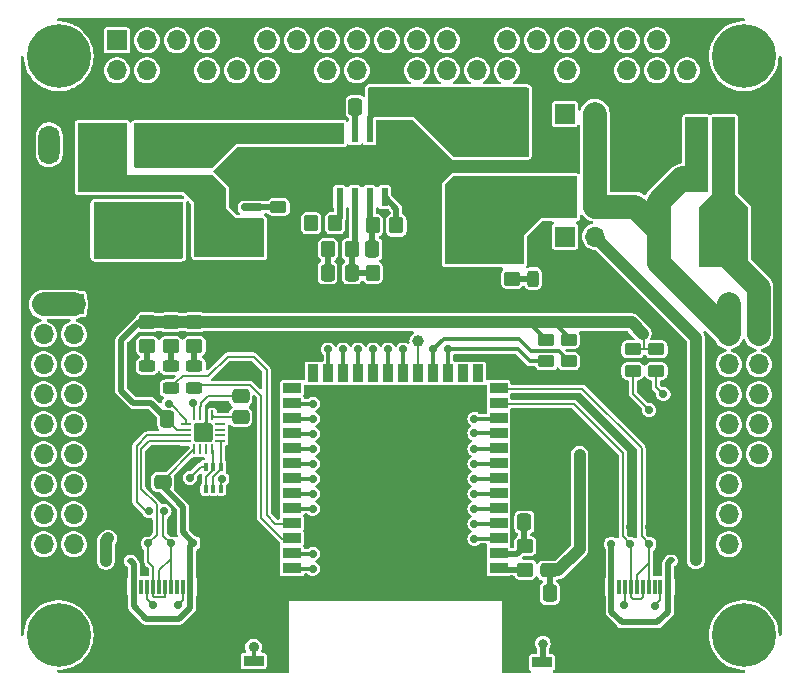
<source format=gbr>
%TF.GenerationSoftware,KiCad,Pcbnew,8.0.1-8.0.1-0~ubuntu20.04.1*%
%TF.CreationDate,2024-04-20T12:51:40-03:00*%
%TF.ProjectId,seebum_esp32s3,73656562-756d-45f6-9573-70333273332e,rev?*%
%TF.SameCoordinates,Original*%
%TF.FileFunction,Copper,L1,Top*%
%TF.FilePolarity,Positive*%
%FSLAX46Y46*%
G04 Gerber Fmt 4.6, Leading zero omitted, Abs format (unit mm)*
G04 Created by KiCad (PCBNEW 8.0.1-8.0.1-0~ubuntu20.04.1) date 2024-04-20 12:51:40*
%MOMM*%
%LPD*%
G01*
G04 APERTURE LIST*
G04 Aperture macros list*
%AMRoundRect*
0 Rectangle with rounded corners*
0 $1 Rounding radius*
0 $2 $3 $4 $5 $6 $7 $8 $9 X,Y pos of 4 corners*
0 Add a 4 corners polygon primitive as box body*
4,1,4,$2,$3,$4,$5,$6,$7,$8,$9,$2,$3,0*
0 Add four circle primitives for the rounded corners*
1,1,$1+$1,$2,$3*
1,1,$1+$1,$4,$5*
1,1,$1+$1,$6,$7*
1,1,$1+$1,$8,$9*
0 Add four rect primitives between the rounded corners*
20,1,$1+$1,$2,$3,$4,$5,0*
20,1,$1+$1,$4,$5,$6,$7,0*
20,1,$1+$1,$6,$7,$8,$9,0*
20,1,$1+$1,$8,$9,$2,$3,0*%
G04 Aperture macros list end*
%TA.AperFunction,SMDPad,CuDef*%
%ADD10RoundRect,0.250000X0.450000X-0.350000X0.450000X0.350000X-0.450000X0.350000X-0.450000X-0.350000X0*%
%TD*%
%TA.AperFunction,SMDPad,CuDef*%
%ADD11RoundRect,0.250000X-0.337500X-0.475000X0.337500X-0.475000X0.337500X0.475000X-0.337500X0.475000X0*%
%TD*%
%TA.AperFunction,SMDPad,CuDef*%
%ADD12RoundRect,0.243750X0.456250X-0.243750X0.456250X0.243750X-0.456250X0.243750X-0.456250X-0.243750X0*%
%TD*%
%TA.AperFunction,ComponentPad*%
%ADD13C,0.800000*%
%TD*%
%TA.AperFunction,ComponentPad*%
%ADD14C,5.400000*%
%TD*%
%TA.AperFunction,SMDPad,CuDef*%
%ADD15RoundRect,0.250000X0.450000X-0.262500X0.450000X0.262500X-0.450000X0.262500X-0.450000X-0.262500X0*%
%TD*%
%TA.AperFunction,SMDPad,CuDef*%
%ADD16RoundRect,0.250000X0.475000X-0.337500X0.475000X0.337500X-0.475000X0.337500X-0.475000X-0.337500X0*%
%TD*%
%TA.AperFunction,SMDPad,CuDef*%
%ADD17RoundRect,0.250000X-0.450000X0.262500X-0.450000X-0.262500X0.450000X-0.262500X0.450000X0.262500X0*%
%TD*%
%TA.AperFunction,SMDPad,CuDef*%
%ADD18RoundRect,0.250000X-0.350000X-0.450000X0.350000X-0.450000X0.350000X0.450000X-0.350000X0.450000X0*%
%TD*%
%TA.AperFunction,SMDPad,CuDef*%
%ADD19RoundRect,0.850000X-1.650000X0.850000X-1.650000X-0.850000X1.650000X-0.850000X1.650000X0.850000X0*%
%TD*%
%TA.AperFunction,ComponentPad*%
%ADD20R,1.700000X1.700000*%
%TD*%
%TA.AperFunction,ComponentPad*%
%ADD21O,1.700000X1.700000*%
%TD*%
%TA.AperFunction,SMDPad,CuDef*%
%ADD22RoundRect,0.150000X0.800000X0.150000X-0.800000X0.150000X-0.800000X-0.150000X0.800000X-0.150000X0*%
%TD*%
%TA.AperFunction,SMDPad,CuDef*%
%ADD23RoundRect,0.112500X0.187500X0.112500X-0.187500X0.112500X-0.187500X-0.112500X0.187500X-0.112500X0*%
%TD*%
%TA.AperFunction,SMDPad,CuDef*%
%ADD24RoundRect,0.100000X-0.100000X0.225000X-0.100000X-0.225000X0.100000X-0.225000X0.100000X0.225000X0*%
%TD*%
%TA.AperFunction,SMDPad,CuDef*%
%ADD25RoundRect,0.250000X-0.450000X0.350000X-0.450000X-0.350000X0.450000X-0.350000X0.450000X0.350000X0*%
%TD*%
%TA.AperFunction,SMDPad,CuDef*%
%ADD26RoundRect,0.375000X-0.375000X0.625000X-0.375000X-0.625000X0.375000X-0.625000X0.375000X0.625000X0*%
%TD*%
%TA.AperFunction,SMDPad,CuDef*%
%ADD27RoundRect,0.500000X-1.400000X0.500000X-1.400000X-0.500000X1.400000X-0.500000X1.400000X0.500000X0*%
%TD*%
%TA.AperFunction,SMDPad,CuDef*%
%ADD28RoundRect,0.062500X-0.062500X0.350000X-0.062500X-0.350000X0.062500X-0.350000X0.062500X0.350000X0*%
%TD*%
%TA.AperFunction,SMDPad,CuDef*%
%ADD29RoundRect,0.062500X-0.350000X0.062500X-0.350000X-0.062500X0.350000X-0.062500X0.350000X0.062500X0*%
%TD*%
%TA.AperFunction,HeatsinkPad*%
%ADD30R,1.230000X1.230000*%
%TD*%
%TA.AperFunction,SMDPad,CuDef*%
%ADD31RoundRect,0.150000X0.200000X-0.150000X0.200000X0.150000X-0.200000X0.150000X-0.200000X-0.150000X0*%
%TD*%
%TA.AperFunction,ComponentPad*%
%ADD32O,1.800000X3.300000*%
%TD*%
%TA.AperFunction,SMDPad,CuDef*%
%ADD33RoundRect,0.250000X-0.475000X0.337500X-0.475000X-0.337500X0.475000X-0.337500X0.475000X0.337500X0*%
%TD*%
%TA.AperFunction,SMDPad,CuDef*%
%ADD34C,1.000000*%
%TD*%
%TA.AperFunction,SMDPad,CuDef*%
%ADD35R,0.600000X1.240000*%
%TD*%
%TA.AperFunction,SMDPad,CuDef*%
%ADD36R,0.300000X1.240000*%
%TD*%
%TA.AperFunction,ComponentPad*%
%ADD37O,1.000000X2.100000*%
%TD*%
%TA.AperFunction,ComponentPad*%
%ADD38O,1.000000X1.800000*%
%TD*%
%TA.AperFunction,SMDPad,CuDef*%
%ADD39R,0.600000X1.550000*%
%TD*%
%TA.AperFunction,ComponentPad*%
%ADD40C,0.600000*%
%TD*%
%TA.AperFunction,SMDPad,CuDef*%
%ADD41R,4.900000X2.950000*%
%TD*%
%TA.AperFunction,SMDPad,CuDef*%
%ADD42RoundRect,0.250000X0.337500X0.475000X-0.337500X0.475000X-0.337500X-0.475000X0.337500X-0.475000X0*%
%TD*%
%TA.AperFunction,SMDPad,CuDef*%
%ADD43R,0.900000X0.900000*%
%TD*%
%TA.AperFunction,SMDPad,CuDef*%
%ADD44R,1.500000X0.900000*%
%TD*%
%TA.AperFunction,SMDPad,CuDef*%
%ADD45R,0.900000X1.500000*%
%TD*%
%TA.AperFunction,SMDPad,CuDef*%
%ADD46RoundRect,0.243750X0.243750X0.456250X-0.243750X0.456250X-0.243750X-0.456250X0.243750X-0.456250X0*%
%TD*%
%TA.AperFunction,SMDPad,CuDef*%
%ADD47RoundRect,0.112500X-0.187500X-0.112500X0.187500X-0.112500X0.187500X0.112500X-0.187500X0.112500X0*%
%TD*%
%TA.AperFunction,ComponentPad*%
%ADD48R,3.000000X3.000000*%
%TD*%
%TA.AperFunction,ComponentPad*%
%ADD49C,3.000000*%
%TD*%
%TA.AperFunction,SMDPad,CuDef*%
%ADD50R,1.700000X0.900000*%
%TD*%
%TA.AperFunction,SMDPad,CuDef*%
%ADD51RoundRect,0.250000X-1.100000X0.412500X-1.100000X-0.412500X1.100000X-0.412500X1.100000X0.412500X0*%
%TD*%
%TA.AperFunction,ViaPad*%
%ADD52C,0.800000*%
%TD*%
%TA.AperFunction,ViaPad*%
%ADD53C,0.700000*%
%TD*%
%TA.AperFunction,ViaPad*%
%ADD54C,0.900000*%
%TD*%
%TA.AperFunction,Conductor*%
%ADD55C,1.000000*%
%TD*%
%TA.AperFunction,Conductor*%
%ADD56C,0.200000*%
%TD*%
%TA.AperFunction,Conductor*%
%ADD57C,0.500000*%
%TD*%
%TA.AperFunction,Conductor*%
%ADD58C,0.300000*%
%TD*%
%TA.AperFunction,Conductor*%
%ADD59C,2.000000*%
%TD*%
G04 APERTURE END LIST*
D10*
%TO.P,R201,1*%
%TO.N,/ESP32/ESP32_3V3*%
X161047500Y-105585000D03*
%TO.P,R201,2*%
%TO.N,/ESP32/CHIP_PU*%
X161047500Y-103585000D03*
%TD*%
D11*
%TO.P,C203,1*%
%TO.N,/ESP32/CHIP_PU*%
X160972500Y-101585000D03*
%TO.P,C203,2*%
%TO.N,GND*%
X163047500Y-101585000D03*
%TD*%
D12*
%TO.P,D201,1,K*%
%TO.N,GND*%
X129047500Y-90227500D03*
%TO.P,D201,2,A*%
%TO.N,Net-(D201-A)*%
X129047500Y-88352500D03*
%TD*%
D13*
%TO.P,H102,1*%
%TO.N,N/C*%
X177487500Y-62115000D03*
X178057500Y-63595000D03*
X178067500Y-60645000D03*
X179547500Y-60055000D03*
D14*
X179547500Y-62125000D03*
D13*
X179547500Y-64175000D03*
X181017500Y-60645000D03*
X181017500Y-63595000D03*
X181607500Y-62115000D03*
%TD*%
D15*
%TO.P,R103,1*%
%TO.N,/ESP32/GPIO10*%
X164747500Y-87952500D03*
%TO.P,R103,2*%
%TO.N,+3V3*%
X164747500Y-86127500D03*
%TD*%
D16*
%TO.P,C209,1*%
%TO.N,VBUS*%
X130347500Y-98152500D03*
%TO.P,C209,2*%
%TO.N,GND*%
X130347500Y-96077500D03*
%TD*%
D17*
%TO.P,R211,1*%
%TO.N,+3V3*%
X170147500Y-86940000D03*
%TO.P,R211,2*%
%TO.N,/ESP32/GPIO18*%
X170147500Y-88765000D03*
%TD*%
D18*
%TO.P,R304,1*%
%TO.N,Net-(U301-VFB)*%
X148147500Y-80452500D03*
%TO.P,R304,2*%
%TO.N,GND*%
X150147500Y-80452500D03*
%TD*%
D19*
%TO.P,L301,1,1*%
%TO.N,Net-(U301-SW)*%
X156922500Y-67115000D03*
%TO.P,L301,2,2*%
%TO.N,/5V_PSU*%
X156922500Y-76015000D03*
%TD*%
D20*
%TO.P,J401,1,Pin_1*%
%TO.N,unconnected-(J401-Pin_1-Pad1)*%
X126467500Y-60785000D03*
D21*
%TO.P,J401,2,Pin_2*%
%TO.N,/5V_RASP*%
X126467500Y-63325000D03*
%TO.P,J401,3,Pin_3*%
%TO.N,/ESP32/GPIO10*%
X129007500Y-60785000D03*
%TO.P,J401,4,Pin_4*%
%TO.N,/5V_RASP*%
X129007500Y-63325000D03*
%TO.P,J401,5,Pin_5*%
%TO.N,/ESP32/GPIO9*%
X131547500Y-60785000D03*
%TO.P,J401,6,Pin_6*%
%TO.N,GND*%
X131547500Y-63325000D03*
%TO.P,J401,7,Pin_7*%
%TO.N,unconnected-(J401-Pin_7-Pad7)*%
X134087500Y-60785000D03*
%TO.P,J401,8,Pin_8*%
%TO.N,/ESP32/GPIO18*%
X134087500Y-63325000D03*
%TO.P,J401,9,Pin_9*%
%TO.N,GND*%
X136627500Y-60785000D03*
%TO.P,J401,10,Pin_10*%
%TO.N,/ESP32/COMM*%
X136627500Y-63325000D03*
%TO.P,J401,11,Pin_11*%
%TO.N,unconnected-(J401-Pin_11-Pad11)*%
X139167500Y-60785000D03*
%TO.P,J401,12,Pin_12*%
%TO.N,unconnected-(J401-Pin_12-Pad12)*%
X139167500Y-63325000D03*
%TO.P,J401,13,Pin_13*%
%TO.N,unconnected-(J401-Pin_13-Pad13)*%
X141707500Y-60785000D03*
%TO.P,J401,14,Pin_14*%
%TO.N,GND*%
X141707500Y-63325000D03*
%TO.P,J401,15,Pin_15*%
%TO.N,unconnected-(J401-Pin_15-Pad15)*%
X144247500Y-60785000D03*
%TO.P,J401,16,Pin_16*%
%TO.N,unconnected-(J401-Pin_16-Pad16)*%
X144247500Y-63325000D03*
%TO.P,J401,17,Pin_17*%
%TO.N,unconnected-(J401-Pin_17-Pad17)*%
X146787500Y-60785000D03*
%TO.P,J401,18,Pin_18*%
%TO.N,unconnected-(J401-Pin_18-Pad18)*%
X146787500Y-63325000D03*
%TO.P,J401,19,Pin_19*%
%TO.N,unconnected-(J401-Pin_19-Pad19)*%
X149327500Y-60785000D03*
%TO.P,J401,20,Pin_20*%
%TO.N,GND*%
X149327500Y-63325000D03*
%TO.P,J401,21,Pin_21*%
%TO.N,unconnected-(J401-Pin_21-Pad21)*%
X151867500Y-60785000D03*
%TO.P,J401,22,Pin_22*%
%TO.N,unconnected-(J401-Pin_22-Pad22)*%
X151867500Y-63325000D03*
%TO.P,J401,23,Pin_23*%
%TO.N,unconnected-(J401-Pin_23-Pad23)*%
X154407500Y-60785000D03*
%TO.P,J401,24,Pin_24*%
%TO.N,unconnected-(J401-Pin_24-Pad24)*%
X154407500Y-63325000D03*
%TO.P,J401,25,Pin_25*%
%TO.N,GND*%
X156947500Y-60785000D03*
%TO.P,J401,26,Pin_26*%
%TO.N,unconnected-(J401-Pin_26-Pad26)*%
X156947500Y-63325000D03*
%TO.P,J401,27,Pin_27*%
%TO.N,unconnected-(J401-Pin_27-Pad27)*%
X159487500Y-60785000D03*
%TO.P,J401,28,Pin_28*%
%TO.N,unconnected-(J401-Pin_28-Pad28)*%
X159487500Y-63325000D03*
%TO.P,J401,29,Pin_29*%
%TO.N,unconnected-(J401-Pin_29-Pad29)*%
X162027500Y-60785000D03*
%TO.P,J401,30,Pin_30*%
%TO.N,GND*%
X162027500Y-63325000D03*
%TO.P,J401,31,Pin_31*%
%TO.N,unconnected-(J401-Pin_31-Pad31)*%
X164567500Y-60785000D03*
%TO.P,J401,32,Pin_32*%
%TO.N,unconnected-(J401-Pin_32-Pad32)*%
X164567500Y-63325000D03*
%TO.P,J401,33,Pin_33*%
%TO.N,unconnected-(J401-Pin_33-Pad33)*%
X167107500Y-60785000D03*
%TO.P,J401,34,Pin_34*%
%TO.N,GND*%
X167107500Y-63325000D03*
%TO.P,J401,35,Pin_35*%
%TO.N,unconnected-(J401-Pin_35-Pad35)*%
X169647500Y-60785000D03*
%TO.P,J401,36,Pin_36*%
%TO.N,unconnected-(J401-Pin_36-Pad36)*%
X169647500Y-63325000D03*
%TO.P,J401,37,Pin_37*%
%TO.N,unconnected-(J401-Pin_37-Pad37)*%
X172187500Y-60785000D03*
%TO.P,J401,38,Pin_38*%
%TO.N,unconnected-(J401-Pin_38-Pad38)*%
X172187500Y-63325000D03*
%TO.P,J401,39,Pin_39*%
%TO.N,GND*%
X174727500Y-60785000D03*
%TO.P,J401,40,Pin_40*%
%TO.N,unconnected-(J401-Pin_40-Pad40)*%
X174727500Y-63325000D03*
%TD*%
D13*
%TO.P,H103,1*%
%TO.N,N/C*%
X119487500Y-111115000D03*
X120057500Y-112595000D03*
X120067500Y-109645000D03*
X121547500Y-109055000D03*
D14*
X121547500Y-111125000D03*
D13*
X121547500Y-113175000D03*
X123017500Y-109645000D03*
X123017500Y-112595000D03*
X123607500Y-111115000D03*
%TD*%
D22*
%TO.P,Q101,1,D*%
%TO.N,Net-(J101-Pin_2)*%
X130947500Y-78730000D03*
X130947500Y-77460000D03*
X130947500Y-76190000D03*
X130947500Y-74920000D03*
%TO.P,Q101,2,G*%
%TO.N,Net-(Q101-G)*%
X137947500Y-74920000D03*
%TO.P,Q101,3,S*%
%TO.N,Net-(Q101-S)*%
X137947500Y-78730000D03*
X137947500Y-77460000D03*
X137947500Y-76190000D03*
%TD*%
D23*
%TO.P,D210,1,K*%
%TO.N,/5V_ESP32*%
X175497500Y-104817944D03*
%TO.P,D210,2,A*%
%TO.N,VBUS*%
X173397500Y-104817944D03*
%TD*%
D13*
%TO.P,H104,1*%
%TO.N,N/C*%
X177487500Y-111115000D03*
X178057500Y-112595000D03*
X178067500Y-109645000D03*
X179547500Y-109055000D03*
D14*
X179547500Y-111125000D03*
D13*
X179547500Y-113175000D03*
X181017500Y-109645000D03*
X181017500Y-112595000D03*
X181607500Y-111115000D03*
%TD*%
D24*
%TO.P,Q201,1,E1*%
%TO.N,/ESP32/RTS*%
X135297500Y-96865000D03*
%TO.P,Q201,2,B1*%
%TO.N,/ESP32/DTR*%
X134647500Y-96865000D03*
%TO.P,Q201,3,C2*%
%TO.N,Net-(JP207-A)*%
X133997500Y-96865000D03*
%TO.P,Q201,4,E2*%
%TO.N,/ESP32/DTR*%
X133997500Y-98765000D03*
%TO.P,Q201,5,B2*%
%TO.N,/ESP32/RTS*%
X134647500Y-98765000D03*
%TO.P,Q201,6,C1*%
%TO.N,Net-(JP206-A)*%
X135297500Y-98765000D03*
%TD*%
D15*
%TO.P,R212,1*%
%TO.N,/ESP32/GPIO8*%
X172147500Y-88765000D03*
%TO.P,R212,2*%
%TO.N,+3V3*%
X172147500Y-86940000D03*
%TD*%
D25*
%TO.P,R206,1*%
%TO.N,+3V3*%
X133047500Y-84652500D03*
%TO.P,R206,2*%
%TO.N,Net-(D203-A)*%
X133047500Y-86652500D03*
%TD*%
D26*
%TO.P,U203,1,GND*%
%TO.N,GND*%
X180147500Y-72452500D03*
%TO.P,U203,2,VO*%
%TO.N,+3V3*%
X177847500Y-72452500D03*
D27*
X177847500Y-78752500D03*
D26*
%TO.P,U203,3,VI*%
%TO.N,+5V*%
X175547500Y-72452500D03*
%TD*%
D17*
%TO.P,R101,1*%
%TO.N,Net-(Q101-G)*%
X140147500Y-74900000D03*
%TO.P,R101,2*%
%TO.N,GND*%
X140147500Y-76725000D03*
%TD*%
D28*
%TO.P,U202,1,VIO*%
%TO.N,Net-(U202-VIO)*%
X134547500Y-92540000D03*
%TO.P,U202,2,GND*%
%TO.N,GND*%
X134047500Y-92540000D03*
%TO.P,U202,3,VDD5*%
%TO.N,Net-(U202-VDD5)*%
X133547500Y-92540000D03*
%TO.P,U202,4,TXD*%
%TO.N,Net-(JP203-B)*%
X133047500Y-92540000D03*
D29*
%TO.P,U202,5,RXD*%
%TO.N,Net-(JP202-B)*%
X132360000Y-93227500D03*
%TO.P,U202,6,V3*%
%TO.N,+3V3*%
X132360000Y-93727500D03*
%TO.P,U202,7,UD+*%
%TO.N,/ESP32/D+*%
X132360000Y-94227500D03*
%TO.P,U202,8,UD-*%
%TO.N,/ESP32/D-*%
X132360000Y-94727500D03*
D28*
%TO.P,U202,9,VBUS*%
%TO.N,VBUS*%
X133047500Y-95415000D03*
%TO.P,U202,10,ACT#*%
%TO.N,unconnected-(U202-ACT#-Pad10)*%
X133547500Y-95415000D03*
%TO.P,U202,11,DCD*%
%TO.N,unconnected-(U202-DCD-Pad11)*%
X134047500Y-95415000D03*
%TO.P,U202,12,DTR*%
%TO.N,/ESP32/DTR*%
X134547500Y-95415000D03*
D29*
%TO.P,U202,13,RTS*%
%TO.N,/ESP32/RTS*%
X135235000Y-94727500D03*
%TO.P,U202,14,DSR*%
%TO.N,unconnected-(U202-DSR-Pad14)*%
X135235000Y-94227500D03*
%TO.P,U202,15,CTS*%
%TO.N,unconnected-(U202-CTS-Pad15)*%
X135235000Y-93727500D03*
%TO.P,U202,16,RI*%
%TO.N,unconnected-(U202-RI-Pad16)*%
X135235000Y-93227500D03*
D30*
%TO.P,U202,17,GND*%
%TO.N,GND*%
X133797500Y-93977500D03*
%TD*%
D31*
%TO.P,D209,1,A1*%
%TO.N,GND*%
X171547500Y-102015000D03*
%TO.P,D209,2,A2*%
%TO.N,/ESP32/GPIO20*%
X171547500Y-103415000D03*
%TD*%
%TO.P,D211,1,A1*%
%TO.N,GND*%
X169947500Y-102015000D03*
%TO.P,D211,2,A2*%
%TO.N,/ESP32/GPIO19*%
X169947500Y-103415000D03*
%TD*%
D25*
%TO.P,R305,1*%
%TO.N,/5V_PSU*%
X159947500Y-78952500D03*
%TO.P,R305,2*%
%TO.N,Net-(D301-A)*%
X159947500Y-80952500D03*
%TD*%
D11*
%TO.P,C206,1*%
%TO.N,+3V3*%
X177872500Y-68202500D03*
%TO.P,C206,2*%
%TO.N,GND*%
X179947500Y-68202500D03*
%TD*%
D32*
%TO.P,SW101,1,A*%
%TO.N,+BATT*%
X130147500Y-69625000D03*
%TO.P,SW101,2,B*%
%TO.N,Net-(Q101-S)*%
X125447500Y-69625000D03*
%TO.P,SW101,3,C*%
%TO.N,unconnected-(SW101A-C-Pad3)*%
X120747500Y-69625000D03*
%TD*%
D20*
%TO.P,J102,1,Pin_1*%
%TO.N,unconnected-(J102-Pin_1-Pad1)*%
X164407500Y-77392500D03*
D21*
%TO.P,J102,2,Pin_2*%
%TO.N,/5V_PSU*%
X164407500Y-74852500D03*
%TO.P,J102,3,Pin_3*%
%TO.N,/5V_ESP32*%
X166947500Y-77392500D03*
%TO.P,J102,4,Pin_4*%
%TO.N,+5V*%
X166947500Y-74852500D03*
%TD*%
D31*
%TO.P,D205,1,A1*%
%TO.N,GND*%
X132947500Y-101925000D03*
%TO.P,D205,2,A2*%
%TO.N,VBUS*%
X132947500Y-103325000D03*
%TD*%
D33*
%TO.P,C307,1*%
%TO.N,/5V_PSU*%
X155947500Y-78952500D03*
%TO.P,C307,2*%
%TO.N,GND*%
X155947500Y-81027500D03*
%TD*%
D25*
%TO.P,R205,1*%
%TO.N,+3V3*%
X131047500Y-84652500D03*
%TO.P,R205,2*%
%TO.N,Net-(D202-A)*%
X131047500Y-86652500D03*
%TD*%
D34*
%TO.P,TP201,1,1*%
%TO.N,/ESP32/GPIO11*%
X152002500Y-86252500D03*
%TD*%
D35*
%TO.P,J201,A1,GND*%
%TO.N,GND*%
X127097500Y-107025000D03*
%TO.P,J201,A4,VBUS*%
%TO.N,VBUS*%
X127897500Y-107025000D03*
D36*
%TO.P,J201,A5,CC1*%
%TO.N,Net-(J201-CC1)*%
X129047500Y-107025000D03*
%TO.P,J201,A6,D+*%
%TO.N,/ESP32/D+*%
X130047500Y-107025000D03*
%TO.P,J201,A7,D-*%
%TO.N,/ESP32/D-*%
X130547500Y-107025000D03*
%TO.P,J201,A8,SBU1*%
%TO.N,unconnected-(J201-SBU1-PadA8)*%
X131547500Y-107025000D03*
D35*
%TO.P,J201,A9,VBUS*%
%TO.N,VBUS*%
X132697500Y-107025000D03*
%TO.P,J201,A12,GND*%
%TO.N,GND*%
X133497500Y-107025000D03*
%TO.P,J201,B1,GND*%
X133497500Y-107025000D03*
%TO.P,J201,B4,VBUS*%
%TO.N,VBUS*%
X132697500Y-107025000D03*
D36*
%TO.P,J201,B5,CC2*%
%TO.N,Net-(J201-CC2)*%
X132047500Y-107025000D03*
%TO.P,J201,B6,D+*%
%TO.N,/ESP32/D+*%
X131047500Y-107025000D03*
%TO.P,J201,B7,D-*%
%TO.N,/ESP32/D-*%
X129547500Y-107025000D03*
%TO.P,J201,B8,SBU2*%
%TO.N,unconnected-(J201-SBU2-PadB8)*%
X128547500Y-107025000D03*
D35*
%TO.P,J201,B9,VBUS*%
%TO.N,VBUS*%
X127897500Y-107025000D03*
%TO.P,J201,B12,GND*%
%TO.N,GND*%
X127097500Y-107025000D03*
D37*
%TO.P,J201,S1,SHIELD*%
X125977500Y-107625000D03*
D38*
X125977500Y-111825000D03*
D37*
X134617500Y-107625000D03*
D38*
X134617500Y-111825000D03*
%TD*%
D39*
%TO.P,U301,1,EN*%
%TO.N,Net-(U301-EN)*%
X145337500Y-74052500D03*
%TO.P,U301,2,VFB*%
%TO.N,Net-(U301-VFB)*%
X146607500Y-74052500D03*
%TO.P,U301,3,VREG5*%
%TO.N,Net-(U301-VREG5)*%
X147877500Y-74052500D03*
%TO.P,U301,4,PG*%
%TO.N,Net-(U301-PG)*%
X149147500Y-74052500D03*
%TO.P,U301,5,GND*%
%TO.N,GND*%
X149147500Y-68652500D03*
%TO.P,U301,6,SW*%
%TO.N,Net-(U301-SW)*%
X147877500Y-68652500D03*
%TO.P,U301,7,VBST*%
%TO.N,Net-(U301-VBST)*%
X146607500Y-68652500D03*
%TO.P,U301,8,VIN*%
%TO.N,+BATT*%
X145337500Y-68652500D03*
D40*
%TO.P,U301,9,PwPd*%
%TO.N,GND*%
X145292500Y-72002500D03*
X146592500Y-72002500D03*
X147892500Y-72002500D03*
X149192500Y-72002500D03*
D41*
X147242500Y-71352500D03*
D40*
X145292500Y-70702500D03*
X146592500Y-70702500D03*
X147892500Y-70702500D03*
X149192500Y-70702500D03*
%TD*%
D42*
%TO.P,C210,1*%
%TO.N,+3V3*%
X130747500Y-92877500D03*
%TO.P,C210,2*%
%TO.N,GND*%
X128672500Y-92877500D03*
%TD*%
D17*
%TO.P,R102,1*%
%TO.N,+3V3*%
X162847500Y-86127500D03*
%TO.P,R102,2*%
%TO.N,/ESP32/GPIO9*%
X162847500Y-87952500D03*
%TD*%
D25*
%TO.P,R204,1*%
%TO.N,+3V3*%
X129047500Y-84652500D03*
%TO.P,R204,2*%
%TO.N,Net-(D201-A)*%
X129047500Y-86652500D03*
%TD*%
D31*
%TO.P,D208,1,A1*%
%TO.N,GND*%
X168347500Y-102015000D03*
%TO.P,D208,2,A2*%
%TO.N,VBUS*%
X168347500Y-103415000D03*
%TD*%
D43*
%TO.P,U201,41,GND*%
%TO.N,GND*%
X150150000Y-97612500D03*
X150150000Y-99012500D03*
X150150000Y-100412500D03*
X151550000Y-97612500D03*
X151550000Y-99012500D03*
X151550000Y-100412500D03*
X151550000Y-100412500D03*
X152950000Y-97612500D03*
X152950000Y-97612500D03*
X152950000Y-99012500D03*
X152950000Y-100412500D03*
D44*
%TO.P,U201,40,GND*%
X141300000Y-106732500D03*
%TO.P,U201,39,GPIO1/TOUCH1/ADC1_CH0*%
%TO.N,/ESP32/E2_Signal2*%
X141300000Y-105462500D03*
%TO.P,U201,38,GPIO2/TOUCH2/ADC1_CH1*%
%TO.N,/ESP32/E1_Signal2*%
X141300000Y-104192500D03*
%TO.P,U201,37,U0TXD/GPIO43/CLK_OUT1*%
%TO.N,/ESP32/U0TXD*%
X141300000Y-102922500D03*
%TO.P,U201,36,U0RXD/GPIO44/CLK_OUT2*%
%TO.N,/ESP32/U0RXD*%
X141300000Y-101652500D03*
%TO.P,U201,35,MTMS/GPIO42*%
%TO.N,/ESP32/E2_Signal1*%
X141300000Y-100382500D03*
%TO.P,U201,34,MTDI/GPIO41/CLK_OUT1*%
%TO.N,/ESP32/E1_Signal1*%
X141300000Y-99112500D03*
%TO.P,U201,33,MTDO/GPIO40/CLK_OUT2*%
%TO.N,/ESP32/EIN2.2*%
X141300000Y-97842500D03*
%TO.P,U201,32,MTCK/GPIO39/CLK_OUT3/SUBSPICS1*%
%TO.N,/ESP32/EIN1.2*%
X141300000Y-96572500D03*
%TO.P,U201,31,GPIO38/FSPIWP/SUBSPIWP*%
%TO.N,/ESP32/EIN2.1*%
X141300000Y-95302500D03*
%TO.P,U201,30,SPIDQS/GPIO37/FSPIQ/SUBSPIQ*%
%TO.N,/ESP32/EIN1.1*%
X141300000Y-94032500D03*
%TO.P,U201,29,SPIIO7/GPIO36/FSPICLK/SUBSPICLK*%
%TO.N,/ESP32/GPIO36*%
X141300000Y-92762500D03*
%TO.P,U201,28,SPIIO6/GPIO35/FSPID/SUBSPID*%
%TO.N,/ESP32/GPIO35*%
X141300000Y-91492500D03*
%TO.P,U201,27,GPIO0/BOOT*%
%TO.N,unconnected-(U201-GPIO0{slash}BOOT-Pad27)*%
X141300000Y-90222500D03*
D45*
%TO.P,U201,26,GPIO45*%
%TO.N,unconnected-(U201-GPIO45-Pad26)*%
X143065000Y-88972500D03*
%TO.P,U201,25,GPIO48/SPICLK_N/SUBSPICLK_N_DIFF*%
%TO.N,/ESP32/AIN2.2*%
X144335000Y-88972500D03*
%TO.P,U201,24,GPIO47/SPICLK_P/SUBSPICLK_P_DIFF*%
%TO.N,/ESP32/AIN1.2*%
X145605000Y-88972500D03*
%TO.P,U201,23,GPIO21*%
%TO.N,/ESP32/AIN2.1*%
X146875000Y-88972500D03*
%TO.P,U201,22,GPIO14/TOUCH14/ADC2_CH3/FSPIWP/FSPIDQS/SUBSPIWP*%
%TO.N,/ESP32/AIN1.1*%
X148145000Y-88972500D03*
%TO.P,U201,21,GPIO13/TOUCH13/ADC2_CH2/FSPIQ/FSPIIO7/SUBSPIQ*%
%TO.N,/ESP32/GPIO13*%
X149415000Y-88972500D03*
%TO.P,U201,20,GPIO12/TOUCH12/ADC2_CH1/FSPICLK/FSPIIO6/SUBSPICLK*%
%TO.N,/ESP32/GPIO12*%
X150685000Y-88972500D03*
%TO.P,U201,19,GPIO11/TOUCH11/ADC2_CH0/FSPID/FSPIIO5/SUBSPID*%
%TO.N,/ESP32/GPIO11*%
X151955000Y-88972500D03*
%TO.P,U201,18,GPIO10/TOUCH10/ADC1_CH9/FSPICS0/FSPIIO4/SUBSPICS0*%
%TO.N,/ESP32/GPIO10*%
X153225000Y-88972500D03*
%TO.P,U201,17,GPIO9/TOUCH9/ADC1_CH8/FSPIHD/SUBSPIHD*%
%TO.N,/ESP32/GPIO9*%
X154495000Y-88972500D03*
%TO.P,U201,16,GPIO46*%
%TO.N,unconnected-(U201-GPIO46-Pad16)*%
X155765000Y-88972500D03*
%TO.P,U201,15,GPIO3/TOUCH3/ADC1_CH2*%
%TO.N,unconnected-(U201-GPIO3{slash}TOUCH3{slash}ADC1_CH2-Pad15)*%
X157035000Y-88972500D03*
D44*
%TO.P,U201,14,GPIO20/U1CTS/ADC2_CH9/CLK_OUT1/USB_D+*%
%TO.N,/ESP32/GPIO20*%
X158800000Y-90222500D03*
%TO.P,U201,13,GPIO19/U1RTS/ADC2_CH8/CLK_OUT2/USB_D-*%
%TO.N,/ESP32/GPIO19*%
X158800000Y-91492500D03*
%TO.P,U201,12,GPIO8/TOUCH8/ADC1_CH7/SUBSPICS1*%
%TO.N,/ESP32/GPIO8*%
X158800000Y-92762500D03*
%TO.P,U201,11,GPIO18/U1RXD/ADC2_CH7/CLK_OUT3*%
%TO.N,/ESP32/GPIO18*%
X158800000Y-94032500D03*
%TO.P,U201,10,GPIO17/U1TXD/ADC2_CH6*%
%TO.N,/ESP32/COMM*%
X158800000Y-95302500D03*
%TO.P,U201,9,GPIO16/U0CTS/ADC2_CH5/XTAL_32K_N*%
%TO.N,/ESP32/GPIO16*%
X158800000Y-96572500D03*
%TO.P,U201,8,GPIO15/U0RTS/ADC2_CH4/XTAL_32K_P*%
%TO.N,/ESP32/GPIO15*%
X158800000Y-97842500D03*
%TO.P,U201,7,GPIO7/TOUCH7/ADC1_CH6*%
%TO.N,/ESP32/GPIO7*%
X158800000Y-99112500D03*
%TO.P,U201,6,GPIO6/TOUCH6/ADC1_CH5*%
%TO.N,/ESP32/GPIO6*%
X158800000Y-100382500D03*
%TO.P,U201,5,GPIO5/TOUCH5/ADC1_CH4*%
%TO.N,/ESP32/GPIO5*%
X158800000Y-101652500D03*
%TO.P,U201,4,GPIO4/TOUCH4/ADC1_CH3*%
%TO.N,/ESP32/GPIO4*%
X158800000Y-102922500D03*
%TO.P,U201,3,EN*%
%TO.N,/ESP32/CHIP_PU*%
X158800000Y-104192500D03*
%TO.P,U201,2,3V3*%
%TO.N,/ESP32/ESP32_3V3*%
X158800000Y-105462500D03*
%TO.P,U201,1,GND*%
%TO.N,GND*%
X158800000Y-106732500D03*
%TD*%
D46*
%TO.P,D301,1,K*%
%TO.N,GND*%
X163585000Y-80952500D03*
%TO.P,D301,2,A*%
%TO.N,Net-(D301-A)*%
X161710000Y-80952500D03*
%TD*%
D18*
%TO.P,R302,1*%
%TO.N,Net-(U301-VREG5)*%
X148147500Y-76452500D03*
%TO.P,R302,2*%
%TO.N,Net-(U301-PG)*%
X150147500Y-76452500D03*
%TD*%
D47*
%TO.P,D204,1,K*%
%TO.N,/5V_ESP32*%
X125534556Y-104850000D03*
%TO.P,D204,2,A*%
%TO.N,VBUS*%
X127634556Y-104850000D03*
%TD*%
D33*
%TO.P,C211,1*%
%TO.N,GND*%
X136947500Y-88852500D03*
%TO.P,C211,2*%
%TO.N,Net-(U202-VDD5)*%
X136947500Y-90927500D03*
%TD*%
D12*
%TO.P,D202,1,K*%
%TO.N,/ESP32/U0RXD*%
X131047500Y-90227500D03*
%TO.P,D202,2,A*%
%TO.N,Net-(D202-A)*%
X131047500Y-88352500D03*
%TD*%
D48*
%TO.P,J101,1,Pin_1*%
%TO.N,GND*%
X121647500Y-76525000D03*
D49*
%TO.P,J101,2,Pin_2*%
%TO.N,Net-(J101-Pin_2)*%
X126647500Y-76525000D03*
%TD*%
D11*
%TO.P,C304,1*%
%TO.N,/5V_PSU*%
X144310000Y-80452500D03*
%TO.P,C304,2*%
%TO.N,Net-(U301-VFB)*%
X146385000Y-80452500D03*
%TD*%
D13*
%TO.P,H101,1*%
%TO.N,N/C*%
X119487500Y-62115000D03*
X120057500Y-63595000D03*
X120067500Y-60645000D03*
X121547500Y-60055000D03*
D14*
X121547500Y-62125000D03*
D13*
X121547500Y-64175000D03*
X123017500Y-60645000D03*
X123017500Y-63595000D03*
X123607500Y-62115000D03*
%TD*%
D50*
%TO.P,SW201,1,1*%
%TO.N,/ESP32/CHIP_PU*%
X162447500Y-113425000D03*
%TO.P,SW201,2,2*%
%TO.N,GND*%
X162447500Y-110025000D03*
%TD*%
D42*
%TO.P,C201,1*%
%TO.N,+3V3*%
X163122500Y-107585000D03*
%TO.P,C201,2*%
%TO.N,GND*%
X161047500Y-107585000D03*
%TD*%
D51*
%TO.P,C302,1*%
%TO.N,+BATT*%
X139547500Y-68615000D03*
%TO.P,C302,2*%
%TO.N,GND*%
X139547500Y-71740000D03*
%TD*%
D31*
%TO.P,D206,1,A1*%
%TO.N,GND*%
X131047500Y-101952500D03*
%TO.P,D206,2,A2*%
%TO.N,/ESP32/D+*%
X131047500Y-103352500D03*
%TD*%
D50*
%TO.P,SW202,1,1*%
%TO.N,/ESP32/GPIO0*%
X138047500Y-113325000D03*
%TO.P,SW202,2,2*%
%TO.N,GND*%
X138047500Y-109925000D03*
%TD*%
D12*
%TO.P,D203,1,K*%
%TO.N,/ESP32/U0TXD*%
X133047500Y-90227500D03*
%TO.P,D203,2,A*%
%TO.N,Net-(D203-A)*%
X133047500Y-88352500D03*
%TD*%
D51*
%TO.P,C306,1*%
%TO.N,+BATT*%
X142747500Y-68615000D03*
%TO.P,C306,2*%
%TO.N,GND*%
X142747500Y-71740000D03*
%TD*%
D31*
%TO.P,D207,1,A1*%
%TO.N,GND*%
X129147500Y-101952500D03*
%TO.P,D207,2,A2*%
%TO.N,/ESP32/D-*%
X129147500Y-103352500D03*
%TD*%
D11*
%TO.P,C301,1*%
%TO.N,Net-(U301-VREG5)*%
X148110000Y-78452500D03*
%TO.P,C301,2*%
%TO.N,GND*%
X150185000Y-78452500D03*
%TD*%
D35*
%TO.P,J202,A1,GND*%
%TO.N,GND*%
X167547500Y-107025000D03*
%TO.P,J202,A4,VBUS*%
%TO.N,VBUS*%
X168347500Y-107025000D03*
D36*
%TO.P,J202,A5,CC1*%
%TO.N,Net-(J202-CC1)*%
X169497500Y-107025000D03*
%TO.P,J202,A6,D+*%
%TO.N,/ESP32/GPIO20*%
X170497500Y-107025000D03*
%TO.P,J202,A7,D-*%
%TO.N,/ESP32/GPIO19*%
X170997500Y-107025000D03*
%TO.P,J202,A8,SBU1*%
%TO.N,unconnected-(J202-SBU1-PadA8)*%
X171997500Y-107025000D03*
D35*
%TO.P,J202,A9,VBUS*%
%TO.N,VBUS*%
X173147500Y-107025000D03*
%TO.P,J202,A12,GND*%
%TO.N,GND*%
X173947500Y-107025000D03*
%TO.P,J202,B1,GND*%
X173947500Y-107025000D03*
%TO.P,J202,B4,VBUS*%
%TO.N,VBUS*%
X173147500Y-107025000D03*
D36*
%TO.P,J202,B5,CC2*%
%TO.N,Net-(J202-CC2)*%
X172497500Y-107025000D03*
%TO.P,J202,B6,D+*%
%TO.N,/ESP32/GPIO20*%
X171497500Y-107025000D03*
%TO.P,J202,B7,D-*%
%TO.N,/ESP32/GPIO19*%
X169997500Y-107025000D03*
%TO.P,J202,B8,SBU2*%
%TO.N,unconnected-(J202-SBU2-PadB8)*%
X168997500Y-107025000D03*
D35*
%TO.P,J202,B9,VBUS*%
%TO.N,VBUS*%
X168347500Y-107025000D03*
%TO.P,J202,B12,GND*%
%TO.N,GND*%
X167547500Y-107025000D03*
D37*
%TO.P,J202,S1,SHIELD*%
X166427500Y-107625000D03*
D38*
X166427500Y-111825000D03*
D37*
X175067500Y-107625000D03*
D38*
X175067500Y-111825000D03*
%TD*%
D18*
%TO.P,R303,1*%
%TO.N,/5V_PSU*%
X144347500Y-78452500D03*
%TO.P,R303,2*%
%TO.N,Net-(U301-VFB)*%
X146347500Y-78452500D03*
%TD*%
D42*
%TO.P,C205,1*%
%TO.N,+5V*%
X175522500Y-70202500D03*
%TO.P,C205,2*%
%TO.N,GND*%
X173447500Y-70202500D03*
%TD*%
D11*
%TO.P,C207,1*%
%TO.N,+3V3*%
X177872500Y-70202500D03*
%TO.P,C207,2*%
%TO.N,GND*%
X179947500Y-70202500D03*
%TD*%
D16*
%TO.P,C212,1*%
%TO.N,GND*%
X136947500Y-94752500D03*
%TO.P,C212,2*%
%TO.N,Net-(U202-VIO)*%
X136947500Y-92677500D03*
%TD*%
D20*
%TO.P,J103,1,Pin_1*%
%TO.N,/5V_RASP*%
X164407500Y-67002500D03*
D21*
%TO.P,J103,2,Pin_2*%
%TO.N,+5V*%
X166947500Y-67002500D03*
%TD*%
D18*
%TO.P,R301,1*%
%TO.N,+BATT*%
X142947500Y-76252500D03*
%TO.P,R301,2*%
%TO.N,Net-(U301-EN)*%
X144947500Y-76252500D03*
%TD*%
D33*
%TO.P,C305,1*%
%TO.N,/5V_PSU*%
X157947500Y-78952500D03*
%TO.P,C305,2*%
%TO.N,GND*%
X157947500Y-81027500D03*
%TD*%
D42*
%TO.P,C204,1*%
%TO.N,+5V*%
X175522500Y-68202500D03*
%TO.P,C204,2*%
%TO.N,GND*%
X173447500Y-68202500D03*
%TD*%
D16*
%TO.P,C202,1*%
%TO.N,+3V3*%
X163047500Y-105660000D03*
%TO.P,C202,2*%
%TO.N,GND*%
X163047500Y-103585000D03*
%TD*%
D11*
%TO.P,C303,1*%
%TO.N,Net-(U301-VBST)*%
X146672500Y-66415000D03*
%TO.P,C303,2*%
%TO.N,Net-(U301-SW)*%
X148747500Y-66415000D03*
%TD*%
D20*
%TO.P,J203,1,Pin_1*%
%TO.N,+BATT*%
X122817500Y-83125000D03*
D21*
%TO.P,J203,2,Pin_2*%
X120277500Y-83125000D03*
%TO.P,J203,3,Pin_3*%
%TO.N,/ESP32/GPIO12*%
X122817500Y-85665000D03*
%TO.P,J203,4,Pin_4*%
%TO.N,/ESP32/GPIO13*%
X120277500Y-85665000D03*
%TO.P,J203,5,Pin_5*%
%TO.N,/ESP32/AIN1.1*%
X122817500Y-88205000D03*
%TO.P,J203,6,Pin_6*%
%TO.N,/ESP32/AIN2.1*%
X120277500Y-88205000D03*
%TO.P,J203,7,Pin_7*%
%TO.N,/ESP32/AIN1.2*%
X122817500Y-90745000D03*
%TO.P,J203,8,Pin_8*%
%TO.N,/ESP32/AIN2.2*%
X120277500Y-90745000D03*
%TO.P,J203,9,Pin_9*%
%TO.N,/ESP32/GPIO35*%
X122817500Y-93285000D03*
%TO.P,J203,10,Pin_10*%
%TO.N,/ESP32/GPIO36*%
X120277500Y-93285000D03*
%TO.P,J203,11,Pin_11*%
%TO.N,/ESP32/EIN1.1*%
X122817500Y-95825000D03*
%TO.P,J203,12,Pin_12*%
%TO.N,/ESP32/EIN2.1*%
X120277500Y-95825000D03*
%TO.P,J203,13,Pin_13*%
%TO.N,/ESP32/EIN1.2*%
X122817500Y-98365000D03*
%TO.P,J203,14,Pin_14*%
%TO.N,/ESP32/EIN2.2*%
X120277500Y-98365000D03*
%TO.P,J203,15,Pin_15*%
%TO.N,/ESP32/E1_Signal1*%
X122817500Y-100905000D03*
%TO.P,J203,16,Pin_16*%
%TO.N,/ESP32/E2_Signal1*%
X120277500Y-100905000D03*
%TO.P,J203,17,Pin_17*%
%TO.N,/ESP32/E1_Signal2*%
X122817500Y-103445000D03*
%TO.P,J203,18,Pin_18*%
%TO.N,/ESP32/E2_Signal2*%
X120277500Y-103445000D03*
%TO.P,J203,19,Pin_19*%
%TO.N,GND*%
X122817500Y-105985000D03*
%TO.P,J203,20,Pin_20*%
X120277500Y-105985000D03*
%TD*%
D20*
%TO.P,J204,1,Pin_1*%
%TO.N,+3V3*%
X180817500Y-83125000D03*
D21*
%TO.P,J204,2,Pin_2*%
%TO.N,+5V*%
X178277500Y-83125000D03*
%TO.P,J204,3,Pin_3*%
%TO.N,+3V3*%
X180817500Y-85665000D03*
%TO.P,J204,4,Pin_4*%
%TO.N,+5V*%
X178277500Y-85665000D03*
%TO.P,J204,5,Pin_5*%
%TO.N,/ESP32/GPIO10*%
X180817500Y-88205000D03*
%TO.P,J204,6,Pin_6*%
%TO.N,/ESP32/GPIO9*%
X178277500Y-88205000D03*
%TO.P,J204,7,Pin_7*%
%TO.N,/ESP32/GPIO18*%
X180817500Y-90745000D03*
%TO.P,J204,8,Pin_8*%
%TO.N,/ESP32/GPIO8*%
X178277500Y-90745000D03*
%TO.P,J204,9,Pin_9*%
%TO.N,/ESP32/GPIO16*%
X180817500Y-93285000D03*
%TO.P,J204,10,Pin_10*%
%TO.N,/ESP32/COMM*%
X178277500Y-93285000D03*
%TO.P,J204,11,Pin_11*%
%TO.N,/ESP32/GPIO7*%
X180817500Y-95825000D03*
%TO.P,J204,12,Pin_12*%
%TO.N,/ESP32/GPIO15*%
X178277500Y-95825000D03*
%TO.P,J204,13,Pin_13*%
%TO.N,GND*%
X180817500Y-98365000D03*
%TO.P,J204,14,Pin_14*%
%TO.N,/ESP32/GPIO6*%
X178277500Y-98365000D03*
%TO.P,J204,15,Pin_15*%
%TO.N,GND*%
X180817500Y-100905000D03*
%TO.P,J204,16,Pin_16*%
%TO.N,/ESP32/GPIO5*%
X178277500Y-100905000D03*
%TO.P,J204,17,Pin_17*%
%TO.N,GND*%
X180817500Y-103445000D03*
%TO.P,J204,18,Pin_18*%
%TO.N,/ESP32/GPIO4*%
X178277500Y-103445000D03*
%TO.P,J204,19,Pin_19*%
%TO.N,GND*%
X180817500Y-105985000D03*
%TO.P,J204,20,Pin_20*%
X178277500Y-105985000D03*
%TD*%
D52*
%TO.N,+3V3*%
X163047500Y-105752500D03*
D53*
X177847500Y-78752500D03*
X165647500Y-95852500D03*
X170997500Y-85602500D03*
%TO.N,GND*%
X150747500Y-70552500D03*
X142547500Y-74502500D03*
X142547500Y-73302500D03*
X138947500Y-73302500D03*
X121447500Y-81202500D03*
X152297500Y-70552500D03*
X170097500Y-97302500D03*
X150747500Y-72252500D03*
X137547500Y-71702500D03*
X152297500Y-72252500D03*
X124347500Y-81202500D03*
X137747500Y-70302500D03*
X137747500Y-73302500D03*
D52*
X138347500Y-89102500D03*
D53*
X119997500Y-80102500D03*
X121447500Y-80102500D03*
X119997500Y-78902500D03*
X150747500Y-68802500D03*
X152297500Y-74102500D03*
D52*
X139847500Y-87902500D03*
D53*
X124347500Y-80102500D03*
X140147500Y-70302500D03*
X122897500Y-78902500D03*
X141347500Y-73302500D03*
X138947500Y-70302500D03*
D52*
X140947500Y-89002500D03*
D53*
X141347500Y-70302500D03*
X136347500Y-71702500D03*
X142547500Y-70302500D03*
X130447500Y-96252500D03*
X153847500Y-70552500D03*
X152297500Y-68802500D03*
X150747500Y-74102500D03*
X135447500Y-91652500D03*
X122897500Y-80102500D03*
X121447500Y-78902500D03*
X140147500Y-73302500D03*
X153847500Y-72252500D03*
X122897500Y-81202500D03*
X119997500Y-81202500D03*
D52*
%TO.N,/ESP32/CHIP_PU*%
X162547500Y-111852500D03*
X161047500Y-103585000D03*
D53*
%TO.N,+BATT*%
X142747500Y-68615000D03*
X142947500Y-76252500D03*
%TO.N,/ESP32/U0RXD*%
X130847500Y-90252500D03*
%TO.N,/ESP32/U0TXD*%
X133247500Y-90352500D03*
%TO.N,/ESP32/D+*%
X129197500Y-100652500D03*
X130497500Y-100652500D03*
%TO.N,/5V_PSU*%
X144347500Y-78452500D03*
X156922500Y-76015000D03*
%TO.N,/5V_ESP32*%
X125747500Y-102952500D03*
X175497500Y-101352500D03*
%TO.N,Net-(J201-CC1)*%
X129544182Y-108592810D03*
%TO.N,Net-(J201-CC2)*%
X131647500Y-108552500D03*
%TO.N,Net-(J202-CC1)*%
X169447500Y-108552500D03*
%TO.N,Net-(J202-CC2)*%
X172047500Y-108652500D03*
D52*
%TO.N,/ESP32/ESP32_3V3*%
X160947500Y-105652500D03*
D53*
%TO.N,Net-(JP202-B)*%
X130847500Y-91552500D03*
%TO.N,Net-(JP203-B)*%
X132947500Y-91452500D03*
%TO.N,/ESP32/GPIO5*%
X156747500Y-101705000D03*
%TO.N,Net-(JP206-A)*%
X135403848Y-97921348D03*
%TO.N,Net-(JP207-A)*%
X132647500Y-97815000D03*
D54*
%TO.N,/ESP32/GPIO0*%
X138047500Y-112152500D03*
D53*
%TO.N,/ESP32/AIN1.2*%
X145652500Y-86952500D03*
%TO.N,/ESP32/EIN2.2*%
X143047500Y-97895000D03*
%TO.N,/ESP32/GPIO7*%
X156747500Y-99165000D03*
%TO.N,/ESP32/AIN1.1*%
X148192500Y-86952500D03*
%TO.N,/ESP32/EIN1.1*%
X143047500Y-94085000D03*
%TO.N,/ESP32/EIN1.2*%
X143047500Y-96625000D03*
%TO.N,/ESP32/GPIO12*%
X150732500Y-86952500D03*
%TO.N,/ESP32/GPIO18*%
X171547500Y-92085000D03*
X156747500Y-94052500D03*
%TO.N,/ESP32/COMM*%
X156747500Y-95352500D03*
%TO.N,/ESP32/GPIO6*%
X156747500Y-100435000D03*
%TO.N,/ESP32/AIN2.2*%
X144382500Y-86952500D03*
%TO.N,/ESP32/E1_Signal2*%
X143047500Y-104245000D03*
%TO.N,/ESP32/E2_Signal2*%
X143047500Y-105515000D03*
%TO.N,/ESP32/E2_Signal1*%
X143047500Y-100435000D03*
%TO.N,/ESP32/EIN2.1*%
X143047500Y-95355000D03*
%TO.N,/ESP32/AIN2.1*%
X146922500Y-86952500D03*
%TO.N,/ESP32/GPIO36*%
X143047500Y-92815000D03*
%TO.N,/ESP32/GPIO35*%
X143047500Y-91545000D03*
%TO.N,/ESP32/E1_Signal1*%
X143047500Y-99165000D03*
%TO.N,/ESP32/GPIO8*%
X172747500Y-90745000D03*
X156747500Y-92815000D03*
%TO.N,/ESP32/GPIO15*%
X156747500Y-97895000D03*
%TO.N,/ESP32/GPIO16*%
X156747500Y-96625000D03*
%TO.N,/ESP32/GPIO4*%
X156747500Y-102975000D03*
%TO.N,/ESP32/GPIO10*%
X153272500Y-86952500D03*
%TO.N,/ESP32/GPIO9*%
X154542500Y-86952500D03*
%TO.N,/ESP32/GPIO13*%
X149462500Y-86952500D03*
%TD*%
D55*
%TO.N,+3V3*%
X165647500Y-95852500D02*
X165647500Y-103855038D01*
D56*
X132360000Y-93727500D02*
X131597500Y-93727500D01*
D57*
X163140000Y-105752500D02*
X163047500Y-105752500D01*
X163122500Y-105735000D02*
X163140000Y-105752500D01*
D58*
X162822500Y-86127500D02*
X161347500Y-84652500D01*
D55*
X165647500Y-103855038D02*
X163842538Y-105660000D01*
D56*
X170147500Y-86940000D02*
X171147500Y-86940000D01*
X171147500Y-86940000D02*
X172147500Y-86940000D01*
D55*
X170047500Y-84652500D02*
X170997500Y-85602500D01*
D56*
X131597500Y-93727500D02*
X130747500Y-92877500D01*
D57*
X163122500Y-107585000D02*
X163122500Y-105735000D01*
X130747500Y-92877500D02*
X129322500Y-91452500D01*
D55*
X133047500Y-84652500D02*
X161347500Y-84652500D01*
D57*
X129322500Y-91452500D02*
X127847500Y-91452500D01*
D58*
X164747500Y-85952500D02*
X163447500Y-84652500D01*
D55*
X163447500Y-84652500D02*
X170047500Y-84652500D01*
D59*
X180817500Y-83125000D02*
X180817500Y-81722500D01*
D57*
X126847500Y-90452500D02*
X126847500Y-86152500D01*
X126847500Y-86152500D02*
X128347500Y-84652500D01*
D56*
X171147500Y-86940000D02*
X171147500Y-85752500D01*
X171147500Y-85752500D02*
X170997500Y-85602500D01*
D57*
X163047500Y-105660000D02*
X163047500Y-105660000D01*
X128347500Y-84652500D02*
X129047500Y-84652500D01*
D59*
X180817500Y-81722500D02*
X177847500Y-78752500D01*
D57*
X163047500Y-105752500D02*
X163047500Y-105660000D01*
D55*
X163842538Y-105660000D02*
X163047500Y-105660000D01*
D57*
X127847500Y-91452500D02*
X126847500Y-90452500D01*
D58*
X162847500Y-86127500D02*
X162822500Y-86127500D01*
D55*
X129047500Y-84652500D02*
X133047500Y-84652500D01*
X161347500Y-84652500D02*
X163447500Y-84652500D01*
D59*
X180817500Y-85665000D02*
X180817500Y-83125000D01*
D58*
X164747500Y-86127500D02*
X164747500Y-85952500D01*
D56*
%TO.N,GND*%
X134047500Y-92540000D02*
X134047500Y-93727500D01*
D57*
X159647500Y-107585000D02*
X158847500Y-106785000D01*
D56*
X134047500Y-92113114D02*
X134508114Y-91652500D01*
X134047500Y-93727500D02*
X133797500Y-93977500D01*
X134047500Y-92540000D02*
X134047500Y-92113114D01*
X134508114Y-91652500D02*
X135447500Y-91652500D01*
D57*
X161047500Y-107585000D02*
X159647500Y-107585000D01*
%TO.N,/ESP32/CHIP_PU*%
X162547500Y-113325000D02*
X162447500Y-113425000D01*
X160387500Y-104245000D02*
X161047500Y-103585000D01*
X160972500Y-101585000D02*
X160972500Y-103510000D01*
X162547500Y-111852500D02*
X162547500Y-113325000D01*
X160972500Y-103510000D02*
X161047500Y-103585000D01*
X158847500Y-104245000D02*
X160387500Y-104245000D01*
D59*
%TO.N,+5V*%
X170347500Y-74852500D02*
X166947500Y-74852500D01*
X178277500Y-85582500D02*
X172347500Y-79652500D01*
X172347500Y-74452500D02*
X174347500Y-72452500D01*
X166947500Y-74852500D02*
X166947500Y-67002500D01*
X172347500Y-76852500D02*
X172347500Y-74452500D01*
X174347500Y-72452500D02*
X175547500Y-72452500D01*
X178277500Y-85665000D02*
X178277500Y-85582500D01*
X172347500Y-76852500D02*
X170347500Y-74852500D01*
X172347500Y-79652500D02*
X172347500Y-76852500D01*
X178277500Y-85665000D02*
X178277500Y-83125000D01*
D57*
%TO.N,VBUS*%
X127897500Y-107025000D02*
X127897500Y-108702500D01*
X127897500Y-107025000D02*
X127897500Y-105112944D01*
X173147500Y-109152500D02*
X173147500Y-107025000D01*
X132697500Y-108802500D02*
X132697500Y-107025000D01*
X173147500Y-107025000D02*
X173147500Y-105067944D01*
X132047500Y-100452500D02*
X132047500Y-100252500D01*
D56*
X133047500Y-95415000D02*
X130347500Y-98115000D01*
D57*
X132047500Y-100252500D02*
X130347500Y-98552500D01*
X132947500Y-103325000D02*
X132047500Y-102425000D01*
X168347500Y-107025000D02*
X168347500Y-109152500D01*
X168347500Y-109152500D02*
X169247500Y-110052500D01*
X132047500Y-102425000D02*
X132047500Y-100452500D01*
D56*
X130347500Y-98115000D02*
X130347500Y-98152500D01*
D57*
X128947500Y-109752500D02*
X131747500Y-109752500D01*
X172247500Y-110052500D02*
X173147500Y-109152500D01*
X127897500Y-108702500D02*
X128947500Y-109752500D01*
X168347500Y-107025000D02*
X168347500Y-103415000D01*
X132697500Y-103575000D02*
X132947500Y-103325000D01*
X132697500Y-107025000D02*
X132697500Y-103575000D01*
X173147500Y-105067944D02*
X173397500Y-104817944D01*
X130347500Y-98552500D02*
X130347500Y-98152500D01*
X169247500Y-110052500D02*
X172247500Y-110052500D01*
X131747500Y-109752500D02*
X132697500Y-108802500D01*
X127897500Y-105112944D02*
X127634556Y-104850000D01*
D56*
%TO.N,Net-(U202-VDD5)*%
X133547500Y-92540000D02*
X133547500Y-91771739D01*
X134172500Y-90927500D02*
X136947500Y-90927500D01*
X133597500Y-91502500D02*
X134172500Y-90927500D01*
X133547500Y-91771739D02*
X133597500Y-91721739D01*
X133597500Y-91721739D02*
X133597500Y-91502500D01*
%TO.N,Net-(U202-VIO)*%
X134685000Y-92677500D02*
X136947500Y-92677500D01*
X134547500Y-92540000D02*
X134685000Y-92677500D01*
D57*
%TO.N,Net-(U301-VREG5)*%
X148110000Y-76490000D02*
X148147500Y-76452500D01*
X148110000Y-78452500D02*
X148110000Y-76490000D01*
X147877500Y-76182500D02*
X148147500Y-76452500D01*
X147877500Y-74052500D02*
X147877500Y-76182500D01*
D59*
%TO.N,+BATT*%
X120277500Y-83125000D02*
X122817500Y-83125000D01*
D57*
%TO.N,Net-(U301-VBST)*%
X146607500Y-68652500D02*
X146607500Y-66480000D01*
X146607500Y-66480000D02*
X146672500Y-66415000D01*
%TO.N,Net-(U301-SW)*%
X147877500Y-68652500D02*
X147877500Y-67285000D01*
X147877500Y-67285000D02*
X148747500Y-66415000D01*
%TO.N,Net-(U301-VFB)*%
X146607500Y-78192500D02*
X146347500Y-78452500D01*
X146607500Y-74052500D02*
X146607500Y-78192500D01*
X148147500Y-80452500D02*
X146385000Y-80452500D01*
X146385000Y-78490000D02*
X146347500Y-78452500D01*
X146385000Y-80452500D02*
X146385000Y-78490000D01*
%TO.N,Net-(D201-A)*%
X129047500Y-86652500D02*
X129047500Y-88352500D01*
%TO.N,Net-(D202-A)*%
X131047500Y-86652500D02*
X131047500Y-88352500D01*
D56*
%TO.N,/ESP32/U0RXD*%
X139147500Y-100952500D02*
X139900000Y-101705000D01*
X134172500Y-89227500D02*
X135847500Y-87552500D01*
X138047500Y-87552500D02*
X139147500Y-88652500D01*
X130847500Y-90252500D02*
X132047500Y-89227500D01*
X139900000Y-101705000D02*
X141347500Y-101705000D01*
X139147500Y-88652500D02*
X139147500Y-100952500D01*
X135847500Y-87552500D02*
X138047500Y-87552500D01*
X131047500Y-90227500D02*
X130847500Y-90252500D01*
X132047500Y-89227500D02*
X134172500Y-89227500D01*
D57*
%TO.N,Net-(D203-A)*%
X133047500Y-86652500D02*
X133047500Y-88352500D01*
D56*
%TO.N,/ESP32/U0TXD*%
X137747500Y-89952500D02*
X138697500Y-90902500D01*
X133647500Y-89952500D02*
X137747500Y-89952500D01*
X133047500Y-90227500D02*
X133247500Y-90352500D01*
X138697500Y-101202500D02*
X140470000Y-102975000D01*
X140470000Y-102975000D02*
X141347500Y-102975000D01*
X133247500Y-90352500D02*
X133647500Y-89952500D01*
X138697500Y-90902500D02*
X138697500Y-101202500D01*
%TO.N,/ESP32/D+*%
X129035000Y-94227500D02*
X132360000Y-94227500D01*
X130397500Y-102702500D02*
X131047500Y-103352500D01*
X130397500Y-100752500D02*
X130397500Y-102702500D01*
X128147500Y-95115000D02*
X128147500Y-99852500D01*
X131047500Y-107025000D02*
X131047500Y-104652500D01*
X129197500Y-100652500D02*
X128947500Y-100652500D01*
X130047500Y-107025000D02*
X130047500Y-105652500D01*
X130497500Y-100652500D02*
X130397500Y-100752500D01*
X128147500Y-95115000D02*
X129035000Y-94227500D01*
X130047500Y-105652500D02*
X131047500Y-104652500D01*
X128947500Y-100652500D02*
X128147500Y-99852500D01*
X131047500Y-104652500D02*
X131047500Y-103352500D01*
%TO.N,/ESP32/D-*%
X128547500Y-95352500D02*
X129172500Y-94727500D01*
X128547500Y-98752500D02*
X128547500Y-95352500D01*
X129847500Y-102652500D02*
X129847500Y-100052500D01*
X129147500Y-103352500D02*
X129847500Y-102652500D01*
X129547500Y-107025000D02*
X129547500Y-105352500D01*
X130547500Y-107025000D02*
X130547500Y-107895000D01*
X130497500Y-107945000D02*
X129647500Y-107945000D01*
X129172500Y-94727500D02*
X132360000Y-94727500D01*
X129847500Y-100052500D02*
X128547500Y-98752500D01*
X129147500Y-104952500D02*
X129147500Y-103352500D01*
X129547500Y-107845000D02*
X129547500Y-107025000D01*
X129547500Y-105352500D02*
X129147500Y-104952500D01*
X129647500Y-107945000D02*
X129547500Y-107845000D01*
X130547500Y-107895000D02*
X130497500Y-107945000D01*
%TO.N,/ESP32/GPIO20*%
X170897500Y-95302500D02*
X165870000Y-90275000D01*
X171497500Y-107025000D02*
X171497500Y-105052500D01*
X170497500Y-107025000D02*
X170497500Y-106052500D01*
X170897500Y-102765000D02*
X170897500Y-95302500D01*
X170497500Y-106052500D02*
X171497500Y-105052500D01*
X171497500Y-103465000D02*
X171547500Y-103415000D01*
X171497500Y-105052500D02*
X171497500Y-103465000D01*
X171547500Y-103415000D02*
X170897500Y-102765000D01*
X165870000Y-90275000D02*
X158847500Y-90275000D01*
%TO.N,/ESP32/GPIO19*%
X169997500Y-103465000D02*
X169947500Y-103415000D01*
X170840000Y-108052500D02*
X170997500Y-107895000D01*
X165140000Y-91545000D02*
X158847500Y-91545000D01*
X169997500Y-107895000D02*
X170155000Y-108052500D01*
X170997500Y-107895000D02*
X170997500Y-107025000D01*
X169997500Y-107025000D02*
X169997500Y-107895000D01*
X169297500Y-102765000D02*
X169297500Y-95702500D01*
X169297500Y-95702500D02*
X165140000Y-91545000D01*
X170155000Y-108052500D02*
X170840000Y-108052500D01*
X169997500Y-107025000D02*
X169997500Y-103465000D01*
X169947500Y-103415000D02*
X169297500Y-102765000D01*
D57*
%TO.N,Net-(D301-A)*%
X161710000Y-80952500D02*
X159947500Y-80952500D01*
%TO.N,/5V_PSU*%
X144310000Y-80452500D02*
X144310000Y-78490000D01*
X144310000Y-78490000D02*
X144347500Y-78452500D01*
D55*
%TO.N,/5V_ESP32*%
X175497500Y-104817944D02*
X175497500Y-85942500D01*
X175497500Y-85942500D02*
X166947500Y-77392500D01*
X125534556Y-103165444D02*
X125747500Y-102952500D01*
X125534556Y-104850000D02*
X125534556Y-103165444D01*
D56*
%TO.N,Net-(J201-CC1)*%
X129047500Y-107025000D02*
X129047500Y-108096128D01*
X129047500Y-108096128D02*
X129544182Y-108592810D01*
%TO.N,Net-(J201-CC2)*%
X132047500Y-108152500D02*
X131647500Y-108552500D01*
X132047500Y-107025000D02*
X132047500Y-108152500D01*
%TO.N,Net-(J202-CC1)*%
X169447500Y-108552500D02*
X169497500Y-108502500D01*
X169497500Y-108502500D02*
X169497500Y-107025000D01*
%TO.N,Net-(J202-CC2)*%
X172047500Y-108652500D02*
X172497500Y-108202500D01*
X172497500Y-108202500D02*
X172497500Y-107025000D01*
D57*
%TO.N,/ESP32/ESP32_3V3*%
X161047500Y-105585000D02*
X161015000Y-105585000D01*
X160880000Y-105585000D02*
X158917500Y-105585000D01*
X158917500Y-105585000D02*
X158847500Y-105515000D01*
X161015000Y-105585000D02*
X160947500Y-105652500D01*
X160947500Y-105652500D02*
X160880000Y-105585000D01*
D56*
%TO.N,Net-(JP202-B)*%
X132360000Y-93227500D02*
X132360000Y-92892756D01*
X131019744Y-91552500D02*
X130847500Y-91552500D01*
X132360000Y-92892756D02*
X131019744Y-91552500D01*
%TO.N,Net-(JP203-B)*%
X132947500Y-91452500D02*
X133047500Y-91552500D01*
X133047500Y-91552500D02*
X133047500Y-92540000D01*
D58*
%TO.N,/ESP32/GPIO5*%
X156695000Y-101705000D02*
X156647500Y-101752500D01*
X158847500Y-101705000D02*
X156747500Y-101705000D01*
D56*
%TO.N,Net-(JP206-A)*%
X135297500Y-98027696D02*
X135403848Y-97921348D01*
X135297500Y-98765000D02*
X135297500Y-98027696D01*
%TO.N,Net-(JP207-A)*%
X133997500Y-96865000D02*
X133597500Y-96865000D01*
X133597500Y-96865000D02*
X132647500Y-97815000D01*
D58*
%TO.N,/ESP32/GPIO0*%
X138047500Y-113325000D02*
X138047500Y-112152500D01*
D57*
%TO.N,Net-(Q101-G)*%
X137947500Y-74920000D02*
X140127500Y-74920000D01*
X140127500Y-74920000D02*
X140147500Y-74900000D01*
D56*
%TO.N,/ESP32/RTS*%
X135297500Y-97108456D02*
X135297500Y-96865000D01*
X134647500Y-97758456D02*
X135297500Y-97108456D01*
X135297500Y-96865000D02*
X135297500Y-94790000D01*
X135297500Y-94790000D02*
X135235000Y-94727500D01*
X134647500Y-98765000D02*
X134647500Y-97758456D01*
%TO.N,/ESP32/DTR*%
X134647500Y-96865000D02*
X134647500Y-95515000D01*
X134647500Y-95515000D02*
X134547500Y-95415000D01*
X133997500Y-97765000D02*
X134647500Y-97115000D01*
X133997500Y-98765000D02*
X133997500Y-97765000D01*
X134647500Y-97115000D02*
X134647500Y-96865000D01*
D57*
%TO.N,Net-(U301-EN)*%
X145337500Y-75862500D02*
X144947500Y-76252500D01*
X145337500Y-74052500D02*
X145337500Y-75862500D01*
%TO.N,Net-(U301-PG)*%
X150147500Y-76452500D02*
X150147500Y-75052500D01*
X150147500Y-75052500D02*
X149147500Y-74052500D01*
D58*
%TO.N,/ESP32/AIN1.2*%
X145652500Y-89025000D02*
X145652500Y-86952500D01*
X145652500Y-87057500D02*
X145647500Y-87052500D01*
%TO.N,/ESP32/EIN2.2*%
X143047500Y-97895000D02*
X141347500Y-97895000D01*
X142905000Y-97895000D02*
X142947500Y-97852500D01*
%TO.N,/ESP32/GPIO7*%
X156747500Y-99165000D02*
X158847500Y-99165000D01*
X158835000Y-99152500D02*
X158847500Y-99165000D01*
%TO.N,/ESP32/AIN1.1*%
X148192500Y-87097500D02*
X148147500Y-87052500D01*
X148192500Y-89025000D02*
X148192500Y-86952500D01*
%TO.N,/ESP32/EIN1.1*%
X143047500Y-94085000D02*
X141347500Y-94085000D01*
X143015000Y-94085000D02*
X143047500Y-94052500D01*
%TO.N,/ESP32/EIN1.2*%
X143047500Y-96625000D02*
X141347500Y-96625000D01*
X142920000Y-96625000D02*
X142947500Y-96652500D01*
%TO.N,/ESP32/GPIO12*%
X150732500Y-89025000D02*
X150732500Y-86952500D01*
X150732500Y-86967500D02*
X150747500Y-86952500D01*
D56*
%TO.N,/ESP32/GPIO18*%
X170147500Y-88765000D02*
X170147500Y-90685000D01*
D58*
X158815000Y-94052500D02*
X158847500Y-94085000D01*
X156747500Y-94052500D02*
X158815000Y-94052500D01*
D56*
X170147500Y-90685000D02*
X171547500Y-92085000D01*
D58*
%TO.N,/ESP32/COMM*%
X156750000Y-95355000D02*
X156747500Y-95352500D01*
X158847500Y-95355000D02*
X156750000Y-95355000D01*
X158845000Y-95352500D02*
X158847500Y-95355000D01*
%TO.N,/ESP32/GPIO6*%
X158830000Y-100452500D02*
X158847500Y-100435000D01*
X156747500Y-100435000D02*
X158847500Y-100435000D01*
%TO.N,/ESP32/AIN2.2*%
X144382500Y-89025000D02*
X144382500Y-86952500D01*
X144382500Y-87117500D02*
X144447500Y-87052500D01*
%TO.N,/ESP32/E1_Signal2*%
X143047500Y-104245000D02*
X141347500Y-104245000D01*
X143040000Y-104245000D02*
X143047500Y-104252500D01*
%TO.N,/ESP32/E2_Signal2*%
X143047500Y-105515000D02*
X141347500Y-105515000D01*
X143085000Y-105515000D02*
X143147500Y-105452500D01*
%TO.N,/ESP32/E2_Signal1*%
X143047500Y-100435000D02*
X141347500Y-100435000D01*
X142930000Y-100435000D02*
X142947500Y-100452500D01*
%TO.N,/ESP32/EIN2.1*%
X143047500Y-95355000D02*
X141347500Y-95355000D01*
X142845000Y-95355000D02*
X142847500Y-95352500D01*
%TO.N,/ESP32/AIN2.1*%
X146922500Y-86952500D02*
X146922500Y-89025000D01*
X146922500Y-87127500D02*
X146847500Y-87052500D01*
%TO.N,/ESP32/GPIO36*%
X143047500Y-92815000D02*
X141347500Y-92815000D01*
X142885000Y-92815000D02*
X142947500Y-92752500D01*
%TO.N,/ESP32/GPIO35*%
X143047500Y-91545000D02*
X141347500Y-91545000D01*
X142955000Y-91545000D02*
X143047500Y-91452500D01*
%TO.N,/ESP32/E1_Signal1*%
X142935000Y-99165000D02*
X142947500Y-99152500D01*
X143047500Y-99165000D02*
X141347500Y-99165000D01*
%TO.N,/ESP32/GPIO8*%
X156785000Y-92815000D02*
X156747500Y-92852500D01*
D56*
X172147500Y-88765000D02*
X172147500Y-90145000D01*
X172147500Y-90145000D02*
X172747500Y-90745000D01*
D58*
X158847500Y-92815000D02*
X156747500Y-92815000D01*
%TO.N,/ESP32/GPIO15*%
X156690000Y-97895000D02*
X156647500Y-97852500D01*
X158847500Y-97895000D02*
X156747500Y-97895000D01*
%TO.N,/ESP32/GPIO16*%
X156775000Y-96625000D02*
X156647500Y-96752500D01*
X156747500Y-96625000D02*
X158847500Y-96625000D01*
D56*
%TO.N,/ESP32/GPIO11*%
X152002500Y-89025000D02*
X152002500Y-86252500D01*
D58*
%TO.N,/ESP32/GPIO4*%
X156670000Y-102975000D02*
X156647500Y-102952500D01*
X158847500Y-102975000D02*
X156747500Y-102975000D01*
%TO.N,/ESP32/GPIO10*%
X154172500Y-86052500D02*
X153272500Y-86952500D01*
X153272500Y-87077500D02*
X153247500Y-87052500D01*
X164747500Y-87952500D02*
X163885000Y-87090000D01*
X160501053Y-86052500D02*
X154172500Y-86052500D01*
X163885000Y-87090000D02*
X161538553Y-87090000D01*
X153272500Y-89025000D02*
X153272500Y-86952500D01*
X161538553Y-87090000D02*
X160501053Y-86052500D01*
%TO.N,/ESP32/GPIO9*%
X154542500Y-86952500D02*
X154542500Y-89025000D01*
X160447500Y-86952500D02*
X154542500Y-86952500D01*
X162847500Y-87952500D02*
X161447500Y-87952500D01*
X161447500Y-87952500D02*
X160447500Y-86952500D01*
X154542500Y-87057500D02*
X154547500Y-87052500D01*
%TO.N,/ESP32/GPIO13*%
X149462500Y-86952500D02*
X149462500Y-89025000D01*
X149462500Y-87067500D02*
X149447500Y-87052500D01*
%TD*%
%TA.AperFunction,Conductor*%
%TO.N,+3V3*%
G36*
X178790539Y-67272185D02*
G01*
X178836294Y-67324989D01*
X178847500Y-67376500D01*
X178847500Y-73852500D01*
X179911181Y-74916181D01*
X179944666Y-74977504D01*
X179947500Y-75003862D01*
X179947500Y-79828500D01*
X179927815Y-79895539D01*
X179875011Y-79941294D01*
X179823500Y-79952500D01*
X175871500Y-79952500D01*
X175804461Y-79932815D01*
X175758706Y-79880011D01*
X175747500Y-79828500D01*
X175747500Y-75003862D01*
X175767185Y-74936823D01*
X175783819Y-74916181D01*
X176847500Y-73852500D01*
X176847500Y-67376500D01*
X176867185Y-67309461D01*
X176919989Y-67263706D01*
X176971500Y-67252500D01*
X178723500Y-67252500D01*
X178790539Y-67272185D01*
G37*
%TD.AperFunction*%
%TD*%
%TA.AperFunction,Conductor*%
%TO.N,GND*%
G36*
X165740495Y-90645185D02*
G01*
X165761137Y-90661819D01*
X170510681Y-95411363D01*
X170544166Y-95472686D01*
X170547000Y-95499044D01*
X170547000Y-102816714D01*
X170527315Y-102883753D01*
X170474511Y-102929508D01*
X170405353Y-102939452D01*
X170366705Y-102927199D01*
X170272801Y-102879352D01*
X170179024Y-102864500D01*
X170179019Y-102864500D01*
X169944044Y-102864500D01*
X169877005Y-102844815D01*
X169856363Y-102828181D01*
X169684319Y-102656137D01*
X169650834Y-102594814D01*
X169648000Y-102568456D01*
X169648000Y-95656358D01*
X169648000Y-95656356D01*
X169624114Y-95567212D01*
X169595535Y-95517712D01*
X169577970Y-95487288D01*
X165355212Y-91264530D01*
X165355211Y-91264529D01*
X165355208Y-91264527D01*
X165275291Y-91218387D01*
X165275287Y-91218385D01*
X165269926Y-91216949D01*
X165269926Y-91216948D01*
X165201476Y-91198608D01*
X165186144Y-91194500D01*
X165186143Y-91194500D01*
X159924500Y-91194500D01*
X159857461Y-91174815D01*
X159811706Y-91122011D01*
X159800500Y-91070500D01*
X159800500Y-91017823D01*
X159800499Y-91017821D01*
X159785967Y-90944764D01*
X159785966Y-90944761D01*
X159785966Y-90944760D01*
X159773691Y-90926389D01*
X159752814Y-90859714D01*
X159771298Y-90792334D01*
X159773692Y-90788609D01*
X159785966Y-90770240D01*
X159788040Y-90759813D01*
X159794904Y-90725309D01*
X159827289Y-90663398D01*
X159888004Y-90628824D01*
X159916521Y-90625500D01*
X165673456Y-90625500D01*
X165740495Y-90645185D01*
G37*
%TD.AperFunction*%
%TA.AperFunction,Conductor*%
G36*
X131911911Y-95089617D02*
G01*
X131927740Y-95096999D01*
X131973321Y-95103000D01*
X132548000Y-95102999D01*
X132615039Y-95122683D01*
X132660794Y-95175487D01*
X132672000Y-95226999D01*
X132672000Y-95243455D01*
X132652315Y-95310494D01*
X132635681Y-95331136D01*
X130688635Y-97278181D01*
X130627312Y-97311666D01*
X130600954Y-97314500D01*
X129824629Y-97314500D01*
X129824623Y-97314501D01*
X129765016Y-97320908D01*
X129630171Y-97371202D01*
X129630164Y-97371206D01*
X129514955Y-97457452D01*
X129514952Y-97457455D01*
X129428706Y-97572664D01*
X129428702Y-97572671D01*
X129378611Y-97706975D01*
X129378409Y-97707517D01*
X129372000Y-97767127D01*
X129372000Y-97767134D01*
X129372000Y-97767135D01*
X129372000Y-98537870D01*
X129372001Y-98537876D01*
X129378408Y-98597483D01*
X129428702Y-98732328D01*
X129428706Y-98732335D01*
X129514952Y-98847544D01*
X129514955Y-98847547D01*
X129630164Y-98933793D01*
X129630171Y-98933797D01*
X129665091Y-98946821D01*
X129765017Y-98984091D01*
X129824627Y-98990500D01*
X130026322Y-98990499D01*
X130093362Y-99010183D01*
X130114004Y-99026818D01*
X131510681Y-100423495D01*
X131544166Y-100484818D01*
X131547000Y-100511176D01*
X131547000Y-102359108D01*
X131547000Y-102490892D01*
X131551992Y-102509522D01*
X131581108Y-102618187D01*
X131582050Y-102619818D01*
X131620854Y-102687028D01*
X131621123Y-102687493D01*
X131637596Y-102755393D01*
X131614744Y-102821420D01*
X131559823Y-102864611D01*
X131490270Y-102871253D01*
X131457441Y-102859979D01*
X131372801Y-102816852D01*
X131279024Y-102802000D01*
X131279019Y-102802000D01*
X131044044Y-102802000D01*
X130977005Y-102782315D01*
X130956363Y-102765681D01*
X130784319Y-102593637D01*
X130750834Y-102532314D01*
X130748000Y-102505956D01*
X130748000Y-101278348D01*
X130767685Y-101211309D01*
X130796514Y-101179972D01*
X130800339Y-101177036D01*
X130800341Y-101177036D01*
X130925782Y-101080782D01*
X131022036Y-100955341D01*
X131082544Y-100809262D01*
X131103182Y-100652500D01*
X131095185Y-100591760D01*
X131082544Y-100495739D01*
X131082544Y-100495738D01*
X131022036Y-100349659D01*
X130925782Y-100224218D01*
X130800341Y-100127964D01*
X130654262Y-100067456D01*
X130654260Y-100067455D01*
X130497501Y-100046818D01*
X130497499Y-100046818D01*
X130420394Y-100056969D01*
X130340738Y-100067456D01*
X130340737Y-100067456D01*
X130332680Y-100068517D01*
X130332442Y-100066714D01*
X130272746Y-100065286D01*
X130214888Y-100026117D01*
X130190743Y-99979275D01*
X130174114Y-99917212D01*
X130163394Y-99898644D01*
X130127970Y-99837288D01*
X128934319Y-98643637D01*
X128900834Y-98582314D01*
X128898000Y-98555956D01*
X128898000Y-95549044D01*
X128917685Y-95482005D01*
X128934319Y-95461363D01*
X129281363Y-95114319D01*
X129342686Y-95080834D01*
X129369044Y-95078000D01*
X131859507Y-95078000D01*
X131911911Y-95089617D01*
G37*
%TD.AperFunction*%
%TA.AperFunction,Conductor*%
G36*
X130323100Y-85422685D02*
G01*
X130330372Y-85427733D01*
X130355168Y-85446295D01*
X130355171Y-85446297D01*
X130490017Y-85496591D01*
X130490016Y-85496591D01*
X130496156Y-85497251D01*
X130549627Y-85503000D01*
X131545372Y-85502999D01*
X131604983Y-85496591D01*
X131739831Y-85446296D01*
X131764628Y-85427733D01*
X131830092Y-85403316D01*
X131838939Y-85403000D01*
X132256061Y-85403000D01*
X132323100Y-85422685D01*
X132330372Y-85427733D01*
X132355168Y-85446295D01*
X132355171Y-85446297D01*
X132490017Y-85496591D01*
X132490016Y-85496591D01*
X132496156Y-85497251D01*
X132549627Y-85503000D01*
X133545372Y-85502999D01*
X133604983Y-85496591D01*
X133739831Y-85446296D01*
X133764628Y-85427733D01*
X133830092Y-85403316D01*
X133838939Y-85403000D01*
X151513429Y-85403000D01*
X151580468Y-85422685D01*
X151626223Y-85475489D01*
X151636167Y-85544647D01*
X151607142Y-85608203D01*
X151579401Y-85631994D01*
X151531609Y-85662023D01*
X151412023Y-85781609D01*
X151412018Y-85781615D01*
X151322047Y-85924802D01*
X151322045Y-85924805D01*
X151266185Y-86084443D01*
X151247251Y-86252497D01*
X151247251Y-86252504D01*
X151256295Y-86332776D01*
X151244240Y-86401598D01*
X151196891Y-86452977D01*
X151129280Y-86470601D01*
X151062875Y-86448874D01*
X151057589Y-86445035D01*
X151035342Y-86427964D01*
X150889262Y-86367456D01*
X150889260Y-86367455D01*
X150732501Y-86346818D01*
X150732499Y-86346818D01*
X150575739Y-86367455D01*
X150575737Y-86367456D01*
X150429660Y-86427963D01*
X150304218Y-86524218D01*
X150207958Y-86649666D01*
X150204887Y-86654987D01*
X150154321Y-86703203D01*
X150085714Y-86716427D01*
X150020849Y-86690459D01*
X149990113Y-86654987D01*
X149987041Y-86649666D01*
X149987036Y-86649659D01*
X149890782Y-86524218D01*
X149765341Y-86427964D01*
X149715632Y-86407374D01*
X149619262Y-86367456D01*
X149619260Y-86367455D01*
X149462501Y-86346818D01*
X149462499Y-86346818D01*
X149305739Y-86367455D01*
X149305737Y-86367456D01*
X149159660Y-86427963D01*
X149034218Y-86524218D01*
X148937958Y-86649666D01*
X148934887Y-86654987D01*
X148884321Y-86703203D01*
X148815714Y-86716427D01*
X148750849Y-86690459D01*
X148720113Y-86654987D01*
X148717041Y-86649666D01*
X148717036Y-86649659D01*
X148620782Y-86524218D01*
X148495341Y-86427964D01*
X148445632Y-86407374D01*
X148349262Y-86367456D01*
X148349260Y-86367455D01*
X148192501Y-86346818D01*
X148192499Y-86346818D01*
X148035739Y-86367455D01*
X148035737Y-86367456D01*
X147889660Y-86427963D01*
X147764218Y-86524218D01*
X147667958Y-86649666D01*
X147664887Y-86654987D01*
X147614321Y-86703203D01*
X147545714Y-86716427D01*
X147480849Y-86690459D01*
X147450113Y-86654987D01*
X147447041Y-86649666D01*
X147447036Y-86649659D01*
X147350782Y-86524218D01*
X147225341Y-86427964D01*
X147175632Y-86407374D01*
X147079262Y-86367456D01*
X147079260Y-86367455D01*
X146922501Y-86346818D01*
X146922499Y-86346818D01*
X146765739Y-86367455D01*
X146765737Y-86367456D01*
X146619660Y-86427963D01*
X146494218Y-86524218D01*
X146397958Y-86649666D01*
X146394887Y-86654987D01*
X146344321Y-86703203D01*
X146275714Y-86716427D01*
X146210849Y-86690459D01*
X146180113Y-86654987D01*
X146177041Y-86649666D01*
X146177036Y-86649659D01*
X146080782Y-86524218D01*
X145955341Y-86427964D01*
X145905632Y-86407374D01*
X145809262Y-86367456D01*
X145809260Y-86367455D01*
X145652501Y-86346818D01*
X145652499Y-86346818D01*
X145495739Y-86367455D01*
X145495737Y-86367456D01*
X145349660Y-86427963D01*
X145224218Y-86524218D01*
X145127958Y-86649666D01*
X145124887Y-86654987D01*
X145074321Y-86703203D01*
X145005714Y-86716427D01*
X144940849Y-86690459D01*
X144910113Y-86654987D01*
X144907041Y-86649666D01*
X144907036Y-86649659D01*
X144810782Y-86524218D01*
X144685341Y-86427964D01*
X144635632Y-86407374D01*
X144539262Y-86367456D01*
X144539260Y-86367455D01*
X144382501Y-86346818D01*
X144382499Y-86346818D01*
X144225739Y-86367455D01*
X144225737Y-86367456D01*
X144079660Y-86427963D01*
X143954218Y-86524218D01*
X143857963Y-86649660D01*
X143797456Y-86795737D01*
X143797455Y-86795739D01*
X143776818Y-86952498D01*
X143776818Y-86952501D01*
X143797455Y-87109260D01*
X143797456Y-87109262D01*
X143853610Y-87244831D01*
X143857964Y-87255341D01*
X143954218Y-87380782D01*
X143954220Y-87380783D01*
X143956376Y-87383593D01*
X143981570Y-87448763D01*
X143982000Y-87459080D01*
X143982000Y-87848000D01*
X143962315Y-87915039D01*
X143909511Y-87960794D01*
X143866267Y-87970201D01*
X143866386Y-87971403D01*
X143860321Y-87972000D01*
X143787264Y-87986532D01*
X143787261Y-87986533D01*
X143768889Y-87998809D01*
X143702211Y-88019685D01*
X143634831Y-88001199D01*
X143631111Y-87998809D01*
X143612740Y-87986534D01*
X143612739Y-87986533D01*
X143612738Y-87986533D01*
X143612735Y-87986532D01*
X143539677Y-87972000D01*
X143539674Y-87972000D01*
X142590326Y-87972000D01*
X142590323Y-87972000D01*
X142517264Y-87986532D01*
X142517260Y-87986533D01*
X142434399Y-88041899D01*
X142379033Y-88124760D01*
X142379032Y-88124764D01*
X142364500Y-88197821D01*
X142364500Y-89449380D01*
X142344815Y-89516419D01*
X142292011Y-89562174D01*
X142222853Y-89572118D01*
X142171611Y-89552483D01*
X142147742Y-89536535D01*
X142147735Y-89536532D01*
X142074677Y-89522000D01*
X142074674Y-89522000D01*
X140525326Y-89522000D01*
X140525323Y-89522000D01*
X140452264Y-89536532D01*
X140452260Y-89536533D01*
X140369399Y-89591899D01*
X140314033Y-89674760D01*
X140314032Y-89674764D01*
X140299500Y-89747821D01*
X140299500Y-90697178D01*
X140314032Y-90770235D01*
X140314033Y-90770238D01*
X140326309Y-90788611D01*
X140347185Y-90855289D01*
X140328699Y-90922669D01*
X140326309Y-90926389D01*
X140314033Y-90944761D01*
X140314032Y-90944764D01*
X140299500Y-91017821D01*
X140299500Y-91967178D01*
X140314032Y-92040235D01*
X140314033Y-92040238D01*
X140326309Y-92058611D01*
X140347185Y-92125289D01*
X140328699Y-92192669D01*
X140326309Y-92196389D01*
X140314033Y-92214761D01*
X140314032Y-92214764D01*
X140299500Y-92287821D01*
X140299500Y-93237178D01*
X140314032Y-93310235D01*
X140314033Y-93310238D01*
X140314033Y-93310239D01*
X140314034Y-93310240D01*
X140323353Y-93324187D01*
X140326309Y-93328611D01*
X140347185Y-93395289D01*
X140328699Y-93462669D01*
X140326309Y-93466389D01*
X140314033Y-93484761D01*
X140314032Y-93484764D01*
X140299500Y-93557821D01*
X140299500Y-94507178D01*
X140314032Y-94580235D01*
X140314033Y-94580238D01*
X140314033Y-94580239D01*
X140314034Y-94580240D01*
X140319178Y-94587939D01*
X140326309Y-94598611D01*
X140347185Y-94665289D01*
X140328699Y-94732669D01*
X140326309Y-94736389D01*
X140314033Y-94754761D01*
X140314032Y-94754764D01*
X140299500Y-94827821D01*
X140299500Y-95777178D01*
X140314032Y-95850235D01*
X140314033Y-95850238D01*
X140326309Y-95868611D01*
X140347185Y-95935289D01*
X140328699Y-96002669D01*
X140326309Y-96006389D01*
X140314033Y-96024761D01*
X140314032Y-96024764D01*
X140299500Y-96097821D01*
X140299500Y-97047178D01*
X140314032Y-97120235D01*
X140314033Y-97120238D01*
X140326309Y-97138611D01*
X140347185Y-97205289D01*
X140328699Y-97272669D01*
X140326309Y-97276389D01*
X140314033Y-97294761D01*
X140314032Y-97294764D01*
X140299500Y-97367821D01*
X140299500Y-98317178D01*
X140314032Y-98390235D01*
X140314033Y-98390238D01*
X140326309Y-98408611D01*
X140347185Y-98475289D01*
X140328699Y-98542669D01*
X140326309Y-98546389D01*
X140314033Y-98564761D01*
X140314032Y-98564764D01*
X140299500Y-98637821D01*
X140299500Y-99587178D01*
X140314032Y-99660235D01*
X140314033Y-99660238D01*
X140326309Y-99678611D01*
X140347185Y-99745289D01*
X140328699Y-99812669D01*
X140326309Y-99816389D01*
X140314033Y-99834761D01*
X140314032Y-99834764D01*
X140299500Y-99907821D01*
X140299500Y-100857178D01*
X140314032Y-100930235D01*
X140314033Y-100930238D01*
X140326309Y-100948611D01*
X140347185Y-101015289D01*
X140328699Y-101082669D01*
X140326309Y-101086389D01*
X140314033Y-101104761D01*
X140314032Y-101104764D01*
X140299500Y-101177821D01*
X140299500Y-101230500D01*
X140279815Y-101297539D01*
X140227011Y-101343294D01*
X140175500Y-101354500D01*
X140096544Y-101354500D01*
X140029505Y-101334815D01*
X140008863Y-101318181D01*
X139534319Y-100843637D01*
X139500834Y-100782314D01*
X139498000Y-100755956D01*
X139498000Y-88606358D01*
X139498000Y-88606356D01*
X139474114Y-88517212D01*
X139427970Y-88437288D01*
X138262712Y-87272030D01*
X138262711Y-87272029D01*
X138262708Y-87272027D01*
X138182790Y-87225887D01*
X138182789Y-87225886D01*
X138182788Y-87225886D01*
X138093644Y-87202000D01*
X135801356Y-87202000D01*
X135712212Y-87225886D01*
X135712209Y-87225887D01*
X135632291Y-87272027D01*
X135632286Y-87272031D01*
X134209680Y-88694637D01*
X134148357Y-88728122D01*
X134078665Y-88723138D01*
X134022732Y-88681266D01*
X133998315Y-88615802D01*
X133997999Y-88606982D01*
X133997999Y-88061480D01*
X133993506Y-88019685D01*
X133991671Y-88002608D01*
X133961860Y-87922685D01*
X133942003Y-87869446D01*
X133856831Y-87755669D01*
X133743054Y-87670497D01*
X133743051Y-87670496D01*
X133735463Y-87666353D01*
X133686054Y-87616950D01*
X133671198Y-87548678D01*
X133695611Y-87483213D01*
X133735458Y-87448684D01*
X133739828Y-87446296D01*
X133739831Y-87446296D01*
X133751273Y-87437731D01*
X133788586Y-87409798D01*
X133855046Y-87360046D01*
X133941296Y-87244831D01*
X133991591Y-87109983D01*
X133998000Y-87050373D01*
X133997999Y-86254628D01*
X133991591Y-86195017D01*
X133984871Y-86177001D01*
X133941297Y-86060171D01*
X133941293Y-86060164D01*
X133855047Y-85944955D01*
X133855044Y-85944952D01*
X133739835Y-85858706D01*
X133739828Y-85858702D01*
X133604982Y-85808408D01*
X133604983Y-85808408D01*
X133545383Y-85802001D01*
X133545381Y-85802000D01*
X133545373Y-85802000D01*
X133545364Y-85802000D01*
X132549629Y-85802000D01*
X132549623Y-85802001D01*
X132490016Y-85808408D01*
X132355171Y-85858702D01*
X132355164Y-85858706D01*
X132239955Y-85944952D01*
X132239952Y-85944955D01*
X132148388Y-86067269D01*
X132146118Y-86065570D01*
X132106920Y-86104764D01*
X132038646Y-86119611D01*
X131973183Y-86095190D01*
X131948054Y-86066189D01*
X131946612Y-86067269D01*
X131855047Y-85944955D01*
X131855044Y-85944952D01*
X131739835Y-85858706D01*
X131739828Y-85858702D01*
X131604982Y-85808408D01*
X131604983Y-85808408D01*
X131545383Y-85802001D01*
X131545381Y-85802000D01*
X131545373Y-85802000D01*
X131545364Y-85802000D01*
X130549629Y-85802000D01*
X130549623Y-85802001D01*
X130490016Y-85808408D01*
X130355171Y-85858702D01*
X130355164Y-85858706D01*
X130239955Y-85944952D01*
X130239952Y-85944955D01*
X130148388Y-86067269D01*
X130146118Y-86065570D01*
X130106920Y-86104764D01*
X130038646Y-86119611D01*
X129973183Y-86095190D01*
X129948054Y-86066189D01*
X129946612Y-86067269D01*
X129855047Y-85944955D01*
X129855044Y-85944952D01*
X129739835Y-85858706D01*
X129739828Y-85858702D01*
X129604982Y-85808408D01*
X129604983Y-85808408D01*
X129545383Y-85802001D01*
X129545381Y-85802000D01*
X129545373Y-85802000D01*
X129545364Y-85802000D01*
X128549629Y-85802000D01*
X128549623Y-85802001D01*
X128490016Y-85808408D01*
X128355171Y-85858702D01*
X128355164Y-85858706D01*
X128239955Y-85944952D01*
X128239952Y-85944955D01*
X128153706Y-86060164D01*
X128153702Y-86060171D01*
X128103408Y-86195017D01*
X128097228Y-86252502D01*
X128097001Y-86254623D01*
X128097000Y-86254635D01*
X128097000Y-87050370D01*
X128097001Y-87050376D01*
X128103408Y-87109983D01*
X128153702Y-87244828D01*
X128153706Y-87244835D01*
X128239952Y-87360044D01*
X128239955Y-87360047D01*
X128355169Y-87446297D01*
X128359544Y-87448686D01*
X128408949Y-87498092D01*
X128423800Y-87566365D01*
X128399382Y-87631829D01*
X128359539Y-87666351D01*
X128351947Y-87670496D01*
X128238169Y-87755669D01*
X128152998Y-87869443D01*
X128103328Y-88002612D01*
X128097000Y-88061462D01*
X128097000Y-88643517D01*
X128097001Y-88643526D01*
X128103328Y-88702391D01*
X128134820Y-88786821D01*
X128152997Y-88835554D01*
X128238169Y-88949331D01*
X128351946Y-89034503D01*
X128485109Y-89084171D01*
X128543979Y-89090500D01*
X129551020Y-89090499D01*
X129609891Y-89084171D01*
X129743054Y-89034503D01*
X129856831Y-88949331D01*
X129942003Y-88835554D01*
X129942003Y-88835553D01*
X129947318Y-88828454D01*
X129949925Y-88830405D01*
X129988065Y-88792261D01*
X130056337Y-88777404D01*
X130121803Y-88801816D01*
X130145985Y-88829723D01*
X130147682Y-88828454D01*
X130152996Y-88835553D01*
X130152997Y-88835554D01*
X130238169Y-88949331D01*
X130351946Y-89034503D01*
X130485109Y-89084171D01*
X130543979Y-89090500D01*
X131332142Y-89090499D01*
X131399181Y-89110183D01*
X131444936Y-89162987D01*
X131454880Y-89232146D01*
X131425855Y-89295702D01*
X131412678Y-89308785D01*
X131235897Y-89459786D01*
X131172138Y-89488360D01*
X131155361Y-89489500D01*
X130543982Y-89489500D01*
X130543973Y-89489501D01*
X130485108Y-89495828D01*
X130351945Y-89545497D01*
X130238169Y-89630669D01*
X130152998Y-89744443D01*
X130103328Y-89877612D01*
X130097000Y-89936462D01*
X130097000Y-90518517D01*
X130097001Y-90518526D01*
X130103328Y-90577391D01*
X130135408Y-90663398D01*
X130152997Y-90710554D01*
X130238169Y-90824331D01*
X130329497Y-90892698D01*
X130341602Y-90901760D01*
X130351946Y-90909503D01*
X130376549Y-90918679D01*
X130432481Y-90960550D01*
X130456897Y-91026015D01*
X130442045Y-91094287D01*
X130420900Y-91122535D01*
X130419224Y-91124210D01*
X130322963Y-91249660D01*
X130262456Y-91395737D01*
X130261666Y-91401740D01*
X130233397Y-91465636D01*
X130175071Y-91504105D01*
X130105206Y-91504934D01*
X130051046Y-91473232D01*
X129629816Y-91052002D01*
X129629814Y-91052000D01*
X129559429Y-91011363D01*
X129515687Y-90986108D01*
X129438771Y-90965499D01*
X129388392Y-90952000D01*
X129388391Y-90952000D01*
X128106176Y-90952000D01*
X128039137Y-90932315D01*
X128018495Y-90915681D01*
X127384319Y-90281505D01*
X127350834Y-90220182D01*
X127348000Y-90193824D01*
X127348000Y-86411175D01*
X127367685Y-86344136D01*
X127384315Y-86323498D01*
X128230610Y-85477202D01*
X128291931Y-85443719D01*
X128361622Y-85448703D01*
X128490017Y-85496591D01*
X128490016Y-85496591D01*
X128496156Y-85497251D01*
X128549627Y-85503000D01*
X129545372Y-85502999D01*
X129604983Y-85496591D01*
X129739831Y-85446296D01*
X129764628Y-85427733D01*
X129830092Y-85403316D01*
X129838939Y-85403000D01*
X130256061Y-85403000D01*
X130323100Y-85422685D01*
G37*
%TD.AperFunction*%
%TA.AperFunction,Conductor*%
G36*
X135925008Y-91297685D02*
G01*
X135970763Y-91350489D01*
X135977091Y-91368951D01*
X136028702Y-91507328D01*
X136028706Y-91507335D01*
X136114952Y-91622544D01*
X136114953Y-91622544D01*
X136114954Y-91622546D01*
X136120880Y-91626982D01*
X136222738Y-91703234D01*
X136264608Y-91759168D01*
X136269592Y-91828860D01*
X136236106Y-91890182D01*
X136222738Y-91901766D01*
X136114952Y-91982455D01*
X136028706Y-92097664D01*
X136028702Y-92097671D01*
X135975698Y-92239785D01*
X135974244Y-92239242D01*
X135944076Y-92292228D01*
X135882166Y-92324616D01*
X135857969Y-92327000D01*
X135046999Y-92327000D01*
X134979960Y-92307315D01*
X134934205Y-92254511D01*
X134922999Y-92203000D01*
X134922999Y-92153319D01*
X134916999Y-92107743D01*
X134916999Y-92107740D01*
X134870350Y-92007701D01*
X134792299Y-91929650D01*
X134692260Y-91883001D01*
X134692258Y-91883000D01*
X134646688Y-91877001D01*
X134646685Y-91877000D01*
X134646679Y-91877000D01*
X134646672Y-91877000D01*
X134448319Y-91877000D01*
X134402743Y-91883000D01*
X134402736Y-91883002D01*
X134302700Y-91929650D01*
X134224650Y-92007700D01*
X134178000Y-92107741D01*
X134172001Y-92153311D01*
X134172000Y-92153327D01*
X134172000Y-92926680D01*
X134178000Y-92972256D01*
X134178002Y-92972263D01*
X134203993Y-93028000D01*
X134224650Y-93072299D01*
X134302701Y-93150350D01*
X134402740Y-93196999D01*
X134448321Y-93203000D01*
X134448341Y-93202999D01*
X134452371Y-93203265D01*
X134452305Y-93204271D01*
X134515012Y-93222666D01*
X134560781Y-93275457D01*
X134571064Y-93322669D01*
X134571735Y-93322626D01*
X134572000Y-93326677D01*
X134578000Y-93372256D01*
X134578003Y-93372266D01*
X134602638Y-93425096D01*
X134613130Y-93494173D01*
X134602639Y-93529903D01*
X134586800Y-93563872D01*
X134578000Y-93582743D01*
X134572001Y-93628311D01*
X134572000Y-93628327D01*
X134572000Y-93826680D01*
X134578000Y-93872256D01*
X134578003Y-93872266D01*
X134602638Y-93925096D01*
X134613130Y-93994173D01*
X134602639Y-94029904D01*
X134578000Y-94082743D01*
X134572001Y-94128311D01*
X134572000Y-94128327D01*
X134572000Y-94326680D01*
X134578000Y-94372256D01*
X134578003Y-94372266D01*
X134602638Y-94425096D01*
X134613130Y-94494173D01*
X134602639Y-94529903D01*
X134580661Y-94577037D01*
X134578000Y-94582743D01*
X134572001Y-94628311D01*
X134571735Y-94632371D01*
X134570735Y-94632305D01*
X134552315Y-94695039D01*
X134499511Y-94740794D01*
X134452330Y-94751064D01*
X134452374Y-94751735D01*
X134448322Y-94752000D01*
X134402743Y-94758000D01*
X134402738Y-94758001D01*
X134349903Y-94782639D01*
X134280825Y-94793130D01*
X134245095Y-94782638D01*
X134192259Y-94758000D01*
X134146688Y-94752001D01*
X134146685Y-94752000D01*
X134146679Y-94752000D01*
X134146672Y-94752000D01*
X133948319Y-94752000D01*
X133902743Y-94758000D01*
X133902738Y-94758001D01*
X133849903Y-94782639D01*
X133780825Y-94793130D01*
X133745095Y-94782638D01*
X133692259Y-94758000D01*
X133646688Y-94752001D01*
X133646685Y-94752000D01*
X133646679Y-94752000D01*
X133646672Y-94752000D01*
X133448319Y-94752000D01*
X133402743Y-94758000D01*
X133402738Y-94758001D01*
X133349903Y-94782639D01*
X133280825Y-94793130D01*
X133245095Y-94782638D01*
X133192259Y-94758000D01*
X133146688Y-94752001D01*
X133146685Y-94752000D01*
X133146679Y-94752000D01*
X133146673Y-94752000D01*
X133142629Y-94751735D01*
X133142694Y-94750736D01*
X133079960Y-94732315D01*
X133034205Y-94679511D01*
X133023940Y-94632329D01*
X133023265Y-94632374D01*
X133022999Y-94628322D01*
X133016999Y-94582743D01*
X133016999Y-94582740D01*
X132992360Y-94529903D01*
X132981869Y-94460827D01*
X132992358Y-94425101D01*
X133016999Y-94372260D01*
X133023000Y-94326679D01*
X133022999Y-94128322D01*
X133016999Y-94082740D01*
X132992360Y-94029903D01*
X132981869Y-93960827D01*
X132992358Y-93925101D01*
X133016999Y-93872260D01*
X133023000Y-93826679D01*
X133022999Y-93628322D01*
X133016999Y-93582740D01*
X132992360Y-93529903D01*
X132981869Y-93460827D01*
X132992358Y-93425101D01*
X133016999Y-93372260D01*
X133023000Y-93326679D01*
X133022999Y-93326657D01*
X133023265Y-93322629D01*
X133024263Y-93322694D01*
X133042685Y-93259960D01*
X133095489Y-93214205D01*
X133142670Y-93203940D01*
X133142626Y-93203265D01*
X133146677Y-93202999D01*
X133146678Y-93202999D01*
X133192260Y-93196999D01*
X133245097Y-93172360D01*
X133314171Y-93161869D01*
X133349901Y-93172359D01*
X133402740Y-93196999D01*
X133448321Y-93203000D01*
X133646678Y-93202999D01*
X133646680Y-93202999D01*
X133661872Y-93200999D01*
X133692260Y-93196999D01*
X133792299Y-93150350D01*
X133870350Y-93072299D01*
X133916999Y-92972260D01*
X133923000Y-92926679D01*
X133922999Y-92153322D01*
X133922651Y-92150682D01*
X133916999Y-92107743D01*
X133916999Y-92107740D01*
X133909618Y-92091911D01*
X133898000Y-92039506D01*
X133898000Y-91935483D01*
X133914613Y-91873482D01*
X133924114Y-91857027D01*
X133928810Y-91839501D01*
X133932571Y-91825468D01*
X133940285Y-91796676D01*
X133948000Y-91767883D01*
X133948000Y-91699044D01*
X133967685Y-91632005D01*
X133984319Y-91611363D01*
X134281363Y-91314319D01*
X134342686Y-91280834D01*
X134369044Y-91278000D01*
X135857969Y-91278000D01*
X135925008Y-91297685D01*
G37*
%TD.AperFunction*%
%TA.AperFunction,Conductor*%
G36*
X137917995Y-87922685D02*
G01*
X137938637Y-87939319D01*
X138760681Y-88761363D01*
X138794166Y-88822686D01*
X138797000Y-88849044D01*
X138797000Y-90206956D01*
X138777315Y-90273995D01*
X138724511Y-90319750D01*
X138655353Y-90329694D01*
X138591797Y-90300669D01*
X138585319Y-90294637D01*
X137962713Y-89672031D01*
X137962708Y-89672027D01*
X137882790Y-89625887D01*
X137882789Y-89625886D01*
X137882788Y-89625886D01*
X137793644Y-89602000D01*
X137793643Y-89602000D01*
X134593044Y-89602000D01*
X134526005Y-89582315D01*
X134480250Y-89529511D01*
X134470306Y-89460353D01*
X134499331Y-89396797D01*
X134505363Y-89390319D01*
X135956363Y-87939319D01*
X136017686Y-87905834D01*
X136044044Y-87903000D01*
X137850956Y-87903000D01*
X137917995Y-87922685D01*
G37*
%TD.AperFunction*%
%TA.AperFunction,Conductor*%
G36*
X179550744Y-58925670D02*
G01*
X179569825Y-58926670D01*
X179635742Y-58949836D01*
X179678671Y-59004962D01*
X179684981Y-59074547D01*
X179652670Y-59136496D01*
X179591995Y-59171142D01*
X179563335Y-59174500D01*
X179375653Y-59174500D01*
X179076954Y-59209413D01*
X179034282Y-59214401D01*
X179034280Y-59214401D01*
X178699854Y-59293661D01*
X178699851Y-59293662D01*
X178376884Y-59411212D01*
X178376878Y-59411214D01*
X178069753Y-59565460D01*
X177782593Y-59754327D01*
X177519321Y-59975239D01*
X177519311Y-59975249D01*
X177283457Y-60225238D01*
X177283452Y-60225244D01*
X177078216Y-60500924D01*
X176906371Y-60798569D01*
X176906365Y-60798582D01*
X176770237Y-61114159D01*
X176671666Y-61443411D01*
X176671663Y-61443424D01*
X176611985Y-61781875D01*
X176611984Y-61781886D01*
X176592000Y-62124996D01*
X176592000Y-62125003D01*
X176611984Y-62468113D01*
X176611985Y-62468124D01*
X176671663Y-62806575D01*
X176671666Y-62806588D01*
X176770237Y-63135840D01*
X176906365Y-63451417D01*
X176906371Y-63451430D01*
X177078216Y-63749075D01*
X177283452Y-64024755D01*
X177283457Y-64024761D01*
X177325741Y-64069579D01*
X177519313Y-64274753D01*
X177519319Y-64274758D01*
X177519321Y-64274760D01*
X177782593Y-64495672D01*
X177848268Y-64538866D01*
X178069750Y-64684538D01*
X178171829Y-64735804D01*
X178376878Y-64838785D01*
X178376884Y-64838787D01*
X178376886Y-64838788D01*
X178699853Y-64956338D01*
X179034283Y-65035599D01*
X179375653Y-65075500D01*
X179375660Y-65075500D01*
X179719340Y-65075500D01*
X179719347Y-65075500D01*
X180060717Y-65035599D01*
X180395147Y-64956338D01*
X180718114Y-64838788D01*
X180718117Y-64838786D01*
X180718121Y-64838785D01*
X180821987Y-64786620D01*
X181025250Y-64684538D01*
X181312402Y-64495675D01*
X181396034Y-64425500D01*
X181440698Y-64388022D01*
X181575687Y-64274753D01*
X181811544Y-64024759D01*
X182016784Y-63749074D01*
X182188631Y-63451426D01*
X182324762Y-63135841D01*
X182423334Y-62806585D01*
X182434515Y-62743178D01*
X182483014Y-62468124D01*
X182483013Y-62468124D01*
X182483016Y-62468113D01*
X182499210Y-62190074D01*
X182522759Y-62124292D01*
X182578134Y-62081685D01*
X182647754Y-62075780D01*
X182709514Y-62108451D01*
X182743807Y-62169326D01*
X182747000Y-62197284D01*
X182747000Y-111052715D01*
X182727315Y-111119754D01*
X182674511Y-111165509D01*
X182605353Y-111175453D01*
X182541797Y-111146428D01*
X182504023Y-111087650D01*
X182499210Y-111059925D01*
X182496654Y-111016058D01*
X182483016Y-110781887D01*
X182433718Y-110502304D01*
X182423336Y-110443424D01*
X182423333Y-110443411D01*
X182324762Y-110114159D01*
X182188634Y-109798582D01*
X182188631Y-109798574D01*
X182052740Y-109563204D01*
X182016783Y-109500924D01*
X181811547Y-109225244D01*
X181811542Y-109225238D01*
X181697498Y-109104359D01*
X181575687Y-108975247D01*
X181575680Y-108975241D01*
X181575678Y-108975239D01*
X181312406Y-108754327D01*
X181133422Y-108636608D01*
X181025250Y-108565462D01*
X180999435Y-108552497D01*
X180718121Y-108411214D01*
X180718115Y-108411212D01*
X180395148Y-108293662D01*
X180395145Y-108293661D01*
X180060718Y-108214401D01*
X180018045Y-108209413D01*
X179719347Y-108174500D01*
X179375653Y-108174500D01*
X179076954Y-108209413D01*
X179034282Y-108214401D01*
X179034280Y-108214401D01*
X178699854Y-108293661D01*
X178699851Y-108293662D01*
X178376884Y-108411212D01*
X178376878Y-108411214D01*
X178069753Y-108565460D01*
X177782593Y-108754327D01*
X177519321Y-108975239D01*
X177519311Y-108975249D01*
X177283457Y-109225238D01*
X177283452Y-109225244D01*
X177078216Y-109500924D01*
X176906371Y-109798569D01*
X176906365Y-109798582D01*
X176770237Y-110114159D01*
X176671666Y-110443411D01*
X176671663Y-110443424D01*
X176611985Y-110781875D01*
X176611984Y-110781886D01*
X176592000Y-111124996D01*
X176592000Y-111125003D01*
X176611984Y-111468113D01*
X176611985Y-111468124D01*
X176671663Y-111806575D01*
X176671666Y-111806588D01*
X176770237Y-112135840D01*
X176906365Y-112451417D01*
X176906371Y-112451430D01*
X177078216Y-112749075D01*
X177283452Y-113024755D01*
X177283457Y-113024761D01*
X177336709Y-113081204D01*
X177519313Y-113274753D01*
X177519319Y-113274758D01*
X177519321Y-113274760D01*
X177782593Y-113495672D01*
X177848268Y-113538866D01*
X178069750Y-113684538D01*
X178171829Y-113735804D01*
X178376878Y-113838785D01*
X178376884Y-113838787D01*
X178376886Y-113838788D01*
X178699853Y-113956338D01*
X179034283Y-114035599D01*
X179375653Y-114075500D01*
X179375660Y-114075500D01*
X179563335Y-114075500D01*
X179630374Y-114095185D01*
X179676129Y-114147989D01*
X179686073Y-114217147D01*
X179657048Y-114280703D01*
X179598270Y-114318477D01*
X179569825Y-114323330D01*
X179550744Y-114324330D01*
X179544254Y-114324500D01*
X163484437Y-114324500D01*
X163417398Y-114304815D01*
X163371643Y-114252011D01*
X163361699Y-114182853D01*
X163390724Y-114119297D01*
X163415544Y-114097399D01*
X163478101Y-114055601D01*
X163533466Y-113972740D01*
X163548000Y-113899674D01*
X163548000Y-112950326D01*
X163548000Y-112950323D01*
X163547999Y-112950321D01*
X163533467Y-112877264D01*
X163533466Y-112877260D01*
X163478101Y-112794399D01*
X163395240Y-112739034D01*
X163395239Y-112739033D01*
X163395235Y-112739032D01*
X163322177Y-112724500D01*
X163322174Y-112724500D01*
X163172000Y-112724500D01*
X163104961Y-112704815D01*
X163059206Y-112652011D01*
X163048000Y-112600500D01*
X163048000Y-112311157D01*
X163067685Y-112244118D01*
X163069950Y-112240717D01*
X163127719Y-112157024D01*
X163127720Y-112157023D01*
X163183737Y-112009318D01*
X163202778Y-111852500D01*
X163199387Y-111824568D01*
X163183737Y-111695681D01*
X163162492Y-111639664D01*
X163127720Y-111547977D01*
X163037983Y-111417970D01*
X162919740Y-111313217D01*
X162919738Y-111313216D01*
X162919737Y-111313215D01*
X162779865Y-111239803D01*
X162626486Y-111202000D01*
X162626485Y-111202000D01*
X162468515Y-111202000D01*
X162468514Y-111202000D01*
X162315134Y-111239803D01*
X162175262Y-111313215D01*
X162057016Y-111417971D01*
X161967281Y-111547975D01*
X161967280Y-111547976D01*
X161911262Y-111695681D01*
X161892222Y-111852499D01*
X161892222Y-111852500D01*
X161911262Y-112009318D01*
X161967280Y-112157023D01*
X161967280Y-112157024D01*
X162025050Y-112240717D01*
X162046933Y-112307071D01*
X162047000Y-112311157D01*
X162047000Y-112600500D01*
X162027315Y-112667539D01*
X161974511Y-112713294D01*
X161923000Y-112724500D01*
X161572823Y-112724500D01*
X161499764Y-112739032D01*
X161499760Y-112739033D01*
X161416899Y-112794399D01*
X161361533Y-112877260D01*
X161361532Y-112877264D01*
X161347000Y-112950321D01*
X161347000Y-113899678D01*
X161361532Y-113972735D01*
X161361533Y-113972739D01*
X161361534Y-113972740D01*
X161416899Y-114055601D01*
X161479454Y-114097398D01*
X161524259Y-114151009D01*
X161532966Y-114220334D01*
X161502812Y-114283362D01*
X161443369Y-114320082D01*
X161410563Y-114324500D01*
X159174000Y-114324500D01*
X159106961Y-114304815D01*
X159061206Y-114252011D01*
X159050000Y-114200500D01*
X159050000Y-108272500D01*
X141050000Y-108272500D01*
X141050000Y-114200500D01*
X141030315Y-114267539D01*
X140977511Y-114313294D01*
X140926000Y-114324500D01*
X121550746Y-114324500D01*
X121544256Y-114324330D01*
X121525175Y-114323330D01*
X121459258Y-114300164D01*
X121416329Y-114245038D01*
X121410019Y-114175453D01*
X121442330Y-114113504D01*
X121503005Y-114078858D01*
X121531665Y-114075500D01*
X121719340Y-114075500D01*
X121719347Y-114075500D01*
X122060717Y-114035599D01*
X122395147Y-113956338D01*
X122718114Y-113838788D01*
X122718117Y-113838786D01*
X122718121Y-113838785D01*
X122795987Y-113799678D01*
X136947000Y-113799678D01*
X136961532Y-113872735D01*
X136961533Y-113872739D01*
X136961534Y-113872740D01*
X137016899Y-113955601D01*
X137099760Y-114010966D01*
X137099764Y-114010967D01*
X137172821Y-114025499D01*
X137172824Y-114025500D01*
X137172826Y-114025500D01*
X138922176Y-114025500D01*
X138922177Y-114025499D01*
X138995240Y-114010966D01*
X139078101Y-113955601D01*
X139133466Y-113872740D01*
X139148000Y-113799674D01*
X139148000Y-112850326D01*
X139148000Y-112850323D01*
X139147999Y-112850321D01*
X139133467Y-112777264D01*
X139133466Y-112777260D01*
X139116510Y-112751883D01*
X139078101Y-112694399D01*
X138995240Y-112639034D01*
X138995239Y-112639033D01*
X138995235Y-112639032D01*
X138922177Y-112624500D01*
X138922174Y-112624500D01*
X138797324Y-112624500D01*
X138730285Y-112604815D01*
X138684530Y-112552011D01*
X138674586Y-112482853D01*
X138681382Y-112456529D01*
X138683318Y-112451426D01*
X138732640Y-112321372D01*
X138753145Y-112152500D01*
X138732640Y-111983628D01*
X138672318Y-111824570D01*
X138575683Y-111684571D01*
X138448352Y-111571766D01*
X138448349Y-111571763D01*
X138297726Y-111492710D01*
X138132556Y-111452000D01*
X137962444Y-111452000D01*
X137797273Y-111492710D01*
X137646650Y-111571763D01*
X137519316Y-111684572D01*
X137422682Y-111824568D01*
X137362360Y-111983625D01*
X137362359Y-111983630D01*
X137341855Y-112152500D01*
X137362359Y-112321369D01*
X137362360Y-112321374D01*
X137394794Y-112406894D01*
X137411682Y-112451426D01*
X137413618Y-112456529D01*
X137418985Y-112526192D01*
X137385837Y-112587699D01*
X137324699Y-112621520D01*
X137297676Y-112624500D01*
X137172823Y-112624500D01*
X137099764Y-112639032D01*
X137099760Y-112639033D01*
X137016899Y-112694399D01*
X136961533Y-112777260D01*
X136961532Y-112777264D01*
X136947000Y-112850321D01*
X136947000Y-113799678D01*
X122795987Y-113799678D01*
X122821987Y-113786620D01*
X123025250Y-113684538D01*
X123312402Y-113495675D01*
X123575687Y-113274753D01*
X123811544Y-113024759D01*
X124016784Y-112749074D01*
X124188631Y-112451426D01*
X124324762Y-112135841D01*
X124423334Y-111806585D01*
X124442890Y-111695681D01*
X124483014Y-111468124D01*
X124483013Y-111468124D01*
X124483016Y-111468113D01*
X124503000Y-111125000D01*
X124502694Y-111119754D01*
X124498790Y-111052715D01*
X124483016Y-110781887D01*
X124433718Y-110502304D01*
X124423336Y-110443424D01*
X124423333Y-110443411D01*
X124324762Y-110114159D01*
X124188634Y-109798582D01*
X124188631Y-109798574D01*
X124052740Y-109563204D01*
X124016783Y-109500924D01*
X123811547Y-109225244D01*
X123811542Y-109225238D01*
X123697498Y-109104359D01*
X123575687Y-108975247D01*
X123575680Y-108975241D01*
X123575678Y-108975239D01*
X123312406Y-108754327D01*
X123133422Y-108636608D01*
X123025250Y-108565462D01*
X122999435Y-108552497D01*
X122718121Y-108411214D01*
X122718115Y-108411212D01*
X122395148Y-108293662D01*
X122395145Y-108293661D01*
X122060718Y-108214401D01*
X122018045Y-108209413D01*
X121719347Y-108174500D01*
X121375653Y-108174500D01*
X121076954Y-108209413D01*
X121034282Y-108214401D01*
X121034280Y-108214401D01*
X120699854Y-108293661D01*
X120699851Y-108293662D01*
X120376884Y-108411212D01*
X120376878Y-108411214D01*
X120069753Y-108565460D01*
X119782593Y-108754327D01*
X119519321Y-108975239D01*
X119519311Y-108975249D01*
X119283457Y-109225238D01*
X119283452Y-109225244D01*
X119078216Y-109500924D01*
X118906371Y-109798569D01*
X118906365Y-109798582D01*
X118770237Y-110114159D01*
X118671666Y-110443411D01*
X118671663Y-110443424D01*
X118611985Y-110781875D01*
X118611984Y-110781886D01*
X118595790Y-111059925D01*
X118572241Y-111125707D01*
X118516866Y-111168314D01*
X118447246Y-111174219D01*
X118385486Y-111141548D01*
X118351193Y-111080673D01*
X118348000Y-111052715D01*
X118348000Y-104923920D01*
X124784055Y-104923920D01*
X124812896Y-105068907D01*
X124812899Y-105068917D01*
X124869468Y-105205488D01*
X124869475Y-105205501D01*
X124951604Y-105328415D01*
X124951607Y-105328419D01*
X125056136Y-105432948D01*
X125056140Y-105432951D01*
X125179054Y-105515080D01*
X125179067Y-105515087D01*
X125315638Y-105571656D01*
X125315643Y-105571658D01*
X125315647Y-105571658D01*
X125315648Y-105571659D01*
X125460635Y-105600500D01*
X125460638Y-105600500D01*
X125608476Y-105600500D01*
X125706018Y-105581096D01*
X125753469Y-105571658D01*
X125890051Y-105515084D01*
X126012972Y-105432951D01*
X126117507Y-105328416D01*
X126199640Y-105205495D01*
X126256214Y-105068913D01*
X126271141Y-104993872D01*
X126285056Y-104923920D01*
X126285056Y-103527673D01*
X126304741Y-103460634D01*
X126321373Y-103439993D01*
X126330451Y-103430916D01*
X126412584Y-103307995D01*
X126469158Y-103171413D01*
X126485049Y-103091526D01*
X126498000Y-103026420D01*
X126498000Y-102878580D01*
X126469159Y-102733593D01*
X126469158Y-102733592D01*
X126469158Y-102733588D01*
X126450065Y-102687493D01*
X126412585Y-102597007D01*
X126412583Y-102597004D01*
X126330452Y-102474085D01*
X126330446Y-102474078D01*
X126225921Y-102369553D01*
X126225914Y-102369547D01*
X126102995Y-102287416D01*
X126102992Y-102287414D01*
X125966416Y-102230843D01*
X125966406Y-102230840D01*
X125821419Y-102202000D01*
X125821417Y-102202000D01*
X125673582Y-102202000D01*
X125673580Y-102202000D01*
X125528592Y-102230840D01*
X125528582Y-102230843D01*
X125392011Y-102287412D01*
X125391998Y-102287419D01*
X125269084Y-102369548D01*
X125269080Y-102369551D01*
X124951608Y-102687022D01*
X124951605Y-102687025D01*
X124902987Y-102759787D01*
X124902988Y-102759788D01*
X124869470Y-102809952D01*
X124812899Y-102946526D01*
X124812896Y-102946536D01*
X124784056Y-103091523D01*
X124784056Y-103091526D01*
X124784056Y-104923918D01*
X124784056Y-104923920D01*
X124784055Y-104923920D01*
X118348000Y-104923920D01*
X118348000Y-103445000D01*
X119172285Y-103445000D01*
X119191102Y-103648082D01*
X119246917Y-103844247D01*
X119246922Y-103844260D01*
X119337827Y-104026821D01*
X119460737Y-104189581D01*
X119611458Y-104326980D01*
X119611460Y-104326982D01*
X119695138Y-104378793D01*
X119784863Y-104434348D01*
X119975044Y-104508024D01*
X120175524Y-104545500D01*
X120175526Y-104545500D01*
X120379474Y-104545500D01*
X120379476Y-104545500D01*
X120579956Y-104508024D01*
X120770137Y-104434348D01*
X120943541Y-104326981D01*
X121094264Y-104189579D01*
X121217173Y-104026821D01*
X121308082Y-103844250D01*
X121363897Y-103648083D01*
X121382715Y-103445000D01*
X121712285Y-103445000D01*
X121731102Y-103648082D01*
X121786917Y-103844247D01*
X121786922Y-103844260D01*
X121877827Y-104026821D01*
X122000737Y-104189581D01*
X122151458Y-104326980D01*
X122151460Y-104326982D01*
X122235138Y-104378793D01*
X122324863Y-104434348D01*
X122515044Y-104508024D01*
X122715524Y-104545500D01*
X122715526Y-104545500D01*
X122919474Y-104545500D01*
X122919476Y-104545500D01*
X123119956Y-104508024D01*
X123310137Y-104434348D01*
X123483541Y-104326981D01*
X123634264Y-104189579D01*
X123757173Y-104026821D01*
X123848082Y-103844250D01*
X123903897Y-103648083D01*
X123922715Y-103445000D01*
X123909190Y-103299044D01*
X123903897Y-103241917D01*
X123899784Y-103227462D01*
X123848082Y-103045750D01*
X123838575Y-103026658D01*
X123771996Y-102892948D01*
X123757173Y-102863179D01*
X123659307Y-102733583D01*
X123634262Y-102700418D01*
X123483541Y-102563019D01*
X123483539Y-102563017D01*
X123310142Y-102455655D01*
X123310135Y-102455651D01*
X123158286Y-102396825D01*
X123119956Y-102381976D01*
X122919476Y-102344500D01*
X122715524Y-102344500D01*
X122515044Y-102381976D01*
X122515041Y-102381976D01*
X122515041Y-102381977D01*
X122324864Y-102455651D01*
X122324857Y-102455655D01*
X122151460Y-102563017D01*
X122151458Y-102563019D01*
X122000737Y-102700418D01*
X121877827Y-102863178D01*
X121786922Y-103045739D01*
X121786917Y-103045752D01*
X121731102Y-103241917D01*
X121712285Y-103444999D01*
X121712285Y-103445000D01*
X121382715Y-103445000D01*
X121369190Y-103299044D01*
X121363897Y-103241917D01*
X121359784Y-103227462D01*
X121308082Y-103045750D01*
X121298575Y-103026658D01*
X121231996Y-102892948D01*
X121217173Y-102863179D01*
X121119307Y-102733583D01*
X121094262Y-102700418D01*
X120943541Y-102563019D01*
X120943539Y-102563017D01*
X120770142Y-102455655D01*
X120770135Y-102455651D01*
X120618286Y-102396825D01*
X120579956Y-102381976D01*
X120379476Y-102344500D01*
X120175524Y-102344500D01*
X119975044Y-102381976D01*
X119975041Y-102381976D01*
X119975041Y-102381977D01*
X119784864Y-102455651D01*
X119784857Y-102455655D01*
X119611460Y-102563017D01*
X119611458Y-102563019D01*
X119460737Y-102700418D01*
X119337827Y-102863178D01*
X119246922Y-103045739D01*
X119246917Y-103045752D01*
X119191102Y-103241917D01*
X119172285Y-103444999D01*
X119172285Y-103445000D01*
X118348000Y-103445000D01*
X118348000Y-100905000D01*
X119172285Y-100905000D01*
X119191102Y-101108082D01*
X119246917Y-101304247D01*
X119246922Y-101304260D01*
X119337827Y-101486821D01*
X119460737Y-101649581D01*
X119611458Y-101786980D01*
X119611460Y-101786982D01*
X119710641Y-101848392D01*
X119784863Y-101894348D01*
X119975044Y-101968024D01*
X120175524Y-102005500D01*
X120175526Y-102005500D01*
X120379474Y-102005500D01*
X120379476Y-102005500D01*
X120579956Y-101968024D01*
X120770137Y-101894348D01*
X120943541Y-101786981D01*
X121094264Y-101649579D01*
X121217173Y-101486821D01*
X121308082Y-101304250D01*
X121363897Y-101108083D01*
X121382715Y-100905000D01*
X121712285Y-100905000D01*
X121731102Y-101108082D01*
X121786917Y-101304247D01*
X121786922Y-101304260D01*
X121877827Y-101486821D01*
X122000737Y-101649581D01*
X122151458Y-101786980D01*
X122151460Y-101786982D01*
X122250641Y-101848392D01*
X122324863Y-101894348D01*
X122515044Y-101968024D01*
X122715524Y-102005500D01*
X122715526Y-102005500D01*
X122919474Y-102005500D01*
X122919476Y-102005500D01*
X123119956Y-101968024D01*
X123310137Y-101894348D01*
X123483541Y-101786981D01*
X123634264Y-101649579D01*
X123757173Y-101486821D01*
X123848082Y-101304250D01*
X123903897Y-101108083D01*
X123922715Y-100905000D01*
X123903897Y-100701917D01*
X123848082Y-100505750D01*
X123843097Y-100495739D01*
X123770358Y-100349659D01*
X123757173Y-100323179D01*
X123654041Y-100186610D01*
X123634262Y-100160418D01*
X123483541Y-100023019D01*
X123483539Y-100023017D01*
X123310142Y-99915655D01*
X123310135Y-99915651D01*
X123145831Y-99852000D01*
X123119956Y-99841976D01*
X122919476Y-99804500D01*
X122715524Y-99804500D01*
X122515044Y-99841976D01*
X122515041Y-99841976D01*
X122515041Y-99841977D01*
X122324864Y-99915651D01*
X122324857Y-99915655D01*
X122151460Y-100023017D01*
X122151458Y-100023019D01*
X122000737Y-100160418D01*
X121877827Y-100323178D01*
X121786922Y-100505739D01*
X121786917Y-100505752D01*
X121731102Y-100701917D01*
X121712285Y-100904999D01*
X121712285Y-100905000D01*
X121382715Y-100905000D01*
X121363897Y-100701917D01*
X121308082Y-100505750D01*
X121303097Y-100495739D01*
X121230358Y-100349659D01*
X121217173Y-100323179D01*
X121114041Y-100186610D01*
X121094262Y-100160418D01*
X120943541Y-100023019D01*
X120943539Y-100023017D01*
X120770142Y-99915655D01*
X120770135Y-99915651D01*
X120605831Y-99852000D01*
X120579956Y-99841976D01*
X120379476Y-99804500D01*
X120175524Y-99804500D01*
X119975044Y-99841976D01*
X119975041Y-99841976D01*
X119975041Y-99841977D01*
X119784864Y-99915651D01*
X119784857Y-99915655D01*
X119611460Y-100023017D01*
X119611458Y-100023019D01*
X119460737Y-100160418D01*
X119337827Y-100323178D01*
X119246922Y-100505739D01*
X119246917Y-100505752D01*
X119191102Y-100701917D01*
X119172285Y-100904999D01*
X119172285Y-100905000D01*
X118348000Y-100905000D01*
X118348000Y-98365000D01*
X119172285Y-98365000D01*
X119191102Y-98568082D01*
X119246917Y-98764247D01*
X119246922Y-98764260D01*
X119337827Y-98946821D01*
X119460737Y-99109581D01*
X119611458Y-99246980D01*
X119611460Y-99246982D01*
X119710641Y-99308392D01*
X119784863Y-99354348D01*
X119975044Y-99428024D01*
X120175524Y-99465500D01*
X120175526Y-99465500D01*
X120379474Y-99465500D01*
X120379476Y-99465500D01*
X120579956Y-99428024D01*
X120770137Y-99354348D01*
X120943541Y-99246981D01*
X121094264Y-99109579D01*
X121217173Y-98946821D01*
X121308082Y-98764250D01*
X121363897Y-98568083D01*
X121382715Y-98365000D01*
X121712285Y-98365000D01*
X121731102Y-98568082D01*
X121786917Y-98764247D01*
X121786922Y-98764260D01*
X121877827Y-98946821D01*
X122000737Y-99109581D01*
X122151458Y-99246980D01*
X122151460Y-99246982D01*
X122250641Y-99308392D01*
X122324863Y-99354348D01*
X122515044Y-99428024D01*
X122715524Y-99465500D01*
X122715526Y-99465500D01*
X122919474Y-99465500D01*
X122919476Y-99465500D01*
X123119956Y-99428024D01*
X123310137Y-99354348D01*
X123483541Y-99246981D01*
X123634264Y-99109579D01*
X123757173Y-98946821D01*
X123848082Y-98764250D01*
X123903897Y-98568083D01*
X123922715Y-98365000D01*
X123920355Y-98339536D01*
X123903897Y-98161917D01*
X123891356Y-98117841D01*
X123848082Y-97965750D01*
X123757173Y-97783179D01*
X123662821Y-97658237D01*
X123634262Y-97620418D01*
X123483541Y-97483019D01*
X123483539Y-97483017D01*
X123310142Y-97375655D01*
X123310135Y-97375651D01*
X123144969Y-97311666D01*
X123119956Y-97301976D01*
X122919476Y-97264500D01*
X122715524Y-97264500D01*
X122515044Y-97301976D01*
X122515041Y-97301976D01*
X122515041Y-97301977D01*
X122324864Y-97375651D01*
X122324857Y-97375655D01*
X122151460Y-97483017D01*
X122151458Y-97483019D01*
X122000737Y-97620418D01*
X121877827Y-97783178D01*
X121786922Y-97965739D01*
X121786917Y-97965752D01*
X121731102Y-98161917D01*
X121712285Y-98364999D01*
X121712285Y-98365000D01*
X121382715Y-98365000D01*
X121380355Y-98339536D01*
X121363897Y-98161917D01*
X121351356Y-98117841D01*
X121308082Y-97965750D01*
X121217173Y-97783179D01*
X121122821Y-97658237D01*
X121094262Y-97620418D01*
X120943541Y-97483019D01*
X120943539Y-97483017D01*
X120770142Y-97375655D01*
X120770135Y-97375651D01*
X120604969Y-97311666D01*
X120579956Y-97301976D01*
X120379476Y-97264500D01*
X120175524Y-97264500D01*
X119975044Y-97301976D01*
X119975041Y-97301976D01*
X119975041Y-97301977D01*
X119784864Y-97375651D01*
X119784857Y-97375655D01*
X119611460Y-97483017D01*
X119611458Y-97483019D01*
X119460737Y-97620418D01*
X119337827Y-97783178D01*
X119246922Y-97965739D01*
X119246917Y-97965752D01*
X119191102Y-98161917D01*
X119172285Y-98364999D01*
X119172285Y-98365000D01*
X118348000Y-98365000D01*
X118348000Y-95825000D01*
X119172285Y-95825000D01*
X119191102Y-96028082D01*
X119246917Y-96224247D01*
X119246922Y-96224260D01*
X119337827Y-96406821D01*
X119460737Y-96569581D01*
X119611458Y-96706980D01*
X119611460Y-96706982D01*
X119710641Y-96768392D01*
X119784863Y-96814348D01*
X119975044Y-96888024D01*
X120175524Y-96925500D01*
X120175526Y-96925500D01*
X120379474Y-96925500D01*
X120379476Y-96925500D01*
X120579956Y-96888024D01*
X120770137Y-96814348D01*
X120943541Y-96706981D01*
X121094264Y-96569579D01*
X121217173Y-96406821D01*
X121308082Y-96224250D01*
X121363897Y-96028083D01*
X121382715Y-95825000D01*
X121712285Y-95825000D01*
X121731102Y-96028082D01*
X121786917Y-96224247D01*
X121786922Y-96224260D01*
X121877827Y-96406821D01*
X122000737Y-96569581D01*
X122151458Y-96706980D01*
X122151460Y-96706982D01*
X122250641Y-96768392D01*
X122324863Y-96814348D01*
X122515044Y-96888024D01*
X122715524Y-96925500D01*
X122715526Y-96925500D01*
X122919474Y-96925500D01*
X122919476Y-96925500D01*
X123119956Y-96888024D01*
X123310137Y-96814348D01*
X123483541Y-96706981D01*
X123634264Y-96569579D01*
X123757173Y-96406821D01*
X123848082Y-96224250D01*
X123903897Y-96028083D01*
X123922715Y-95825000D01*
X123903897Y-95621917D01*
X123848082Y-95425750D01*
X123840918Y-95411363D01*
X123782886Y-95294818D01*
X123757173Y-95243179D01*
X123675125Y-95134530D01*
X123634262Y-95080418D01*
X123483541Y-94943019D01*
X123483539Y-94943017D01*
X123310142Y-94835655D01*
X123310135Y-94835651D01*
X123200374Y-94793130D01*
X123119956Y-94761976D01*
X122919476Y-94724500D01*
X122715524Y-94724500D01*
X122515044Y-94761976D01*
X122515041Y-94761976D01*
X122515041Y-94761977D01*
X122324864Y-94835651D01*
X122324857Y-94835655D01*
X122151460Y-94943017D01*
X122151458Y-94943019D01*
X122000737Y-95080418D01*
X121877827Y-95243178D01*
X121786922Y-95425739D01*
X121786917Y-95425752D01*
X121731102Y-95621917D01*
X121712285Y-95824999D01*
X121712285Y-95825000D01*
X121382715Y-95825000D01*
X121363897Y-95621917D01*
X121308082Y-95425750D01*
X121300918Y-95411363D01*
X121242886Y-95294818D01*
X121217173Y-95243179D01*
X121135125Y-95134530D01*
X121094262Y-95080418D01*
X120943541Y-94943019D01*
X120943539Y-94943017D01*
X120770142Y-94835655D01*
X120770135Y-94835651D01*
X120660374Y-94793130D01*
X120579956Y-94761976D01*
X120379476Y-94724500D01*
X120175524Y-94724500D01*
X119975044Y-94761976D01*
X119975041Y-94761976D01*
X119975041Y-94761977D01*
X119784864Y-94835651D01*
X119784857Y-94835655D01*
X119611460Y-94943017D01*
X119611458Y-94943019D01*
X119460737Y-95080418D01*
X119337827Y-95243178D01*
X119246922Y-95425739D01*
X119246917Y-95425752D01*
X119191102Y-95621917D01*
X119172285Y-95824999D01*
X119172285Y-95825000D01*
X118348000Y-95825000D01*
X118348000Y-93285000D01*
X119172285Y-93285000D01*
X119191102Y-93488082D01*
X119246917Y-93684247D01*
X119246922Y-93684260D01*
X119337827Y-93866821D01*
X119460737Y-94029581D01*
X119611458Y-94166980D01*
X119611460Y-94166982D01*
X119679742Y-94209260D01*
X119784863Y-94274348D01*
X119975044Y-94348024D01*
X120175524Y-94385500D01*
X120175526Y-94385500D01*
X120379474Y-94385500D01*
X120379476Y-94385500D01*
X120579956Y-94348024D01*
X120770137Y-94274348D01*
X120943541Y-94166981D01*
X121071622Y-94050219D01*
X121094262Y-94029581D01*
X121121001Y-93994173D01*
X121217173Y-93866821D01*
X121308082Y-93684250D01*
X121363897Y-93488083D01*
X121382715Y-93285000D01*
X121712285Y-93285000D01*
X121731102Y-93488082D01*
X121786917Y-93684247D01*
X121786922Y-93684260D01*
X121877827Y-93866821D01*
X122000737Y-94029581D01*
X122151458Y-94166980D01*
X122151460Y-94166982D01*
X122219742Y-94209260D01*
X122324863Y-94274348D01*
X122515044Y-94348024D01*
X122715524Y-94385500D01*
X122715526Y-94385500D01*
X122919474Y-94385500D01*
X122919476Y-94385500D01*
X123119956Y-94348024D01*
X123310137Y-94274348D01*
X123483541Y-94166981D01*
X123611622Y-94050219D01*
X123634262Y-94029581D01*
X123661001Y-93994173D01*
X123757173Y-93866821D01*
X123848082Y-93684250D01*
X123903897Y-93488083D01*
X123922715Y-93285000D01*
X123914560Y-93196997D01*
X123903897Y-93081917D01*
X123872697Y-92972263D01*
X123848082Y-92885750D01*
X123757173Y-92703179D01*
X123634264Y-92540421D01*
X123634262Y-92540418D01*
X123483541Y-92403019D01*
X123483539Y-92403017D01*
X123310142Y-92295655D01*
X123310135Y-92295651D01*
X123171030Y-92241762D01*
X123119956Y-92221976D01*
X122919476Y-92184500D01*
X122715524Y-92184500D01*
X122515044Y-92221976D01*
X122515041Y-92221976D01*
X122515041Y-92221977D01*
X122324864Y-92295651D01*
X122324857Y-92295655D01*
X122151460Y-92403017D01*
X122151458Y-92403019D01*
X122000737Y-92540418D01*
X121877827Y-92703178D01*
X121786922Y-92885739D01*
X121786917Y-92885752D01*
X121731102Y-93081917D01*
X121712285Y-93284999D01*
X121712285Y-93285000D01*
X121382715Y-93285000D01*
X121374560Y-93196997D01*
X121363897Y-93081917D01*
X121332697Y-92972263D01*
X121308082Y-92885750D01*
X121217173Y-92703179D01*
X121094264Y-92540421D01*
X121094262Y-92540418D01*
X120943541Y-92403019D01*
X120943539Y-92403017D01*
X120770142Y-92295655D01*
X120770135Y-92295651D01*
X120631030Y-92241762D01*
X120579956Y-92221976D01*
X120379476Y-92184500D01*
X120175524Y-92184500D01*
X119975044Y-92221976D01*
X119975041Y-92221976D01*
X119975041Y-92221977D01*
X119784864Y-92295651D01*
X119784857Y-92295655D01*
X119611460Y-92403017D01*
X119611458Y-92403019D01*
X119460737Y-92540418D01*
X119337827Y-92703178D01*
X119246922Y-92885739D01*
X119246917Y-92885752D01*
X119191102Y-93081917D01*
X119172285Y-93284999D01*
X119172285Y-93285000D01*
X118348000Y-93285000D01*
X118348000Y-90745000D01*
X119172285Y-90745000D01*
X119191102Y-90948082D01*
X119246917Y-91144247D01*
X119246922Y-91144260D01*
X119337827Y-91326821D01*
X119460737Y-91489581D01*
X119611458Y-91626980D01*
X119611460Y-91626982D01*
X119644892Y-91647682D01*
X119784863Y-91734348D01*
X119975044Y-91808024D01*
X120175524Y-91845500D01*
X120175526Y-91845500D01*
X120379474Y-91845500D01*
X120379476Y-91845500D01*
X120579956Y-91808024D01*
X120770137Y-91734348D01*
X120943541Y-91626981D01*
X121094264Y-91489579D01*
X121217173Y-91326821D01*
X121308082Y-91144250D01*
X121363897Y-90948083D01*
X121382715Y-90745000D01*
X121712285Y-90745000D01*
X121731102Y-90948082D01*
X121786917Y-91144247D01*
X121786922Y-91144260D01*
X121877827Y-91326821D01*
X122000737Y-91489581D01*
X122151458Y-91626980D01*
X122151460Y-91626982D01*
X122184892Y-91647682D01*
X122324863Y-91734348D01*
X122515044Y-91808024D01*
X122715524Y-91845500D01*
X122715526Y-91845500D01*
X122919474Y-91845500D01*
X122919476Y-91845500D01*
X123119956Y-91808024D01*
X123310137Y-91734348D01*
X123483541Y-91626981D01*
X123634264Y-91489579D01*
X123757173Y-91326821D01*
X123848082Y-91144250D01*
X123903897Y-90948083D01*
X123922715Y-90745000D01*
X123913512Y-90645687D01*
X123903897Y-90541917D01*
X123897203Y-90518392D01*
X126347000Y-90518392D01*
X126353360Y-90542127D01*
X126381108Y-90645687D01*
X126390422Y-90661819D01*
X126447000Y-90759814D01*
X127540186Y-91853000D01*
X127654314Y-91918892D01*
X127781608Y-91953000D01*
X127913393Y-91953000D01*
X129063824Y-91953000D01*
X129130863Y-91972685D01*
X129151505Y-91989319D01*
X129873181Y-92710994D01*
X129906666Y-92772317D01*
X129909500Y-92798675D01*
X129909500Y-93400370D01*
X129909501Y-93400376D01*
X129915908Y-93459983D01*
X129966202Y-93594828D01*
X129966204Y-93594831D01*
X130028980Y-93678689D01*
X130053398Y-93744152D01*
X130038547Y-93812426D01*
X129989142Y-93861831D01*
X129929714Y-93877000D01*
X128988856Y-93877000D01*
X128899712Y-93900886D01*
X128899709Y-93900887D01*
X128819791Y-93947027D01*
X128819786Y-93947031D01*
X127867032Y-94899785D01*
X127867028Y-94899791D01*
X127835442Y-94954500D01*
X127820887Y-94979709D01*
X127820886Y-94979712D01*
X127797000Y-95068856D01*
X127797000Y-99898643D01*
X127809470Y-99945185D01*
X127809471Y-99945185D01*
X127809471Y-99945186D01*
X127818604Y-99979272D01*
X127820887Y-99987790D01*
X127867027Y-100067708D01*
X127867031Y-100067713D01*
X128597754Y-100798436D01*
X128624634Y-100838664D01*
X128672962Y-100955338D01*
X128672964Y-100955341D01*
X128754909Y-101062135D01*
X128769218Y-101080782D01*
X128894659Y-101177036D01*
X129040738Y-101237544D01*
X129116658Y-101247539D01*
X129197499Y-101258182D01*
X129197500Y-101258182D01*
X129354262Y-101237544D01*
X129354265Y-101237542D01*
X129356814Y-101237207D01*
X129425849Y-101247972D01*
X129478105Y-101294352D01*
X129497000Y-101360146D01*
X129497000Y-102455955D01*
X129477315Y-102522994D01*
X129460681Y-102543636D01*
X129238635Y-102765681D01*
X129177312Y-102799166D01*
X129150955Y-102802000D01*
X128915982Y-102802000D01*
X128835019Y-102814823D01*
X128822196Y-102816854D01*
X128709158Y-102874450D01*
X128709157Y-102874451D01*
X128709152Y-102874454D01*
X128619454Y-102964152D01*
X128619451Y-102964157D01*
X128619450Y-102964158D01*
X128604923Y-102992669D01*
X128561852Y-103077198D01*
X128547000Y-103170975D01*
X128547000Y-103534017D01*
X128554391Y-103580682D01*
X128561854Y-103627804D01*
X128619450Y-103740842D01*
X128709158Y-103830550D01*
X128709160Y-103830551D01*
X128729293Y-103840809D01*
X128780090Y-103888783D01*
X128797000Y-103951295D01*
X128797000Y-104998644D01*
X128804197Y-105025504D01*
X128816663Y-105072029D01*
X128820885Y-105087785D01*
X128820887Y-105087790D01*
X128867027Y-105167708D01*
X128867029Y-105167711D01*
X128867030Y-105167712D01*
X129027737Y-105328419D01*
X129160681Y-105461362D01*
X129194166Y-105522685D01*
X129197000Y-105549043D01*
X129197000Y-106030500D01*
X129177315Y-106097539D01*
X129124511Y-106143294D01*
X129073000Y-106154500D01*
X128872826Y-106154500D01*
X128821690Y-106164671D01*
X128773310Y-106164671D01*
X128722174Y-106154500D01*
X128522000Y-106154500D01*
X128454961Y-106134815D01*
X128409206Y-106082011D01*
X128398000Y-106030500D01*
X128398000Y-105047054D01*
X128398000Y-105047052D01*
X128363892Y-104919758D01*
X128361006Y-104914760D01*
X128347742Y-104891786D01*
X128298000Y-104805630D01*
X128212380Y-104720010D01*
X128178895Y-104658687D01*
X128177356Y-104650201D01*
X128174777Y-104632494D01*
X128174776Y-104632491D01*
X128121568Y-104523653D01*
X128121566Y-104523651D01*
X128121566Y-104523650D01*
X128035904Y-104437988D01*
X127927067Y-104384780D01*
X127909425Y-104382210D01*
X127856505Y-104374500D01*
X127856499Y-104374500D01*
X127810075Y-104374500D01*
X127777982Y-104370275D01*
X127775143Y-104369514D01*
X127700448Y-104349500D01*
X127568664Y-104349500D01*
X127568658Y-104349500D01*
X127491125Y-104370275D01*
X127459035Y-104374500D01*
X127412606Y-104374500D01*
X127342049Y-104384779D01*
X127233206Y-104437989D01*
X127147544Y-104523651D01*
X127094336Y-104632488D01*
X127091956Y-104648825D01*
X127084056Y-104703051D01*
X127084056Y-104703055D01*
X127084056Y-104703056D01*
X127084056Y-104996950D01*
X127094335Y-105067506D01*
X127094335Y-105067507D01*
X127094336Y-105067509D01*
X127140142Y-105161206D01*
X127147545Y-105176349D01*
X127233206Y-105262010D01*
X127233207Y-105262010D01*
X127233209Y-105262012D01*
X127327461Y-105308089D01*
X127379042Y-105355216D01*
X127397000Y-105419489D01*
X127397000Y-106216566D01*
X127377315Y-106283605D01*
X127376103Y-106285456D01*
X127361533Y-106307261D01*
X127347000Y-106380323D01*
X127347000Y-107669678D01*
X127361532Y-107742735D01*
X127361534Y-107742740D01*
X127376101Y-107764542D01*
X127396980Y-107831217D01*
X127397000Y-107833432D01*
X127397000Y-108636608D01*
X127397000Y-108768392D01*
X127407951Y-108809262D01*
X127431108Y-108895687D01*
X127459687Y-108945186D01*
X127497000Y-109009814D01*
X127497001Y-109009815D01*
X127497002Y-109009816D01*
X128542659Y-110055472D01*
X128542669Y-110055483D01*
X128546999Y-110059813D01*
X128547000Y-110059814D01*
X128640186Y-110153000D01*
X128754314Y-110218892D01*
X128881607Y-110253000D01*
X128881608Y-110253000D01*
X128881609Y-110253000D01*
X131813390Y-110253000D01*
X131813392Y-110253000D01*
X131940686Y-110218892D01*
X132054814Y-110153000D01*
X133098000Y-109109814D01*
X133163892Y-108995686D01*
X133198000Y-108868392D01*
X133198000Y-108736607D01*
X133198000Y-107833432D01*
X133217685Y-107766393D01*
X133218858Y-107764602D01*
X133233466Y-107742740D01*
X133248000Y-107669674D01*
X133248000Y-106380326D01*
X133248000Y-106380323D01*
X133233466Y-106307261D01*
X133233466Y-106307260D01*
X133218896Y-106285454D01*
X133198020Y-106218778D01*
X133198000Y-106216566D01*
X133198000Y-103974748D01*
X133217685Y-103907709D01*
X133265705Y-103864263D01*
X133272804Y-103860646D01*
X133385842Y-103803050D01*
X133475550Y-103713342D01*
X133533146Y-103600304D01*
X133533146Y-103600302D01*
X133533147Y-103600301D01*
X133547999Y-103506524D01*
X133548000Y-103506519D01*
X133547999Y-103143482D01*
X133533146Y-103049696D01*
X133475550Y-102936658D01*
X133475546Y-102936654D01*
X133475545Y-102936652D01*
X133385847Y-102846954D01*
X133385844Y-102846952D01*
X133385842Y-102846950D01*
X133292061Y-102799166D01*
X133272801Y-102789352D01*
X133179024Y-102774500D01*
X133179019Y-102774500D01*
X133156175Y-102774500D01*
X133089136Y-102754815D01*
X133068494Y-102738181D01*
X132584319Y-102254005D01*
X132550834Y-102192682D01*
X132548000Y-102166324D01*
X132548000Y-100186610D01*
X132548000Y-100186608D01*
X132513892Y-100059314D01*
X132506677Y-100046818D01*
X132488200Y-100014815D01*
X132448000Y-99945186D01*
X132354814Y-99852000D01*
X131314182Y-98811368D01*
X131280697Y-98750045D01*
X131285680Y-98680358D01*
X131316591Y-98597483D01*
X131323000Y-98537873D01*
X131322999Y-97767128D01*
X131316591Y-97707517D01*
X131316590Y-97707513D01*
X131316532Y-97706975D01*
X131328938Y-97638215D01*
X131352138Y-97606042D01*
X132844870Y-96113310D01*
X132906191Y-96079827D01*
X132944235Y-96078244D01*
X132944269Y-96077734D01*
X132948300Y-96077997D01*
X132948321Y-96078000D01*
X133146678Y-96077999D01*
X133146680Y-96077999D01*
X133161872Y-96075999D01*
X133192260Y-96071999D01*
X133245097Y-96047360D01*
X133314171Y-96036869D01*
X133349901Y-96047359D01*
X133402740Y-96071999D01*
X133448321Y-96078000D01*
X133646678Y-96077999D01*
X133646680Y-96077999D01*
X133661872Y-96075999D01*
X133692260Y-96071999D01*
X133745097Y-96047360D01*
X133814171Y-96036869D01*
X133849901Y-96047359D01*
X133873062Y-96058159D01*
X133925500Y-96104332D01*
X133944652Y-96171526D01*
X133924436Y-96238407D01*
X133871270Y-96283741D01*
X133838534Y-96293245D01*
X133796108Y-96299426D01*
X133691014Y-96350803D01*
X133608302Y-96433515D01*
X133596116Y-96458443D01*
X133548988Y-96510025D01*
X133516812Y-96523755D01*
X133491842Y-96530446D01*
X133462210Y-96538386D01*
X133462209Y-96538387D01*
X133382291Y-96584527D01*
X133382286Y-96584531D01*
X132787942Y-97178874D01*
X132726619Y-97212359D01*
X132684079Y-97214133D01*
X132667106Y-97211899D01*
X132647500Y-97209318D01*
X132647498Y-97209318D01*
X132647497Y-97209318D01*
X132490739Y-97229955D01*
X132490737Y-97229956D01*
X132344660Y-97290463D01*
X132219218Y-97386718D01*
X132122963Y-97512160D01*
X132062456Y-97658237D01*
X132062455Y-97658239D01*
X132041818Y-97814998D01*
X132041818Y-97815001D01*
X132062455Y-97971760D01*
X132062456Y-97971762D01*
X132122964Y-98117841D01*
X132219218Y-98243282D01*
X132344659Y-98339536D01*
X132490738Y-98400044D01*
X132555796Y-98408609D01*
X132647499Y-98420682D01*
X132647500Y-98420682D01*
X132647501Y-98420682D01*
X132699754Y-98413802D01*
X132804262Y-98400044D01*
X132950341Y-98339536D01*
X133075782Y-98243282D01*
X133172036Y-98117841D01*
X133232544Y-97971762D01*
X133253182Y-97815000D01*
X133248366Y-97778421D01*
X133259131Y-97709388D01*
X133283621Y-97674559D01*
X133472635Y-97485545D01*
X133533956Y-97452062D01*
X133603648Y-97457046D01*
X133659581Y-97498918D01*
X133683998Y-97564382D01*
X133671632Y-97621225D01*
X133673996Y-97622205D01*
X133670886Y-97629711D01*
X133647000Y-97718856D01*
X133647000Y-98243456D01*
X133627315Y-98310495D01*
X133610681Y-98331137D01*
X133608303Y-98333514D01*
X133556926Y-98438608D01*
X133547000Y-98506739D01*
X133547000Y-99023260D01*
X133556926Y-99091391D01*
X133582614Y-99143938D01*
X133592911Y-99165001D01*
X133608303Y-99196485D01*
X133691014Y-99279196D01*
X133691015Y-99279196D01*
X133691017Y-99279198D01*
X133796107Y-99330573D01*
X133830173Y-99335536D01*
X133864239Y-99340500D01*
X133864240Y-99340500D01*
X134130761Y-99340500D01*
X134153471Y-99337191D01*
X134198893Y-99330573D01*
X134268041Y-99296768D01*
X134336913Y-99285010D01*
X134376958Y-99296768D01*
X134446107Y-99330573D01*
X134480173Y-99335536D01*
X134514239Y-99340500D01*
X134514240Y-99340500D01*
X134780761Y-99340500D01*
X134803471Y-99337191D01*
X134848893Y-99330573D01*
X134918041Y-99296768D01*
X134986913Y-99285010D01*
X135026958Y-99296768D01*
X135096107Y-99330573D01*
X135130173Y-99335536D01*
X135164239Y-99340500D01*
X135164240Y-99340500D01*
X135430761Y-99340500D01*
X135453471Y-99337191D01*
X135498893Y-99330573D01*
X135603983Y-99279198D01*
X135686698Y-99196483D01*
X135738073Y-99091393D01*
X135748000Y-99023260D01*
X135748000Y-98506740D01*
X135746357Y-98495467D01*
X135756168Y-98426294D01*
X135793574Y-98379214D01*
X135832130Y-98349630D01*
X135928384Y-98224189D01*
X135988892Y-98078110D01*
X136009530Y-97921348D01*
X136006061Y-97895001D01*
X135990714Y-97778424D01*
X135988892Y-97764586D01*
X135928384Y-97618507D01*
X135832130Y-97493066D01*
X135736933Y-97420019D01*
X135695732Y-97363592D01*
X135691577Y-97293845D01*
X135701018Y-97267188D01*
X135738073Y-97191393D01*
X135748000Y-97123260D01*
X135748000Y-96606740D01*
X135738073Y-96538607D01*
X135686698Y-96433517D01*
X135686696Y-96433515D01*
X135686696Y-96433514D01*
X135684319Y-96431137D01*
X135682106Y-96427085D01*
X135680727Y-96425153D01*
X135680960Y-96424986D01*
X135650834Y-96369814D01*
X135648000Y-96343456D01*
X135648000Y-95184976D01*
X135667685Y-95117937D01*
X135719592Y-95072595D01*
X135767299Y-95050350D01*
X135845350Y-94972299D01*
X135891999Y-94872260D01*
X135898000Y-94826679D01*
X135897999Y-94628322D01*
X135891999Y-94582740D01*
X135867360Y-94529903D01*
X135856869Y-94460827D01*
X135867358Y-94425101D01*
X135891999Y-94372260D01*
X135898000Y-94326679D01*
X135897999Y-94128322D01*
X135891999Y-94082740D01*
X135867360Y-94029903D01*
X135856869Y-93960827D01*
X135867358Y-93925101D01*
X135891999Y-93872260D01*
X135898000Y-93826679D01*
X135897999Y-93628322D01*
X135891999Y-93582740D01*
X135867360Y-93529903D01*
X135856869Y-93460827D01*
X135867358Y-93425101D01*
X135889964Y-93376623D01*
X135936135Y-93324187D01*
X136003329Y-93305036D01*
X136070210Y-93325252D01*
X136101608Y-93354718D01*
X136114954Y-93372546D01*
X136114955Y-93372546D01*
X136114956Y-93372548D01*
X136230164Y-93458793D01*
X136230171Y-93458797D01*
X136365017Y-93509091D01*
X136365016Y-93509091D01*
X136371944Y-93509835D01*
X136424627Y-93515500D01*
X137470372Y-93515499D01*
X137529983Y-93509091D01*
X137664831Y-93458796D01*
X137780046Y-93372546D01*
X137866296Y-93257331D01*
X137916591Y-93122483D01*
X137923000Y-93062873D01*
X137922999Y-92292128D01*
X137916591Y-92232517D01*
X137915635Y-92229955D01*
X137866297Y-92097671D01*
X137866293Y-92097664D01*
X137780047Y-91982455D01*
X137780044Y-91982452D01*
X137672262Y-91901766D01*
X137630391Y-91845832D01*
X137625407Y-91776141D01*
X137658893Y-91714818D01*
X137672262Y-91703234D01*
X137774120Y-91626982D01*
X137780046Y-91622546D01*
X137866296Y-91507331D01*
X137916591Y-91372483D01*
X137923000Y-91312873D01*
X137922999Y-90923041D01*
X137942683Y-90856004D01*
X137995487Y-90810249D01*
X138064646Y-90800305D01*
X138128201Y-90829330D01*
X138134680Y-90835362D01*
X138310681Y-91011363D01*
X138344166Y-91072686D01*
X138347000Y-91099044D01*
X138347000Y-101248645D01*
X138360628Y-101299507D01*
X138370884Y-101337783D01*
X138370887Y-101337790D01*
X138417027Y-101417708D01*
X138417031Y-101417713D01*
X140260535Y-103261217D01*
X140258671Y-103263080D01*
X140292186Y-103308970D01*
X140299500Y-103350928D01*
X140299500Y-103397178D01*
X140314032Y-103470235D01*
X140314033Y-103470238D01*
X140314033Y-103470239D01*
X140314034Y-103470240D01*
X140326308Y-103488609D01*
X140326309Y-103488611D01*
X140347185Y-103555289D01*
X140328699Y-103622669D01*
X140326311Y-103626385D01*
X140323446Y-103630672D01*
X140314033Y-103644761D01*
X140314032Y-103644764D01*
X140299500Y-103717821D01*
X140299500Y-104667178D01*
X140314032Y-104740235D01*
X140314033Y-104740238D01*
X140314033Y-104740239D01*
X140314034Y-104740240D01*
X140314481Y-104740909D01*
X140326309Y-104758611D01*
X140347185Y-104825289D01*
X140328699Y-104892669D01*
X140326309Y-104896389D01*
X140314033Y-104914761D01*
X140314032Y-104914764D01*
X140299500Y-104987821D01*
X140299500Y-105937178D01*
X140314032Y-106010235D01*
X140314033Y-106010239D01*
X140314034Y-106010240D01*
X140369399Y-106093101D01*
X140452260Y-106148466D01*
X140452264Y-106148467D01*
X140525321Y-106162999D01*
X140525324Y-106163000D01*
X140525326Y-106163000D01*
X142074676Y-106163000D01*
X142074677Y-106162999D01*
X142147740Y-106148466D01*
X142230601Y-106093101D01*
X142285966Y-106010240D01*
X142285966Y-106010238D01*
X142290640Y-105998956D01*
X142293001Y-105999934D01*
X142317337Y-105953404D01*
X142378050Y-105918825D01*
X142406575Y-105915500D01*
X142540920Y-105915500D01*
X142607959Y-105935185D01*
X142616407Y-105941124D01*
X142619216Y-105943279D01*
X142619218Y-105943282D01*
X142744659Y-106039536D01*
X142890738Y-106100044D01*
X142928254Y-106104983D01*
X143047499Y-106120682D01*
X143047500Y-106120682D01*
X143047501Y-106120682D01*
X143099754Y-106113802D01*
X143204262Y-106100044D01*
X143350341Y-106039536D01*
X143475782Y-105943282D01*
X143572036Y-105817841D01*
X143632544Y-105671762D01*
X143649943Y-105539600D01*
X143653182Y-105515001D01*
X143653182Y-105514998D01*
X143632544Y-105358239D01*
X143632544Y-105358238D01*
X143572036Y-105212159D01*
X143475782Y-105086718D01*
X143350341Y-104990464D01*
X143350334Y-104990461D01*
X143345015Y-104987390D01*
X143296798Y-104936825D01*
X143283572Y-104868218D01*
X143309537Y-104803352D01*
X143345015Y-104772610D01*
X143350328Y-104769541D01*
X143350341Y-104769536D01*
X143475782Y-104673282D01*
X143572036Y-104547841D01*
X143632544Y-104401762D01*
X143653182Y-104245000D01*
X143653182Y-104244996D01*
X143632544Y-104088239D01*
X143632544Y-104088238D01*
X143572036Y-103942159D01*
X143475782Y-103816718D01*
X143350341Y-103720464D01*
X143343972Y-103717826D01*
X143204262Y-103659956D01*
X143204260Y-103659955D01*
X143047501Y-103639318D01*
X143047499Y-103639318D01*
X142890739Y-103659955D01*
X142890737Y-103659956D01*
X142744660Y-103720463D01*
X142721390Y-103738318D01*
X142619218Y-103816718D01*
X142619216Y-103816720D01*
X142616407Y-103818876D01*
X142551237Y-103844070D01*
X142540920Y-103844500D01*
X142424500Y-103844500D01*
X142357461Y-103824815D01*
X142311706Y-103772011D01*
X142301233Y-103723872D01*
X142301097Y-103723886D01*
X142300981Y-103722713D01*
X142300500Y-103720500D01*
X142300500Y-103717823D01*
X142300499Y-103717821D01*
X142285967Y-103644764D01*
X142285966Y-103644761D01*
X142285966Y-103644760D01*
X142273691Y-103626389D01*
X142252814Y-103559714D01*
X142271298Y-103492334D01*
X142273692Y-103488609D01*
X142285966Y-103470240D01*
X142300500Y-103397174D01*
X142300500Y-102447826D01*
X142300500Y-102447823D01*
X142300499Y-102447821D01*
X142285967Y-102374764D01*
X142285966Y-102374761D01*
X142285966Y-102374760D01*
X142273691Y-102356389D01*
X142252814Y-102289714D01*
X142271298Y-102222334D01*
X142273692Y-102218609D01*
X142274309Y-102217686D01*
X142285966Y-102200240D01*
X142300500Y-102127174D01*
X142300500Y-101177826D01*
X142300500Y-101177823D01*
X142300499Y-101177821D01*
X142285967Y-101104764D01*
X142285966Y-101104761D01*
X142285966Y-101104760D01*
X142273691Y-101086389D01*
X142252814Y-101019714D01*
X142271298Y-100952334D01*
X142273692Y-100948609D01*
X142285966Y-100930240D01*
X142285966Y-100930235D01*
X142290640Y-100918956D01*
X142293001Y-100919934D01*
X142317337Y-100873404D01*
X142378050Y-100838825D01*
X142406575Y-100835500D01*
X142540920Y-100835500D01*
X142607959Y-100855185D01*
X142616407Y-100861124D01*
X142619216Y-100863279D01*
X142619218Y-100863282D01*
X142744659Y-100959536D01*
X142890738Y-101020044D01*
X142969119Y-101030363D01*
X143047499Y-101040682D01*
X143047500Y-101040682D01*
X143047501Y-101040682D01*
X143099754Y-101033802D01*
X143204262Y-101020044D01*
X143350341Y-100959536D01*
X143475782Y-100863282D01*
X143572036Y-100737841D01*
X143632544Y-100591762D01*
X143653182Y-100435000D01*
X143651667Y-100423495D01*
X143632544Y-100278239D01*
X143632544Y-100278238D01*
X143572036Y-100132159D01*
X143475782Y-100006718D01*
X143350341Y-99910464D01*
X143350334Y-99910461D01*
X143345015Y-99907390D01*
X143296798Y-99856825D01*
X143283572Y-99788218D01*
X143309537Y-99723352D01*
X143345015Y-99692610D01*
X143350328Y-99689541D01*
X143350341Y-99689536D01*
X143475782Y-99593282D01*
X143572036Y-99467841D01*
X143632544Y-99321762D01*
X143653182Y-99165000D01*
X143632544Y-99008238D01*
X143572036Y-98862159D01*
X143475782Y-98736718D01*
X143350341Y-98640464D01*
X143350334Y-98640461D01*
X143345015Y-98637390D01*
X143296798Y-98586825D01*
X143283572Y-98518218D01*
X143309537Y-98453352D01*
X143345015Y-98422610D01*
X143350328Y-98419541D01*
X143350341Y-98419536D01*
X143475782Y-98323282D01*
X143572036Y-98197841D01*
X143632544Y-98051762D01*
X143653182Y-97895000D01*
X143632544Y-97738238D01*
X143572036Y-97592159D01*
X143475782Y-97466718D01*
X143350341Y-97370464D01*
X143350334Y-97370461D01*
X143345015Y-97367390D01*
X143296798Y-97316825D01*
X143283572Y-97248218D01*
X143309537Y-97183352D01*
X143345015Y-97152610D01*
X143350328Y-97149541D01*
X143350341Y-97149536D01*
X143475782Y-97053282D01*
X143572036Y-96927841D01*
X143632544Y-96781762D01*
X143653182Y-96625000D01*
X143632544Y-96468238D01*
X143572036Y-96322159D01*
X143475782Y-96196718D01*
X143350341Y-96100464D01*
X143350334Y-96100461D01*
X143345015Y-96097390D01*
X143296798Y-96046825D01*
X143283572Y-95978218D01*
X143309537Y-95913352D01*
X143345015Y-95882610D01*
X143350328Y-95879541D01*
X143350341Y-95879536D01*
X143475782Y-95783282D01*
X143572036Y-95657841D01*
X143632544Y-95511762D01*
X143653182Y-95355000D01*
X143641932Y-95269551D01*
X143632544Y-95198239D01*
X143632544Y-95198238D01*
X143572036Y-95052159D01*
X143475782Y-94926718D01*
X143350341Y-94830464D01*
X143350334Y-94830461D01*
X143345015Y-94827390D01*
X143296798Y-94776825D01*
X143283572Y-94708218D01*
X143309537Y-94643352D01*
X143345015Y-94612610D01*
X143350328Y-94609541D01*
X143350341Y-94609536D01*
X143475782Y-94513282D01*
X143572036Y-94387841D01*
X143632544Y-94241762D01*
X143653182Y-94085000D01*
X143652884Y-94082740D01*
X143632544Y-93928239D01*
X143632544Y-93928238D01*
X143572036Y-93782159D01*
X143475782Y-93656718D01*
X143350341Y-93560464D01*
X143350334Y-93560461D01*
X143345015Y-93557390D01*
X143296798Y-93506825D01*
X143283572Y-93438218D01*
X143309537Y-93373352D01*
X143345015Y-93342610D01*
X143350328Y-93339541D01*
X143350341Y-93339536D01*
X143475782Y-93243282D01*
X143572036Y-93117841D01*
X143632544Y-92971762D01*
X143653182Y-92815000D01*
X143632544Y-92658238D01*
X143572036Y-92512159D01*
X143475782Y-92386718D01*
X143350341Y-92290464D01*
X143350334Y-92290461D01*
X143345015Y-92287390D01*
X143296798Y-92236825D01*
X143283572Y-92168218D01*
X143309537Y-92103352D01*
X143345015Y-92072610D01*
X143350328Y-92069541D01*
X143350341Y-92069536D01*
X143475782Y-91973282D01*
X143572036Y-91847841D01*
X143632544Y-91701762D01*
X143653182Y-91545000D01*
X143648223Y-91507335D01*
X143639238Y-91439085D01*
X143632544Y-91388238D01*
X143572036Y-91242159D01*
X143475782Y-91116718D01*
X143350341Y-91020464D01*
X143343972Y-91017826D01*
X143204262Y-90959956D01*
X143204260Y-90959955D01*
X143047501Y-90939318D01*
X143047499Y-90939318D01*
X142890739Y-90959955D01*
X142890737Y-90959956D01*
X142744660Y-91020463D01*
X142737425Y-91026015D01*
X142619218Y-91116718D01*
X142619216Y-91116720D01*
X142616407Y-91118876D01*
X142551237Y-91144070D01*
X142540920Y-91144500D01*
X142424500Y-91144500D01*
X142357461Y-91124815D01*
X142311706Y-91072011D01*
X142301233Y-91023872D01*
X142301097Y-91023886D01*
X142300981Y-91022713D01*
X142300500Y-91020500D01*
X142300500Y-91017823D01*
X142300499Y-91017821D01*
X142285967Y-90944764D01*
X142285966Y-90944761D01*
X142285966Y-90944760D01*
X142273691Y-90926389D01*
X142252814Y-90859714D01*
X142271298Y-90792334D01*
X142273692Y-90788609D01*
X142285966Y-90770240D01*
X142300500Y-90697174D01*
X142300500Y-90045619D01*
X142320185Y-89978580D01*
X142372989Y-89932825D01*
X142442147Y-89922881D01*
X142493389Y-89942516D01*
X142517260Y-89958466D01*
X142517262Y-89958466D01*
X142517264Y-89958467D01*
X142590321Y-89972999D01*
X142590324Y-89973000D01*
X142590326Y-89973000D01*
X143539676Y-89973000D01*
X143539677Y-89972999D01*
X143612740Y-89958466D01*
X143631110Y-89946191D01*
X143697786Y-89925314D01*
X143765166Y-89943798D01*
X143768873Y-89946180D01*
X143787260Y-89958466D01*
X143787262Y-89958466D01*
X143787264Y-89958467D01*
X143860321Y-89972999D01*
X143860324Y-89973000D01*
X143860326Y-89973000D01*
X144809676Y-89973000D01*
X144809677Y-89972999D01*
X144882740Y-89958466D01*
X144901110Y-89946191D01*
X144967786Y-89925314D01*
X145035166Y-89943798D01*
X145038873Y-89946180D01*
X145057260Y-89958466D01*
X145057262Y-89958466D01*
X145057264Y-89958467D01*
X145130321Y-89972999D01*
X145130324Y-89973000D01*
X145130326Y-89973000D01*
X146079676Y-89973000D01*
X146079677Y-89972999D01*
X146152740Y-89958466D01*
X146171110Y-89946191D01*
X146237786Y-89925314D01*
X146305166Y-89943798D01*
X146308873Y-89946180D01*
X146327260Y-89958466D01*
X146327262Y-89958466D01*
X146327264Y-89958467D01*
X146400321Y-89972999D01*
X146400324Y-89973000D01*
X146400326Y-89973000D01*
X147349676Y-89973000D01*
X147349677Y-89972999D01*
X147422740Y-89958466D01*
X147441110Y-89946191D01*
X147507786Y-89925314D01*
X147575166Y-89943798D01*
X147578873Y-89946180D01*
X147597260Y-89958466D01*
X147597262Y-89958466D01*
X147597264Y-89958467D01*
X147670321Y-89972999D01*
X147670324Y-89973000D01*
X147670326Y-89973000D01*
X148619676Y-89973000D01*
X148619677Y-89972999D01*
X148692740Y-89958466D01*
X148711110Y-89946191D01*
X148777786Y-89925314D01*
X148845166Y-89943798D01*
X148848873Y-89946180D01*
X148867260Y-89958466D01*
X148867262Y-89958466D01*
X148867264Y-89958467D01*
X148940321Y-89972999D01*
X148940324Y-89973000D01*
X148940326Y-89973000D01*
X149889676Y-89973000D01*
X149889677Y-89972999D01*
X149962740Y-89958466D01*
X149981110Y-89946191D01*
X150047786Y-89925314D01*
X150115166Y-89943798D01*
X150118873Y-89946180D01*
X150137260Y-89958466D01*
X150137262Y-89958466D01*
X150137264Y-89958467D01*
X150210321Y-89972999D01*
X150210324Y-89973000D01*
X150210326Y-89973000D01*
X151159676Y-89973000D01*
X151159677Y-89972999D01*
X151232740Y-89958466D01*
X151251110Y-89946191D01*
X151317786Y-89925314D01*
X151385166Y-89943798D01*
X151388873Y-89946180D01*
X151407260Y-89958466D01*
X151407262Y-89958466D01*
X151407264Y-89958467D01*
X151480321Y-89972999D01*
X151480324Y-89973000D01*
X151480326Y-89973000D01*
X152429676Y-89973000D01*
X152429677Y-89972999D01*
X152502740Y-89958466D01*
X152521110Y-89946191D01*
X152587786Y-89925314D01*
X152655166Y-89943798D01*
X152658873Y-89946180D01*
X152677260Y-89958466D01*
X152677262Y-89958466D01*
X152677264Y-89958467D01*
X152750321Y-89972999D01*
X152750324Y-89973000D01*
X152750326Y-89973000D01*
X153699676Y-89973000D01*
X153699677Y-89972999D01*
X153772740Y-89958466D01*
X153791110Y-89946191D01*
X153857786Y-89925314D01*
X153925166Y-89943798D01*
X153928873Y-89946180D01*
X153947260Y-89958466D01*
X153947262Y-89958466D01*
X153947264Y-89958467D01*
X154020321Y-89972999D01*
X154020324Y-89973000D01*
X154020326Y-89973000D01*
X154969676Y-89973000D01*
X154969677Y-89972999D01*
X155042740Y-89958466D01*
X155061110Y-89946191D01*
X155127786Y-89925314D01*
X155195166Y-89943798D01*
X155198873Y-89946180D01*
X155217260Y-89958466D01*
X155217262Y-89958466D01*
X155217264Y-89958467D01*
X155290321Y-89972999D01*
X155290324Y-89973000D01*
X155290326Y-89973000D01*
X156239676Y-89973000D01*
X156239677Y-89972999D01*
X156312740Y-89958466D01*
X156331110Y-89946191D01*
X156397786Y-89925314D01*
X156465166Y-89943798D01*
X156468873Y-89946180D01*
X156487260Y-89958466D01*
X156487262Y-89958466D01*
X156487264Y-89958467D01*
X156560321Y-89972999D01*
X156560324Y-89973000D01*
X156560326Y-89973000D01*
X157509676Y-89973000D01*
X157509677Y-89972999D01*
X157582740Y-89958466D01*
X157606610Y-89942516D01*
X157673286Y-89921639D01*
X157740666Y-89940123D01*
X157787357Y-89992102D01*
X157799500Y-90045619D01*
X157799500Y-90697178D01*
X157814032Y-90770235D01*
X157814033Y-90770238D01*
X157826309Y-90788611D01*
X157847185Y-90855289D01*
X157828699Y-90922669D01*
X157826309Y-90926389D01*
X157814033Y-90944761D01*
X157814032Y-90944764D01*
X157799500Y-91017821D01*
X157799500Y-91967178D01*
X157814032Y-92040235D01*
X157814033Y-92040238D01*
X157826309Y-92058611D01*
X157847185Y-92125289D01*
X157828699Y-92192669D01*
X157826309Y-92196389D01*
X157814033Y-92214761D01*
X157814032Y-92214764D01*
X157799500Y-92287821D01*
X157799500Y-92290500D01*
X157799103Y-92291850D01*
X157798903Y-92293886D01*
X157798516Y-92293847D01*
X157779815Y-92357539D01*
X157727011Y-92403294D01*
X157675500Y-92414500D01*
X157254080Y-92414500D01*
X157187041Y-92394815D01*
X157178593Y-92388876D01*
X157175783Y-92386720D01*
X157175782Y-92386718D01*
X157050341Y-92290464D01*
X157043972Y-92287826D01*
X156904262Y-92229956D01*
X156904260Y-92229955D01*
X156747501Y-92209318D01*
X156747499Y-92209318D01*
X156590739Y-92229955D01*
X156590737Y-92229956D01*
X156444660Y-92290463D01*
X156319218Y-92386718D01*
X156222963Y-92512160D01*
X156162456Y-92658237D01*
X156162455Y-92658239D01*
X156141818Y-92814998D01*
X156141818Y-92815001D01*
X156162455Y-92971760D01*
X156162456Y-92971762D01*
X156222964Y-93117841D01*
X156319218Y-93243282D01*
X156427915Y-93326688D01*
X156439235Y-93335374D01*
X156480437Y-93391802D01*
X156484592Y-93461549D01*
X156450379Y-93522469D01*
X156439235Y-93532125D01*
X156405746Y-93557823D01*
X156319218Y-93624218D01*
X156222963Y-93749660D01*
X156162456Y-93895737D01*
X156162455Y-93895739D01*
X156141818Y-94052498D01*
X156141818Y-94052501D01*
X156162455Y-94209260D01*
X156162456Y-94209262D01*
X156211095Y-94326688D01*
X156222964Y-94355341D01*
X156319218Y-94480782D01*
X156444659Y-94577036D01*
X156458420Y-94582736D01*
X156470981Y-94587939D01*
X156525384Y-94631780D01*
X156547449Y-94698075D01*
X156530170Y-94765774D01*
X156479032Y-94813384D01*
X156470981Y-94817061D01*
X156444660Y-94827963D01*
X156319218Y-94924218D01*
X156222963Y-95049660D01*
X156162456Y-95195737D01*
X156162455Y-95195739D01*
X156141818Y-95352498D01*
X156141818Y-95352501D01*
X156162455Y-95509260D01*
X156162456Y-95509262D01*
X156222964Y-95655341D01*
X156319218Y-95780782D01*
X156409735Y-95850238D01*
X156444663Y-95877039D01*
X156451696Y-95881099D01*
X156450006Y-95884025D01*
X156492225Y-95918083D01*
X156514255Y-95984389D01*
X156496941Y-96052079D01*
X156450854Y-96094942D01*
X156451696Y-96096401D01*
X156444663Y-96100460D01*
X156319218Y-96196718D01*
X156222963Y-96322160D01*
X156162456Y-96468237D01*
X156162455Y-96468239D01*
X156141818Y-96624998D01*
X156141818Y-96625001D01*
X156162455Y-96781760D01*
X156162456Y-96781762D01*
X156222964Y-96927841D01*
X156319218Y-97053282D01*
X156444659Y-97149536D01*
X156444666Y-97149541D01*
X156449987Y-97152613D01*
X156498203Y-97203179D01*
X156511427Y-97271786D01*
X156485459Y-97336651D01*
X156449987Y-97367387D01*
X156444666Y-97370458D01*
X156319218Y-97466718D01*
X156222963Y-97592160D01*
X156162456Y-97738237D01*
X156162455Y-97738239D01*
X156141818Y-97894998D01*
X156141818Y-97895001D01*
X156162455Y-98051760D01*
X156162456Y-98051762D01*
X156222964Y-98197841D01*
X156319218Y-98323282D01*
X156444659Y-98419536D01*
X156444666Y-98419541D01*
X156449987Y-98422613D01*
X156498203Y-98473179D01*
X156511427Y-98541786D01*
X156485459Y-98606651D01*
X156449987Y-98637387D01*
X156444666Y-98640458D01*
X156319218Y-98736718D01*
X156222963Y-98862160D01*
X156162456Y-99008237D01*
X156162455Y-99008239D01*
X156141818Y-99164998D01*
X156141818Y-99165001D01*
X156162455Y-99321760D01*
X156162456Y-99321762D01*
X156222964Y-99467841D01*
X156319218Y-99593282D01*
X156444659Y-99689536D01*
X156444666Y-99689541D01*
X156449987Y-99692613D01*
X156498203Y-99743179D01*
X156511427Y-99811786D01*
X156485459Y-99876651D01*
X156449987Y-99907387D01*
X156444666Y-99910458D01*
X156319218Y-100006718D01*
X156222963Y-100132160D01*
X156162456Y-100278237D01*
X156162455Y-100278239D01*
X156141818Y-100434998D01*
X156141818Y-100435001D01*
X156162455Y-100591760D01*
X156162456Y-100591762D01*
X156187614Y-100652500D01*
X156222964Y-100737841D01*
X156319218Y-100863282D01*
X156444659Y-100959536D01*
X156444666Y-100959541D01*
X156449987Y-100962613D01*
X156498203Y-101013179D01*
X156511427Y-101081786D01*
X156485459Y-101146651D01*
X156449987Y-101177387D01*
X156444666Y-101180458D01*
X156319218Y-101276718D01*
X156222963Y-101402160D01*
X156162456Y-101548237D01*
X156162455Y-101548239D01*
X156141818Y-101704998D01*
X156141818Y-101705001D01*
X156162455Y-101861760D01*
X156162456Y-101861762D01*
X156222964Y-102007841D01*
X156319218Y-102133282D01*
X156444659Y-102229536D01*
X156444666Y-102229541D01*
X156449987Y-102232613D01*
X156498203Y-102283179D01*
X156511427Y-102351786D01*
X156485459Y-102416651D01*
X156449987Y-102447387D01*
X156444666Y-102450458D01*
X156319218Y-102546718D01*
X156222963Y-102672160D01*
X156162456Y-102818237D01*
X156162455Y-102818239D01*
X156141818Y-102974998D01*
X156141818Y-102975001D01*
X156162455Y-103131760D01*
X156162456Y-103131762D01*
X156213697Y-103255470D01*
X156222964Y-103277841D01*
X156319218Y-103403282D01*
X156444659Y-103499536D01*
X156590738Y-103560044D01*
X156669119Y-103570363D01*
X156747499Y-103580682D01*
X156747500Y-103580682D01*
X156747501Y-103580682D01*
X156799754Y-103573802D01*
X156904262Y-103560044D01*
X157050341Y-103499536D01*
X157175782Y-103403282D01*
X157175783Y-103403279D01*
X157178593Y-103401124D01*
X157243763Y-103375930D01*
X157254080Y-103375500D01*
X157693425Y-103375500D01*
X157760464Y-103395185D01*
X157806219Y-103447989D01*
X157811177Y-103463343D01*
X157814033Y-103470238D01*
X157814033Y-103470239D01*
X157814034Y-103470240D01*
X157826308Y-103488609D01*
X157826309Y-103488611D01*
X157847185Y-103555289D01*
X157828699Y-103622669D01*
X157826311Y-103626385D01*
X157823446Y-103630672D01*
X157814033Y-103644761D01*
X157814032Y-103644764D01*
X157799500Y-103717821D01*
X157799500Y-104667178D01*
X157814032Y-104740235D01*
X157814033Y-104740238D01*
X157814033Y-104740239D01*
X157814034Y-104740240D01*
X157814481Y-104740909D01*
X157826309Y-104758611D01*
X157847185Y-104825289D01*
X157828699Y-104892669D01*
X157826309Y-104896389D01*
X157814033Y-104914761D01*
X157814032Y-104914764D01*
X157799500Y-104987821D01*
X157799500Y-105937178D01*
X157814032Y-106010235D01*
X157814033Y-106010239D01*
X157814034Y-106010240D01*
X157869399Y-106093101D01*
X157952260Y-106148466D01*
X157952264Y-106148467D01*
X158025321Y-106162999D01*
X158025324Y-106163000D01*
X158025326Y-106163000D01*
X159574676Y-106163000D01*
X159574677Y-106162999D01*
X159647740Y-106148466D01*
X159710702Y-106106396D01*
X159777378Y-106085520D01*
X159779591Y-106085500D01*
X160033359Y-106085500D01*
X160100398Y-106105185D01*
X160146153Y-106157989D01*
X160149530Y-106166140D01*
X160153704Y-106177331D01*
X160153705Y-106177332D01*
X160153706Y-106177335D01*
X160239952Y-106292544D01*
X160239955Y-106292547D01*
X160355164Y-106378793D01*
X160355171Y-106378797D01*
X160490017Y-106429091D01*
X160490016Y-106429091D01*
X160496944Y-106429835D01*
X160549627Y-106435500D01*
X161545372Y-106435499D01*
X161604983Y-106429091D01*
X161739831Y-106378796D01*
X161855046Y-106292546D01*
X161914733Y-106212813D01*
X161970666Y-106170944D01*
X162040358Y-106165960D01*
X162101681Y-106199445D01*
X162123105Y-106232781D01*
X162124453Y-106232046D01*
X162128706Y-106239835D01*
X162214952Y-106355044D01*
X162214955Y-106355047D01*
X162330164Y-106441293D01*
X162330171Y-106441297D01*
X162393257Y-106464826D01*
X162459760Y-106489630D01*
X162515693Y-106531501D01*
X162540111Y-106596965D01*
X162525260Y-106665238D01*
X162490739Y-106705078D01*
X162427452Y-106752455D01*
X162341206Y-106867664D01*
X162341202Y-106867671D01*
X162290908Y-107002517D01*
X162284501Y-107062116D01*
X162284501Y-107062123D01*
X162284500Y-107062135D01*
X162284500Y-108107870D01*
X162284501Y-108107876D01*
X162290908Y-108167483D01*
X162341202Y-108302328D01*
X162341206Y-108302335D01*
X162427452Y-108417544D01*
X162427455Y-108417547D01*
X162542664Y-108503793D01*
X162542671Y-108503797D01*
X162547350Y-108505542D01*
X162677517Y-108554091D01*
X162737127Y-108560500D01*
X163507872Y-108560499D01*
X163567483Y-108554091D01*
X163702331Y-108503796D01*
X163817546Y-108417546D01*
X163903796Y-108302331D01*
X163954091Y-108167483D01*
X163960500Y-108107873D01*
X163960499Y-107062128D01*
X163954091Y-107002517D01*
X163903796Y-106867669D01*
X163903795Y-106867668D01*
X163903793Y-106867664D01*
X163817547Y-106752455D01*
X163817544Y-106752452D01*
X163704380Y-106667737D01*
X163662509Y-106611803D01*
X163657525Y-106542112D01*
X163691011Y-106480789D01*
X163735358Y-106452289D01*
X163764828Y-106441297D01*
X163764827Y-106441297D01*
X163764831Y-106441296D01*
X163772930Y-106435232D01*
X163838394Y-106410816D01*
X163847241Y-106410500D01*
X163916458Y-106410500D01*
X164014000Y-106391096D01*
X164061451Y-106381658D01*
X164198033Y-106325084D01*
X164247872Y-106291783D01*
X164320954Y-106242952D01*
X166230452Y-104333454D01*
X166257787Y-104292544D01*
X166289546Y-104245013D01*
X166289548Y-104245008D01*
X166289554Y-104245000D01*
X166312584Y-104210533D01*
X166350210Y-104119696D01*
X166369159Y-104073950D01*
X166398000Y-103928955D01*
X166398000Y-103781120D01*
X166398000Y-95778582D01*
X166398000Y-95778579D01*
X166369159Y-95633592D01*
X166369158Y-95633591D01*
X166369158Y-95633587D01*
X166341665Y-95567212D01*
X166312587Y-95497011D01*
X166312580Y-95496998D01*
X166230451Y-95374084D01*
X166230448Y-95374080D01*
X166125919Y-95269551D01*
X166125915Y-95269548D01*
X166003001Y-95187419D01*
X166002988Y-95187412D01*
X165866417Y-95130843D01*
X165866407Y-95130840D01*
X165721420Y-95102000D01*
X165721418Y-95102000D01*
X165573582Y-95102000D01*
X165573580Y-95102000D01*
X165428592Y-95130840D01*
X165428582Y-95130843D01*
X165292011Y-95187412D01*
X165291998Y-95187419D01*
X165169084Y-95269548D01*
X165169080Y-95269551D01*
X165064551Y-95374080D01*
X165064548Y-95374084D01*
X164982419Y-95496998D01*
X164982412Y-95497011D01*
X164925843Y-95633582D01*
X164925840Y-95633592D01*
X164897000Y-95778579D01*
X164897000Y-103492807D01*
X164877315Y-103559846D01*
X164860681Y-103580488D01*
X163655488Y-104785681D01*
X163594165Y-104819166D01*
X163567807Y-104822000D01*
X162524629Y-104822000D01*
X162524623Y-104822001D01*
X162465016Y-104828408D01*
X162330171Y-104878702D01*
X162330164Y-104878706D01*
X162214955Y-104964952D01*
X162161490Y-105036372D01*
X162105556Y-105078242D01*
X162035864Y-105083226D01*
X161974542Y-105049740D01*
X161946042Y-105005392D01*
X161941298Y-104992673D01*
X161941293Y-104992664D01*
X161855047Y-104877455D01*
X161855044Y-104877452D01*
X161739835Y-104791206D01*
X161739828Y-104791202D01*
X161604982Y-104740908D01*
X161604983Y-104740908D01*
X161545383Y-104734501D01*
X161545381Y-104734500D01*
X161545373Y-104734500D01*
X161545365Y-104734500D01*
X160905175Y-104734500D01*
X160838136Y-104714815D01*
X160792381Y-104662011D01*
X160782437Y-104592853D01*
X160811462Y-104529297D01*
X160817494Y-104522819D01*
X160868495Y-104471818D01*
X160929818Y-104438333D01*
X160956176Y-104435499D01*
X161545371Y-104435499D01*
X161545372Y-104435499D01*
X161604983Y-104429091D01*
X161739831Y-104378796D01*
X161855046Y-104292546D01*
X161941296Y-104177331D01*
X161991591Y-104042483D01*
X161998000Y-103982873D01*
X161997999Y-103187128D01*
X161991591Y-103127517D01*
X161978167Y-103091526D01*
X161941297Y-102992671D01*
X161941293Y-102992664D01*
X161855047Y-102877455D01*
X161855044Y-102877452D01*
X161739835Y-102791206D01*
X161739828Y-102791202D01*
X161604983Y-102740908D01*
X161591928Y-102739505D01*
X161527377Y-102712766D01*
X161487531Y-102655372D01*
X161485039Y-102585547D01*
X161520692Y-102525459D01*
X161545765Y-102507381D01*
X161552328Y-102503796D01*
X161552331Y-102503796D01*
X161569569Y-102490892D01*
X161627104Y-102447821D01*
X161667546Y-102417546D01*
X161753796Y-102302331D01*
X161804091Y-102167483D01*
X161810500Y-102107873D01*
X161810499Y-101062128D01*
X161804091Y-101002517D01*
X161788059Y-100959534D01*
X161753797Y-100867671D01*
X161753793Y-100867664D01*
X161667547Y-100752455D01*
X161667544Y-100752452D01*
X161552335Y-100666206D01*
X161552328Y-100666202D01*
X161417486Y-100615910D01*
X161417485Y-100615909D01*
X161417483Y-100615909D01*
X161357873Y-100609500D01*
X161357863Y-100609500D01*
X160587129Y-100609500D01*
X160587123Y-100609501D01*
X160527516Y-100615908D01*
X160392671Y-100666202D01*
X160392664Y-100666206D01*
X160277455Y-100752452D01*
X160277452Y-100752455D01*
X160191206Y-100867664D01*
X160191202Y-100867671D01*
X160140908Y-101002517D01*
X160134920Y-101058218D01*
X160134501Y-101062123D01*
X160134500Y-101062135D01*
X160134500Y-102107870D01*
X160134501Y-102107876D01*
X160140908Y-102167483D01*
X160191202Y-102302328D01*
X160191206Y-102302335D01*
X160277452Y-102417544D01*
X160277455Y-102417547D01*
X160392666Y-102503794D01*
X160392669Y-102503796D01*
X160392671Y-102503796D01*
X160400452Y-102508046D01*
X160399645Y-102509522D01*
X160447260Y-102545159D01*
X160471683Y-102610621D01*
X160472000Y-102619479D01*
X160472000Y-102661533D01*
X160452315Y-102728572D01*
X160399511Y-102774327D01*
X160391336Y-102777714D01*
X160355165Y-102791205D01*
X160239955Y-102877452D01*
X160239952Y-102877455D01*
X160153706Y-102992664D01*
X160153702Y-102992671D01*
X160112627Y-103102801D01*
X160103409Y-103127517D01*
X160097000Y-103187127D01*
X160097000Y-103463343D01*
X160097001Y-103620500D01*
X160077317Y-103687539D01*
X160024513Y-103733294D01*
X159973001Y-103744500D01*
X159907570Y-103744500D01*
X159840531Y-103724815D01*
X159794776Y-103672011D01*
X159786008Y-103644863D01*
X159785966Y-103644761D01*
X159785966Y-103644760D01*
X159773691Y-103626389D01*
X159752814Y-103559714D01*
X159771298Y-103492334D01*
X159773692Y-103488609D01*
X159785966Y-103470240D01*
X159800500Y-103397174D01*
X159800500Y-102447826D01*
X159800500Y-102447823D01*
X159800499Y-102447821D01*
X159785967Y-102374764D01*
X159785966Y-102374761D01*
X159785966Y-102374760D01*
X159773691Y-102356389D01*
X159752814Y-102289714D01*
X159771298Y-102222334D01*
X159773692Y-102218609D01*
X159774309Y-102217686D01*
X159785966Y-102200240D01*
X159800500Y-102127174D01*
X159800500Y-101177826D01*
X159800500Y-101177823D01*
X159800499Y-101177821D01*
X159785967Y-101104764D01*
X159785966Y-101104761D01*
X159785966Y-101104760D01*
X159773691Y-101086389D01*
X159752814Y-101019714D01*
X159771298Y-100952334D01*
X159773692Y-100948609D01*
X159785966Y-100930240D01*
X159800500Y-100857174D01*
X159800500Y-99907826D01*
X159800500Y-99907823D01*
X159800499Y-99907821D01*
X159785967Y-99834764D01*
X159785966Y-99834761D01*
X159785966Y-99834760D01*
X159773691Y-99816389D01*
X159752814Y-99749714D01*
X159771298Y-99682334D01*
X159773692Y-99678609D01*
X159785966Y-99660240D01*
X159800500Y-99587174D01*
X159800500Y-98637826D01*
X159800500Y-98637823D01*
X159800499Y-98637821D01*
X159785967Y-98564764D01*
X159785966Y-98564761D01*
X159785966Y-98564760D01*
X159773691Y-98546389D01*
X159752814Y-98479714D01*
X159771298Y-98412334D01*
X159773692Y-98408609D01*
X159779415Y-98400044D01*
X159785966Y-98390240D01*
X159800500Y-98317174D01*
X159800500Y-97367826D01*
X159800500Y-97367823D01*
X159800499Y-97367821D01*
X159785967Y-97294764D01*
X159785966Y-97294761D01*
X159785966Y-97294760D01*
X159773691Y-97276389D01*
X159752814Y-97209714D01*
X159771298Y-97142334D01*
X159773692Y-97138609D01*
X159785966Y-97120240D01*
X159800500Y-97047174D01*
X159800500Y-96097826D01*
X159800500Y-96097823D01*
X159800499Y-96097821D01*
X159785967Y-96024764D01*
X159785966Y-96024761D01*
X159785966Y-96024760D01*
X159773691Y-96006389D01*
X159752814Y-95939714D01*
X159771298Y-95872334D01*
X159773692Y-95868609D01*
X159785966Y-95850240D01*
X159800500Y-95777174D01*
X159800500Y-94827826D01*
X159800500Y-94827823D01*
X159800499Y-94827821D01*
X159785967Y-94754764D01*
X159785966Y-94754761D01*
X159785966Y-94754760D01*
X159773691Y-94736389D01*
X159752814Y-94669714D01*
X159771298Y-94602334D01*
X159773692Y-94598609D01*
X159785966Y-94580240D01*
X159800500Y-94507174D01*
X159800500Y-93557826D01*
X159800500Y-93557823D01*
X159800499Y-93557821D01*
X159785967Y-93484764D01*
X159785966Y-93484761D01*
X159785966Y-93484760D01*
X159773691Y-93466389D01*
X159752814Y-93399714D01*
X159771298Y-93332334D01*
X159773692Y-93328609D01*
X159785966Y-93310240D01*
X159800500Y-93237174D01*
X159800500Y-92287826D01*
X159800500Y-92287823D01*
X159800499Y-92287821D01*
X159785967Y-92214764D01*
X159785966Y-92214761D01*
X159785966Y-92214760D01*
X159773691Y-92196389D01*
X159752814Y-92129714D01*
X159771298Y-92062334D01*
X159773692Y-92058609D01*
X159785966Y-92040240D01*
X159794226Y-91998716D01*
X159794904Y-91995309D01*
X159827289Y-91933398D01*
X159888004Y-91898824D01*
X159916521Y-91895500D01*
X164943456Y-91895500D01*
X165010495Y-91915185D01*
X165031137Y-91931819D01*
X168910681Y-95811363D01*
X168944166Y-95872686D01*
X168947000Y-95899044D01*
X168947000Y-102816714D01*
X168927315Y-102883753D01*
X168874511Y-102929508D01*
X168805353Y-102939452D01*
X168766705Y-102927199D01*
X168672801Y-102879352D01*
X168579024Y-102864500D01*
X168115982Y-102864500D01*
X168035019Y-102877323D01*
X168022196Y-102879354D01*
X167909158Y-102936950D01*
X167909157Y-102936951D01*
X167909152Y-102936954D01*
X167819454Y-103026652D01*
X167819451Y-103026657D01*
X167819450Y-103026658D01*
X167807711Y-103049697D01*
X167761852Y-103139698D01*
X167747000Y-103233475D01*
X167747000Y-103596517D01*
X167753779Y-103639318D01*
X167761854Y-103690304D01*
X167803486Y-103772011D01*
X167819449Y-103803340D01*
X167823319Y-103808666D01*
X167846798Y-103874473D01*
X167847000Y-103881551D01*
X167847000Y-106216566D01*
X167827315Y-106283605D01*
X167826103Y-106285456D01*
X167811533Y-106307261D01*
X167797000Y-106380323D01*
X167797000Y-107669678D01*
X167811532Y-107742735D01*
X167811534Y-107742740D01*
X167826101Y-107764542D01*
X167846980Y-107831217D01*
X167847000Y-107833432D01*
X167847000Y-109086608D01*
X167847000Y-109218392D01*
X167852132Y-109237544D01*
X167881108Y-109345687D01*
X167888150Y-109357883D01*
X167947000Y-109459814D01*
X167947001Y-109459815D01*
X167947002Y-109459816D01*
X168842659Y-110355472D01*
X168842669Y-110355483D01*
X168846999Y-110359813D01*
X168847000Y-110359814D01*
X168940186Y-110453000D01*
X169025583Y-110502304D01*
X169025585Y-110502305D01*
X169054311Y-110518891D01*
X169054313Y-110518891D01*
X169054314Y-110518892D01*
X169181607Y-110553000D01*
X169181608Y-110553000D01*
X169181609Y-110553000D01*
X172313390Y-110553000D01*
X172313392Y-110553000D01*
X172440686Y-110518892D01*
X172554814Y-110453000D01*
X173444604Y-109563207D01*
X173444609Y-109563204D01*
X173454812Y-109553000D01*
X173454814Y-109553000D01*
X173548000Y-109459814D01*
X173613892Y-109345686D01*
X173634469Y-109268892D01*
X173648000Y-109218393D01*
X173648000Y-109086608D01*
X173648000Y-107833432D01*
X173667685Y-107766393D01*
X173668858Y-107764602D01*
X173683466Y-107742740D01*
X173698000Y-107669674D01*
X173698000Y-106380326D01*
X173698000Y-106380323D01*
X173683466Y-106307261D01*
X173683466Y-106307260D01*
X173668896Y-106285454D01*
X173648020Y-106218778D01*
X173648000Y-106216566D01*
X173648000Y-105381105D01*
X173667685Y-105314066D01*
X173717537Y-105269705D01*
X173798847Y-105229956D01*
X173884512Y-105144291D01*
X173937720Y-105035453D01*
X173948000Y-104964893D01*
X173947999Y-104670996D01*
X173947442Y-104667174D01*
X173940301Y-104618152D01*
X173937720Y-104600435D01*
X173884512Y-104491597D01*
X173884510Y-104491595D01*
X173884510Y-104491594D01*
X173798848Y-104405932D01*
X173690011Y-104352724D01*
X173667880Y-104349500D01*
X173619449Y-104342444D01*
X173619443Y-104342444D01*
X173573019Y-104342444D01*
X173540926Y-104338219D01*
X173523161Y-104333459D01*
X173463392Y-104317444D01*
X173331607Y-104317444D01*
X173331603Y-104317444D01*
X173254068Y-104338219D01*
X173221979Y-104342444D01*
X173175550Y-104342444D01*
X173104993Y-104352723D01*
X172996150Y-104405933D01*
X172910488Y-104491595D01*
X172857280Y-104600432D01*
X172857278Y-104600438D01*
X172854698Y-104618152D01*
X172825553Y-104681653D01*
X172819676Y-104687954D01*
X172747000Y-104760630D01*
X172681108Y-104874756D01*
X172647000Y-105002052D01*
X172647000Y-106030500D01*
X172627315Y-106097539D01*
X172574511Y-106143294D01*
X172523000Y-106154500D01*
X172322826Y-106154500D01*
X172271690Y-106164671D01*
X172223310Y-106164671D01*
X172172174Y-106154500D01*
X171972000Y-106154500D01*
X171904961Y-106134815D01*
X171859206Y-106082011D01*
X171848000Y-106030500D01*
X171848000Y-104039271D01*
X171867685Y-103972232D01*
X171915703Y-103928787D01*
X171985842Y-103893050D01*
X172075550Y-103803342D01*
X172133146Y-103690304D01*
X172133146Y-103690302D01*
X172133147Y-103690301D01*
X172144202Y-103620500D01*
X172148000Y-103596519D01*
X172147999Y-103233482D01*
X172133146Y-103139696D01*
X172075550Y-103026658D01*
X172075546Y-103026654D01*
X172075545Y-103026652D01*
X171985847Y-102936954D01*
X171985844Y-102936952D01*
X171985842Y-102936950D01*
X171899484Y-102892948D01*
X171872801Y-102879352D01*
X171779024Y-102864500D01*
X171779019Y-102864500D01*
X171544044Y-102864500D01*
X171477005Y-102844815D01*
X171456363Y-102828181D01*
X171284319Y-102656137D01*
X171250834Y-102594814D01*
X171248000Y-102568456D01*
X171248000Y-95256358D01*
X171248000Y-95256356D01*
X171224114Y-95167212D01*
X171205245Y-95134530D01*
X171177970Y-95087288D01*
X166085212Y-89994530D01*
X166085211Y-89994529D01*
X166085208Y-89994527D01*
X166005288Y-89948386D01*
X166000147Y-89947008D01*
X166000146Y-89947008D01*
X165947213Y-89932825D01*
X165916144Y-89924500D01*
X165916143Y-89924500D01*
X159924500Y-89924500D01*
X159857461Y-89904815D01*
X159811706Y-89852011D01*
X159800500Y-89800500D01*
X159800500Y-89747823D01*
X159800499Y-89747821D01*
X159785967Y-89674764D01*
X159785966Y-89674760D01*
X159765747Y-89644500D01*
X159730601Y-89591899D01*
X159664423Y-89547681D01*
X159647739Y-89536533D01*
X159647735Y-89536532D01*
X159574677Y-89522000D01*
X159574674Y-89522000D01*
X158025326Y-89522000D01*
X158025323Y-89522000D01*
X157952264Y-89536532D01*
X157952257Y-89536535D01*
X157928389Y-89552483D01*
X157861711Y-89573360D01*
X157794331Y-89554874D01*
X157747642Y-89502895D01*
X157735500Y-89449380D01*
X157735500Y-89075370D01*
X169197000Y-89075370D01*
X169197001Y-89075376D01*
X169203408Y-89134983D01*
X169253702Y-89269828D01*
X169253706Y-89269835D01*
X169339952Y-89385044D01*
X169339955Y-89385047D01*
X169455164Y-89471293D01*
X169455171Y-89471297D01*
X169500118Y-89488061D01*
X169590017Y-89521591D01*
X169649627Y-89528000D01*
X169672997Y-89527999D01*
X169740036Y-89547681D01*
X169785792Y-89600483D01*
X169797000Y-89651999D01*
X169797000Y-90731145D01*
X169813362Y-90792210D01*
X169820885Y-90820285D01*
X169820887Y-90820290D01*
X169867027Y-90900208D01*
X169867031Y-90900213D01*
X170911375Y-91944557D01*
X170944860Y-92005880D01*
X170946633Y-92048422D01*
X170941818Y-92084998D01*
X170941818Y-92085001D01*
X170962455Y-92241760D01*
X170962456Y-92241762D01*
X171003980Y-92342011D01*
X171022964Y-92387841D01*
X171119218Y-92513282D01*
X171244659Y-92609536D01*
X171390738Y-92670044D01*
X171469119Y-92680363D01*
X171547499Y-92690682D01*
X171547500Y-92690682D01*
X171547501Y-92690682D01*
X171599754Y-92683802D01*
X171704262Y-92670044D01*
X171850341Y-92609536D01*
X171975782Y-92513282D01*
X172072036Y-92387841D01*
X172132544Y-92241762D01*
X172153182Y-92085000D01*
X172148366Y-92048422D01*
X172138068Y-91970195D01*
X172132544Y-91928238D01*
X172072036Y-91782159D01*
X171975782Y-91656718D01*
X171850341Y-91560464D01*
X171831114Y-91552500D01*
X171704262Y-91499956D01*
X171704260Y-91499955D01*
X171547502Y-91479318D01*
X171547498Y-91479318D01*
X171510922Y-91484133D01*
X171441887Y-91473367D01*
X171407057Y-91448875D01*
X170534319Y-90576137D01*
X170500834Y-90514814D01*
X170498000Y-90488456D01*
X170498000Y-89651999D01*
X170517685Y-89584960D01*
X170570489Y-89539205D01*
X170622000Y-89527999D01*
X170645371Y-89527999D01*
X170645372Y-89527999D01*
X170704983Y-89521591D01*
X170839831Y-89471296D01*
X170955046Y-89385046D01*
X171012135Y-89308785D01*
X171046612Y-89262731D01*
X171048882Y-89264430D01*
X171088065Y-89225243D01*
X171156337Y-89210386D01*
X171221803Y-89234798D01*
X171246943Y-89263811D01*
X171248388Y-89262731D01*
X171339952Y-89385044D01*
X171339955Y-89385047D01*
X171455164Y-89471293D01*
X171455171Y-89471297D01*
X171500118Y-89488061D01*
X171590017Y-89521591D01*
X171649627Y-89528000D01*
X171672997Y-89527999D01*
X171740036Y-89547681D01*
X171785792Y-89600483D01*
X171797000Y-89651999D01*
X171797000Y-90191145D01*
X171815265Y-90259312D01*
X171820885Y-90280285D01*
X171820887Y-90280290D01*
X171867027Y-90360208D01*
X171867031Y-90360213D01*
X172111375Y-90604557D01*
X172144860Y-90665880D01*
X172146633Y-90708422D01*
X172141818Y-90744998D01*
X172141818Y-90745001D01*
X172162455Y-90901760D01*
X172162456Y-90901762D01*
X172212555Y-91022713D01*
X172222964Y-91047841D01*
X172319218Y-91173282D01*
X172444659Y-91269536D01*
X172590738Y-91330044D01*
X172669119Y-91340363D01*
X172747499Y-91350682D01*
X172747500Y-91350682D01*
X172747501Y-91350682D01*
X172799754Y-91343802D01*
X172904262Y-91330044D01*
X173050341Y-91269536D01*
X173175782Y-91173282D01*
X173272036Y-91047841D01*
X173332544Y-90901762D01*
X173349860Y-90770235D01*
X173353182Y-90745001D01*
X173353182Y-90744998D01*
X173332544Y-90588239D01*
X173332544Y-90588238D01*
X173272036Y-90442159D01*
X173175782Y-90316718D01*
X173050341Y-90220464D01*
X173049660Y-90220182D01*
X172904262Y-90159956D01*
X172904260Y-90159955D01*
X172747502Y-90139318D01*
X172747498Y-90139318D01*
X172710922Y-90144133D01*
X172641887Y-90133367D01*
X172607057Y-90108875D01*
X172534319Y-90036137D01*
X172500834Y-89974814D01*
X172498000Y-89948456D01*
X172498000Y-89651999D01*
X172517685Y-89584960D01*
X172570489Y-89539205D01*
X172622000Y-89527999D01*
X172645371Y-89527999D01*
X172645372Y-89527999D01*
X172704983Y-89521591D01*
X172839831Y-89471296D01*
X172955046Y-89385046D01*
X173041296Y-89269831D01*
X173091591Y-89134983D01*
X173098000Y-89075373D01*
X173097999Y-88454628D01*
X173091591Y-88395017D01*
X173065739Y-88325705D01*
X173041297Y-88260171D01*
X173041293Y-88260164D01*
X172955047Y-88144955D01*
X172955044Y-88144952D01*
X172839835Y-88058706D01*
X172839828Y-88058702D01*
X172704982Y-88008408D01*
X172704983Y-88008408D01*
X172645383Y-88002001D01*
X172645381Y-88002000D01*
X172645373Y-88002000D01*
X172645364Y-88002000D01*
X171649629Y-88002000D01*
X171649623Y-88002001D01*
X171590016Y-88008408D01*
X171455171Y-88058702D01*
X171455164Y-88058706D01*
X171339955Y-88144952D01*
X171339952Y-88144955D01*
X171248388Y-88267269D01*
X171246118Y-88265570D01*
X171206920Y-88304764D01*
X171138646Y-88319611D01*
X171073183Y-88295190D01*
X171048054Y-88266189D01*
X171046612Y-88267269D01*
X170955047Y-88144955D01*
X170955044Y-88144952D01*
X170839835Y-88058706D01*
X170839828Y-88058702D01*
X170704982Y-88008408D01*
X170704983Y-88008408D01*
X170645383Y-88002001D01*
X170645381Y-88002000D01*
X170645373Y-88002000D01*
X170645364Y-88002000D01*
X169649629Y-88002000D01*
X169649623Y-88002001D01*
X169590016Y-88008408D01*
X169455171Y-88058702D01*
X169455164Y-88058706D01*
X169339955Y-88144952D01*
X169339952Y-88144955D01*
X169253706Y-88260164D01*
X169253702Y-88260171D01*
X169211738Y-88372685D01*
X169203409Y-88395017D01*
X169197000Y-88454627D01*
X169197000Y-88454634D01*
X169197000Y-88454635D01*
X169197000Y-89075370D01*
X157735500Y-89075370D01*
X157735500Y-88197823D01*
X157735499Y-88197821D01*
X157720967Y-88124764D01*
X157720966Y-88124760D01*
X157665601Y-88041899D01*
X157582740Y-87986534D01*
X157582739Y-87986533D01*
X157582735Y-87986532D01*
X157509677Y-87972000D01*
X157509674Y-87972000D01*
X156560326Y-87972000D01*
X156560323Y-87972000D01*
X156487264Y-87986532D01*
X156487261Y-87986533D01*
X156468889Y-87998809D01*
X156402211Y-88019685D01*
X156334831Y-88001199D01*
X156331111Y-87998809D01*
X156312740Y-87986534D01*
X156312739Y-87986533D01*
X156312738Y-87986533D01*
X156312735Y-87986532D01*
X156239677Y-87972000D01*
X156239674Y-87972000D01*
X155290326Y-87972000D01*
X155290323Y-87972000D01*
X155217264Y-87986532D01*
X155217261Y-87986533D01*
X155198889Y-87998809D01*
X155132211Y-88019685D01*
X155064831Y-88001199D01*
X155061111Y-87998809D01*
X155042740Y-87986534D01*
X155042739Y-87986533D01*
X155042738Y-87986533D01*
X155031456Y-87981860D01*
X155031881Y-87980832D01*
X154980891Y-87954155D01*
X154946321Y-87893436D01*
X154943000Y-87864929D01*
X154943000Y-87477000D01*
X154962685Y-87409961D01*
X155015489Y-87364206D01*
X155067000Y-87353000D01*
X160230245Y-87353000D01*
X160297284Y-87372685D01*
X160317926Y-87389319D01*
X161122679Y-88194071D01*
X161122689Y-88194082D01*
X161201588Y-88272981D01*
X161230167Y-88289481D01*
X161287329Y-88322483D01*
X161287330Y-88322484D01*
X161292910Y-88325705D01*
X161292910Y-88325706D01*
X161292912Y-88325706D01*
X161292913Y-88325707D01*
X161394773Y-88353001D01*
X161394775Y-88353001D01*
X161507823Y-88353001D01*
X161507839Y-88353000D01*
X161828696Y-88353000D01*
X161895735Y-88372685D01*
X161941490Y-88425489D01*
X161944875Y-88433660D01*
X161946230Y-88437291D01*
X161953703Y-88457330D01*
X161953706Y-88457335D01*
X162039952Y-88572544D01*
X162039955Y-88572547D01*
X162155164Y-88658793D01*
X162155171Y-88658797D01*
X162290017Y-88709091D01*
X162290016Y-88709091D01*
X162296944Y-88709835D01*
X162349627Y-88715500D01*
X163345372Y-88715499D01*
X163404983Y-88709091D01*
X163539831Y-88658796D01*
X163655046Y-88572546D01*
X163698234Y-88514854D01*
X163754167Y-88472984D01*
X163823859Y-88468000D01*
X163885182Y-88501485D01*
X163896763Y-88514850D01*
X163939954Y-88572546D01*
X163982301Y-88604247D01*
X164055164Y-88658793D01*
X164055171Y-88658797D01*
X164190017Y-88709091D01*
X164190016Y-88709091D01*
X164196944Y-88709835D01*
X164249627Y-88715500D01*
X165245372Y-88715499D01*
X165304983Y-88709091D01*
X165439831Y-88658796D01*
X165555046Y-88572546D01*
X165641296Y-88457331D01*
X165691591Y-88322483D01*
X165698000Y-88262873D01*
X165697999Y-87642128D01*
X165691591Y-87582517D01*
X165683210Y-87560047D01*
X165641297Y-87447671D01*
X165641293Y-87447664D01*
X165555047Y-87332455D01*
X165555044Y-87332452D01*
X165439835Y-87246206D01*
X165439828Y-87246202D01*
X165304982Y-87195908D01*
X165304983Y-87195908D01*
X165245383Y-87189501D01*
X165245381Y-87189500D01*
X165245373Y-87189500D01*
X165245365Y-87189500D01*
X164602255Y-87189500D01*
X164535216Y-87169815D01*
X164514574Y-87153181D01*
X164463573Y-87102180D01*
X164430088Y-87040857D01*
X164435072Y-86971165D01*
X164476944Y-86915232D01*
X164542408Y-86890815D01*
X164551254Y-86890499D01*
X165245371Y-86890499D01*
X165245372Y-86890499D01*
X165304983Y-86884091D01*
X165439831Y-86833796D01*
X165555046Y-86747546D01*
X165641296Y-86632331D01*
X165691591Y-86497483D01*
X165698000Y-86437873D01*
X165697999Y-85817128D01*
X165691591Y-85757517D01*
X165689533Y-85752000D01*
X165641297Y-85622671D01*
X165641295Y-85622668D01*
X165625308Y-85601312D01*
X165600890Y-85535848D01*
X165615741Y-85467575D01*
X165665146Y-85418169D01*
X165724574Y-85403000D01*
X169685270Y-85403000D01*
X169752309Y-85422685D01*
X169772951Y-85439319D01*
X170298951Y-85965319D01*
X170332436Y-86026642D01*
X170327452Y-86096334D01*
X170285580Y-86152267D01*
X170220116Y-86176684D01*
X170211270Y-86177000D01*
X169649629Y-86177000D01*
X169649623Y-86177001D01*
X169590016Y-86183408D01*
X169455171Y-86233702D01*
X169455164Y-86233706D01*
X169339955Y-86319952D01*
X169339952Y-86319955D01*
X169253706Y-86435164D01*
X169253702Y-86435171D01*
X169203410Y-86570013D01*
X169203409Y-86570017D01*
X169197000Y-86629627D01*
X169197000Y-86629634D01*
X169197000Y-86629635D01*
X169197000Y-87250370D01*
X169197001Y-87250376D01*
X169203408Y-87309983D01*
X169253702Y-87444828D01*
X169253706Y-87444835D01*
X169339952Y-87560044D01*
X169339955Y-87560047D01*
X169455164Y-87646293D01*
X169455171Y-87646297D01*
X169590017Y-87696591D01*
X169590016Y-87696591D01*
X169596944Y-87697335D01*
X169649627Y-87703000D01*
X170645372Y-87702999D01*
X170704983Y-87696591D01*
X170839831Y-87646296D01*
X170955046Y-87560046D01*
X171001425Y-87498092D01*
X171046612Y-87437731D01*
X171048882Y-87439430D01*
X171088065Y-87400243D01*
X171156337Y-87385386D01*
X171221803Y-87409798D01*
X171246943Y-87438811D01*
X171248388Y-87437731D01*
X171339952Y-87560044D01*
X171339955Y-87560047D01*
X171455164Y-87646293D01*
X171455171Y-87646297D01*
X171590017Y-87696591D01*
X171590016Y-87696591D01*
X171596944Y-87697335D01*
X171649627Y-87703000D01*
X172645372Y-87702999D01*
X172704983Y-87696591D01*
X172839831Y-87646296D01*
X172955046Y-87560046D01*
X173041296Y-87444831D01*
X173091591Y-87309983D01*
X173098000Y-87250373D01*
X173097999Y-86629628D01*
X173091591Y-86570017D01*
X173073744Y-86522168D01*
X173041297Y-86435171D01*
X173041293Y-86435164D01*
X172955047Y-86319955D01*
X172955044Y-86319952D01*
X172839835Y-86233706D01*
X172839828Y-86233702D01*
X172704982Y-86183408D01*
X172704983Y-86183408D01*
X172645383Y-86177001D01*
X172645381Y-86177000D01*
X172645373Y-86177000D01*
X172645365Y-86177000D01*
X171748236Y-86177000D01*
X171681197Y-86157315D01*
X171635442Y-86104511D01*
X171625498Y-86035353D01*
X171645134Y-85984110D01*
X171662584Y-85957994D01*
X171719158Y-85821413D01*
X171748000Y-85676417D01*
X171748000Y-85528583D01*
X171748000Y-85528580D01*
X171719159Y-85383593D01*
X171719158Y-85383592D01*
X171719158Y-85383588D01*
X171662584Y-85247006D01*
X171580452Y-85124084D01*
X171580447Y-85124079D01*
X171580447Y-85124078D01*
X170525920Y-84069551D01*
X170511879Y-84060169D01*
X170421340Y-83999674D01*
X170421339Y-83999672D01*
X170406692Y-83989886D01*
X170402995Y-83987416D01*
X170402993Y-83987415D01*
X170402990Y-83987413D01*
X170266417Y-83930843D01*
X170266407Y-83930840D01*
X170121420Y-83902000D01*
X170121418Y-83902000D01*
X163521418Y-83902000D01*
X161421418Y-83902000D01*
X133838939Y-83902000D01*
X133771900Y-83882315D01*
X133764628Y-83877267D01*
X133739831Y-83858704D01*
X133739828Y-83858702D01*
X133604982Y-83808408D01*
X133604983Y-83808408D01*
X133545383Y-83802001D01*
X133545381Y-83802000D01*
X133545373Y-83802000D01*
X133545364Y-83802000D01*
X132549629Y-83802000D01*
X132549623Y-83802001D01*
X132490016Y-83808408D01*
X132355171Y-83858702D01*
X132355168Y-83858704D01*
X132330372Y-83877267D01*
X132264908Y-83901684D01*
X132256061Y-83902000D01*
X131838939Y-83902000D01*
X131771900Y-83882315D01*
X131764628Y-83877267D01*
X131739831Y-83858704D01*
X131739828Y-83858702D01*
X131604982Y-83808408D01*
X131604983Y-83808408D01*
X131545383Y-83802001D01*
X131545381Y-83802000D01*
X131545373Y-83802000D01*
X131545364Y-83802000D01*
X130549629Y-83802000D01*
X130549623Y-83802001D01*
X130490016Y-83808408D01*
X130355171Y-83858702D01*
X130355168Y-83858704D01*
X130330372Y-83877267D01*
X130264908Y-83901684D01*
X130256061Y-83902000D01*
X129838939Y-83902000D01*
X129771900Y-83882315D01*
X129764628Y-83877267D01*
X129739831Y-83858704D01*
X129739828Y-83858702D01*
X129604982Y-83808408D01*
X129604983Y-83808408D01*
X129545383Y-83802001D01*
X129545381Y-83802000D01*
X129545373Y-83802000D01*
X129545364Y-83802000D01*
X128549629Y-83802000D01*
X128549623Y-83802001D01*
X128490016Y-83808408D01*
X128355171Y-83858702D01*
X128355164Y-83858706D01*
X128239955Y-83944952D01*
X128239952Y-83944955D01*
X128153706Y-84060164D01*
X128153702Y-84060171D01*
X128109251Y-84179352D01*
X128067380Y-84235286D01*
X128055074Y-84243403D01*
X128040188Y-84251998D01*
X128040185Y-84252001D01*
X126447002Y-85845183D01*
X126447000Y-85845186D01*
X126381108Y-85959312D01*
X126352991Y-86064250D01*
X126347000Y-86086608D01*
X126347000Y-90386608D01*
X126347000Y-90518392D01*
X123897203Y-90518392D01*
X123883529Y-90470332D01*
X123848082Y-90345750D01*
X123840087Y-90329694D01*
X123771098Y-90191145D01*
X123757173Y-90163179D01*
X123668396Y-90045619D01*
X123634262Y-90000418D01*
X123483541Y-89863019D01*
X123483539Y-89863017D01*
X123310142Y-89755655D01*
X123310135Y-89755651D01*
X123215046Y-89718814D01*
X123119956Y-89681976D01*
X122919476Y-89644500D01*
X122715524Y-89644500D01*
X122515044Y-89681976D01*
X122515041Y-89681976D01*
X122515041Y-89681977D01*
X122324864Y-89755651D01*
X122324857Y-89755655D01*
X122151460Y-89863017D01*
X122151458Y-89863019D01*
X122000737Y-90000418D01*
X121877827Y-90163178D01*
X121786922Y-90345739D01*
X121786917Y-90345752D01*
X121731102Y-90541917D01*
X121712285Y-90744999D01*
X121712285Y-90745000D01*
X121382715Y-90745000D01*
X121373512Y-90645687D01*
X121363897Y-90541917D01*
X121343529Y-90470332D01*
X121308082Y-90345750D01*
X121300087Y-90329694D01*
X121231098Y-90191145D01*
X121217173Y-90163179D01*
X121128396Y-90045619D01*
X121094262Y-90000418D01*
X120943541Y-89863019D01*
X120943539Y-89863017D01*
X120770142Y-89755655D01*
X120770135Y-89755651D01*
X120675046Y-89718814D01*
X120579956Y-89681976D01*
X120379476Y-89644500D01*
X120175524Y-89644500D01*
X119975044Y-89681976D01*
X119975041Y-89681976D01*
X119975041Y-89681977D01*
X119784864Y-89755651D01*
X119784857Y-89755655D01*
X119611460Y-89863017D01*
X119611458Y-89863019D01*
X119460737Y-90000418D01*
X119337827Y-90163178D01*
X119246922Y-90345739D01*
X119246917Y-90345752D01*
X119191102Y-90541917D01*
X119172285Y-90744999D01*
X119172285Y-90745000D01*
X118348000Y-90745000D01*
X118348000Y-88205000D01*
X119172285Y-88205000D01*
X119191102Y-88408082D01*
X119246917Y-88604247D01*
X119246922Y-88604260D01*
X119337827Y-88786821D01*
X119460737Y-88949581D01*
X119611458Y-89086980D01*
X119611460Y-89086982D01*
X119688985Y-89134983D01*
X119784863Y-89194348D01*
X119975044Y-89268024D01*
X120175524Y-89305500D01*
X120175526Y-89305500D01*
X120379474Y-89305500D01*
X120379476Y-89305500D01*
X120579956Y-89268024D01*
X120770137Y-89194348D01*
X120943541Y-89086981D01*
X121094264Y-88949579D01*
X121217173Y-88786821D01*
X121308082Y-88604250D01*
X121363897Y-88408083D01*
X121382715Y-88205000D01*
X121712285Y-88205000D01*
X121731102Y-88408082D01*
X121786917Y-88604247D01*
X121786922Y-88604260D01*
X121877827Y-88786821D01*
X122000737Y-88949581D01*
X122151458Y-89086980D01*
X122151460Y-89086982D01*
X122228985Y-89134983D01*
X122324863Y-89194348D01*
X122515044Y-89268024D01*
X122715524Y-89305500D01*
X122715526Y-89305500D01*
X122919474Y-89305500D01*
X122919476Y-89305500D01*
X123119956Y-89268024D01*
X123310137Y-89194348D01*
X123483541Y-89086981D01*
X123634264Y-88949579D01*
X123757173Y-88786821D01*
X123848082Y-88604250D01*
X123903897Y-88408083D01*
X123922715Y-88205000D01*
X123903897Y-88001917D01*
X123848082Y-87805750D01*
X123757173Y-87623179D01*
X123698204Y-87545091D01*
X123634262Y-87460418D01*
X123483541Y-87323019D01*
X123483539Y-87323017D01*
X123310142Y-87215655D01*
X123310135Y-87215651D01*
X123191817Y-87169815D01*
X123119956Y-87141976D01*
X122919476Y-87104500D01*
X122715524Y-87104500D01*
X122515044Y-87141976D01*
X122515041Y-87141976D01*
X122515041Y-87141977D01*
X122324864Y-87215651D01*
X122324857Y-87215655D01*
X122151460Y-87323017D01*
X122151458Y-87323019D01*
X122000737Y-87460418D01*
X121877827Y-87623178D01*
X121786922Y-87805739D01*
X121786917Y-87805752D01*
X121731102Y-88001917D01*
X121712285Y-88204999D01*
X121712285Y-88205000D01*
X121382715Y-88205000D01*
X121363897Y-88001917D01*
X121308082Y-87805750D01*
X121217173Y-87623179D01*
X121158204Y-87545091D01*
X121094262Y-87460418D01*
X120943541Y-87323019D01*
X120943539Y-87323017D01*
X120770142Y-87215655D01*
X120770135Y-87215651D01*
X120651817Y-87169815D01*
X120579956Y-87141976D01*
X120379476Y-87104500D01*
X120175524Y-87104500D01*
X119975044Y-87141976D01*
X119975041Y-87141976D01*
X119975041Y-87141977D01*
X119784864Y-87215651D01*
X119784857Y-87215655D01*
X119611460Y-87323017D01*
X119611458Y-87323019D01*
X119460737Y-87460418D01*
X119337827Y-87623178D01*
X119246922Y-87805739D01*
X119246917Y-87805752D01*
X119191102Y-88001917D01*
X119172285Y-88204999D01*
X119172285Y-88205000D01*
X118348000Y-88205000D01*
X118348000Y-83223422D01*
X119027000Y-83223422D01*
X119057790Y-83417826D01*
X119118617Y-83605029D01*
X119192168Y-83749380D01*
X119207976Y-83780405D01*
X119323672Y-83939646D01*
X119462854Y-84078828D01*
X119622095Y-84194524D01*
X119682889Y-84225500D01*
X119797470Y-84283882D01*
X119797472Y-84283882D01*
X119797475Y-84283884D01*
X119905607Y-84319018D01*
X119984667Y-84344707D01*
X119984668Y-84344707D01*
X119984674Y-84344709D01*
X120015002Y-84349512D01*
X120078134Y-84379440D01*
X120115066Y-84438752D01*
X120114068Y-84508614D01*
X120075459Y-84566847D01*
X120018388Y-84593873D01*
X119975045Y-84601975D01*
X119784864Y-84675651D01*
X119784857Y-84675655D01*
X119611460Y-84783017D01*
X119611458Y-84783019D01*
X119460737Y-84920418D01*
X119337827Y-85083178D01*
X119246922Y-85265739D01*
X119246917Y-85265752D01*
X119191102Y-85461917D01*
X119172285Y-85664999D01*
X119172285Y-85665000D01*
X119191102Y-85868082D01*
X119246917Y-86064247D01*
X119246922Y-86064260D01*
X119337827Y-86246821D01*
X119460737Y-86409581D01*
X119611458Y-86546980D01*
X119611460Y-86546982D01*
X119648663Y-86570017D01*
X119784863Y-86654348D01*
X119975044Y-86728024D01*
X120175524Y-86765500D01*
X120175526Y-86765500D01*
X120379474Y-86765500D01*
X120379476Y-86765500D01*
X120579956Y-86728024D01*
X120770137Y-86654348D01*
X120943541Y-86546981D01*
X121071622Y-86430219D01*
X121094262Y-86409581D01*
X121095929Y-86407374D01*
X121217173Y-86246821D01*
X121308082Y-86064250D01*
X121363897Y-85868083D01*
X121382715Y-85665000D01*
X121378792Y-85622668D01*
X121363897Y-85461917D01*
X121352313Y-85421204D01*
X121308082Y-85265750D01*
X121298750Y-85247009D01*
X121237541Y-85124084D01*
X121217173Y-85083179D01*
X121094264Y-84920421D01*
X121094262Y-84920418D01*
X120943541Y-84783019D01*
X120943539Y-84783017D01*
X120770142Y-84675655D01*
X120770135Y-84675651D01*
X120613903Y-84615127D01*
X120558501Y-84572554D01*
X120534911Y-84506787D01*
X120550622Y-84438707D01*
X120600646Y-84389928D01*
X120658697Y-84375500D01*
X122436303Y-84375500D01*
X122503342Y-84395185D01*
X122549097Y-84447989D01*
X122559041Y-84517147D01*
X122530016Y-84580703D01*
X122481097Y-84615127D01*
X122324864Y-84675651D01*
X122324857Y-84675655D01*
X122151460Y-84783017D01*
X122151458Y-84783019D01*
X122000737Y-84920418D01*
X121877827Y-85083178D01*
X121786922Y-85265739D01*
X121786917Y-85265752D01*
X121731102Y-85461917D01*
X121712285Y-85664999D01*
X121712285Y-85665000D01*
X121731102Y-85868082D01*
X121786917Y-86064247D01*
X121786922Y-86064260D01*
X121877827Y-86246821D01*
X122000737Y-86409581D01*
X122151458Y-86546980D01*
X122151460Y-86546982D01*
X122188663Y-86570017D01*
X122324863Y-86654348D01*
X122515044Y-86728024D01*
X122715524Y-86765500D01*
X122715526Y-86765500D01*
X122919474Y-86765500D01*
X122919476Y-86765500D01*
X123119956Y-86728024D01*
X123310137Y-86654348D01*
X123483541Y-86546981D01*
X123611622Y-86430219D01*
X123634262Y-86409581D01*
X123635929Y-86407374D01*
X123757173Y-86246821D01*
X123848082Y-86064250D01*
X123903897Y-85868083D01*
X123922715Y-85665000D01*
X123918792Y-85622668D01*
X123903897Y-85461917D01*
X123892313Y-85421204D01*
X123848082Y-85265750D01*
X123838750Y-85247009D01*
X123777541Y-85124084D01*
X123757173Y-85083179D01*
X123634264Y-84920421D01*
X123634262Y-84920418D01*
X123483541Y-84783019D01*
X123483539Y-84783017D01*
X123310142Y-84675655D01*
X123310135Y-84675651D01*
X123119959Y-84601977D01*
X123119958Y-84601976D01*
X123119956Y-84601976D01*
X123076609Y-84593873D01*
X123014331Y-84562205D01*
X122979058Y-84501893D01*
X122981992Y-84432085D01*
X123022201Y-84374945D01*
X123079997Y-84349512D01*
X123110326Y-84344709D01*
X123297525Y-84283884D01*
X123385587Y-84239014D01*
X123441880Y-84225500D01*
X123692176Y-84225500D01*
X123692177Y-84225499D01*
X123765240Y-84210966D01*
X123848101Y-84155601D01*
X123903466Y-84072740D01*
X123918000Y-83999674D01*
X123918000Y-83749380D01*
X123931515Y-83693085D01*
X123976382Y-83605029D01*
X123976382Y-83605028D01*
X123976384Y-83605025D01*
X124037209Y-83417826D01*
X124068000Y-83223422D01*
X124068000Y-83026577D01*
X124037209Y-82832173D01*
X123976382Y-82644970D01*
X123931515Y-82556914D01*
X123918000Y-82500619D01*
X123918000Y-82250323D01*
X123917999Y-82250321D01*
X123903467Y-82177264D01*
X123903466Y-82177260D01*
X123848101Y-82094399D01*
X123765240Y-82039034D01*
X123765239Y-82039033D01*
X123765235Y-82039032D01*
X123692177Y-82024500D01*
X123692174Y-82024500D01*
X123441880Y-82024500D01*
X123385587Y-82010985D01*
X123354720Y-81995258D01*
X123297529Y-81966117D01*
X123110326Y-81905290D01*
X122915922Y-81874500D01*
X122915917Y-81874500D01*
X120179083Y-81874500D01*
X120179078Y-81874500D01*
X119984673Y-81905290D01*
X119797470Y-81966117D01*
X119622094Y-82055476D01*
X119568522Y-82094399D01*
X119462854Y-82171172D01*
X119462852Y-82171174D01*
X119462851Y-82171174D01*
X119323674Y-82310351D01*
X119323674Y-82310352D01*
X119323672Y-82310354D01*
X119273985Y-82378741D01*
X119207976Y-82469594D01*
X119118617Y-82644970D01*
X119057790Y-82832173D01*
X119027000Y-83026577D01*
X119027000Y-83223422D01*
X118348000Y-83223422D01*
X118348000Y-80975370D01*
X143472000Y-80975370D01*
X143472001Y-80975376D01*
X143478408Y-81034983D01*
X143528702Y-81169828D01*
X143528706Y-81169835D01*
X143614952Y-81285044D01*
X143614955Y-81285047D01*
X143730164Y-81371293D01*
X143730171Y-81371297D01*
X143775118Y-81388061D01*
X143865017Y-81421591D01*
X143924627Y-81428000D01*
X144695372Y-81427999D01*
X144754983Y-81421591D01*
X144889831Y-81371296D01*
X145005046Y-81285046D01*
X145091296Y-81169831D01*
X145141591Y-81034983D01*
X145148000Y-80975373D01*
X145147999Y-79929628D01*
X145141591Y-79870017D01*
X145139241Y-79863717D01*
X145091297Y-79735171D01*
X145091293Y-79735164D01*
X145005047Y-79619955D01*
X145005044Y-79619952D01*
X144920624Y-79556755D01*
X144878753Y-79500822D01*
X144873769Y-79431130D01*
X144907255Y-79369807D01*
X144935508Y-79348657D01*
X144939833Y-79346295D01*
X145021654Y-79285043D01*
X145055046Y-79260046D01*
X145141296Y-79144831D01*
X145191591Y-79009983D01*
X145198000Y-78950373D01*
X145197999Y-77954628D01*
X145191591Y-77895017D01*
X145182266Y-77870016D01*
X145141297Y-77760171D01*
X145141293Y-77760164D01*
X145055047Y-77644955D01*
X145055044Y-77644952D01*
X144939835Y-77558706D01*
X144939828Y-77558702D01*
X144804982Y-77508408D01*
X144804983Y-77508408D01*
X144745383Y-77502001D01*
X144745381Y-77502000D01*
X144745373Y-77502000D01*
X144745364Y-77502000D01*
X143949629Y-77502000D01*
X143949623Y-77502001D01*
X143890016Y-77508408D01*
X143755171Y-77558702D01*
X143755164Y-77558706D01*
X143639955Y-77644952D01*
X143639952Y-77644955D01*
X143553706Y-77760164D01*
X143553702Y-77760171D01*
X143503408Y-77895017D01*
X143497001Y-77954616D01*
X143497001Y-77954623D01*
X143497000Y-77954635D01*
X143497000Y-78950370D01*
X143497001Y-78950376D01*
X143503408Y-79009983D01*
X143553702Y-79144828D01*
X143553706Y-79144835D01*
X143639952Y-79260044D01*
X143639953Y-79260044D01*
X143639954Y-79260046D01*
X143673346Y-79285043D01*
X143735238Y-79331376D01*
X143777108Y-79387310D01*
X143782092Y-79457001D01*
X143748606Y-79518324D01*
X143735238Y-79529908D01*
X143614952Y-79619955D01*
X143528706Y-79735164D01*
X143528702Y-79735171D01*
X143478408Y-79870017D01*
X143475171Y-79900132D01*
X143472001Y-79929623D01*
X143472000Y-79929635D01*
X143472000Y-80975370D01*
X118348000Y-80975370D01*
X118348000Y-73528502D01*
X122892000Y-73528502D01*
X122897838Y-73582812D01*
X122909043Y-73634318D01*
X122909045Y-73634324D01*
X122911457Y-73643115D01*
X122916279Y-73660692D01*
X122916283Y-73660703D01*
X122965605Y-73747318D01*
X122965610Y-73747325D01*
X122965612Y-73747328D01*
X122992080Y-73777874D01*
X123011363Y-73800128D01*
X123011366Y-73800131D01*
X123011367Y-73800132D01*
X123044141Y-73831757D01*
X123132476Y-73877965D01*
X123132477Y-73877965D01*
X123132477Y-73877966D01*
X123182605Y-73892684D01*
X123199515Y-73897650D01*
X123199519Y-73897650D01*
X123199521Y-73897651D01*
X123206623Y-73898672D01*
X123271500Y-73908000D01*
X131990306Y-73908000D01*
X132057345Y-73927685D01*
X132077987Y-73944319D01*
X132127204Y-73993536D01*
X132160689Y-74054859D01*
X132155705Y-74124551D01*
X132113833Y-74180484D01*
X132048369Y-74204901D01*
X132021877Y-74203955D01*
X131973501Y-74197000D01*
X131973500Y-74197000D01*
X124621500Y-74197000D01*
X124621497Y-74197000D01*
X124567187Y-74202838D01*
X124515681Y-74214043D01*
X124515672Y-74214046D01*
X124489307Y-74221279D01*
X124489296Y-74221283D01*
X124402681Y-74270605D01*
X124402673Y-74270611D01*
X124349871Y-74316363D01*
X124318243Y-74349140D01*
X124272034Y-74437477D01*
X124272033Y-74437477D01*
X124252351Y-74504509D01*
X124252348Y-74504521D01*
X124242000Y-74576498D01*
X124242000Y-79128502D01*
X124247838Y-79182812D01*
X124259043Y-79234318D01*
X124259046Y-79234327D01*
X124266279Y-79260692D01*
X124266283Y-79260703D01*
X124315605Y-79347318D01*
X124315610Y-79347325D01*
X124315612Y-79347328D01*
X124338024Y-79373193D01*
X124361363Y-79400128D01*
X124361366Y-79400131D01*
X124361367Y-79400132D01*
X124394141Y-79431757D01*
X124482476Y-79477965D01*
X124482477Y-79477965D01*
X124482477Y-79477966D01*
X124526718Y-79490956D01*
X124549515Y-79497650D01*
X124549519Y-79497650D01*
X124549521Y-79497651D01*
X124561152Y-79499323D01*
X124621500Y-79508000D01*
X124621501Y-79508000D01*
X131973500Y-79508000D01*
X132027813Y-79502161D01*
X132079324Y-79490955D01*
X132105698Y-79483719D01*
X132136217Y-79466340D01*
X132192318Y-79434394D01*
X132192319Y-79434392D01*
X132192328Y-79434388D01*
X132245132Y-79388633D01*
X132276757Y-79355859D01*
X132322965Y-79267524D01*
X132324970Y-79260698D01*
X132332715Y-79234318D01*
X132342650Y-79200485D01*
X132353000Y-79128500D01*
X132353000Y-74576500D01*
X132347548Y-74525786D01*
X132359954Y-74457027D01*
X132407565Y-74405890D01*
X132475264Y-74388611D01*
X132541558Y-74410676D01*
X132558519Y-74424851D01*
X132755681Y-74622013D01*
X132789166Y-74683336D01*
X132792000Y-74709694D01*
X132792000Y-79028502D01*
X132797838Y-79082812D01*
X132809043Y-79134318D01*
X132809045Y-79134324D01*
X132811457Y-79143115D01*
X132816279Y-79160692D01*
X132816283Y-79160703D01*
X132865605Y-79247318D01*
X132865610Y-79247325D01*
X132865612Y-79247328D01*
X132877202Y-79260703D01*
X132911363Y-79300128D01*
X132911366Y-79300131D01*
X132911367Y-79300132D01*
X132944141Y-79331757D01*
X133032476Y-79377965D01*
X133032477Y-79377965D01*
X133032477Y-79377966D01*
X133076718Y-79390956D01*
X133099515Y-79397650D01*
X133099519Y-79397650D01*
X133099521Y-79397651D01*
X133102408Y-79398066D01*
X133171500Y-79408000D01*
X133171501Y-79408000D01*
X138823500Y-79408000D01*
X138877813Y-79402161D01*
X138929324Y-79390955D01*
X138955698Y-79383719D01*
X139017267Y-79348659D01*
X139042318Y-79334394D01*
X139042319Y-79334392D01*
X139042328Y-79334388D01*
X139095132Y-79288633D01*
X139126757Y-79255859D01*
X139172965Y-79167524D01*
X139173777Y-79164761D01*
X139184423Y-79128502D01*
X139192650Y-79100485D01*
X139203000Y-79028500D01*
X139203000Y-76750370D01*
X142097000Y-76750370D01*
X142097001Y-76750376D01*
X142103408Y-76809983D01*
X142153702Y-76944828D01*
X142153706Y-76944835D01*
X142239952Y-77060044D01*
X142239955Y-77060047D01*
X142355164Y-77146293D01*
X142355171Y-77146297D01*
X142490017Y-77196591D01*
X142490016Y-77196591D01*
X142496944Y-77197335D01*
X142549627Y-77203000D01*
X143345372Y-77202999D01*
X143404983Y-77196591D01*
X143539831Y-77146296D01*
X143655046Y-77060046D01*
X143741296Y-76944831D01*
X143791591Y-76809983D01*
X143798000Y-76750373D01*
X143798000Y-76750370D01*
X144097000Y-76750370D01*
X144097001Y-76750376D01*
X144103408Y-76809983D01*
X144153702Y-76944828D01*
X144153706Y-76944835D01*
X144239952Y-77060044D01*
X144239955Y-77060047D01*
X144355164Y-77146293D01*
X144355171Y-77146297D01*
X144490017Y-77196591D01*
X144490016Y-77196591D01*
X144496944Y-77197335D01*
X144549627Y-77203000D01*
X145345372Y-77202999D01*
X145404983Y-77196591D01*
X145539831Y-77146296D01*
X145655046Y-77060046D01*
X145741296Y-76944831D01*
X145791591Y-76809983D01*
X145798000Y-76750373D01*
X145797999Y-76094002D01*
X145802224Y-76061909D01*
X145803891Y-76055687D01*
X145803892Y-76055686D01*
X145816540Y-76008482D01*
X145838000Y-75928393D01*
X145838000Y-75796608D01*
X145838000Y-75015932D01*
X145857685Y-74948893D01*
X145858810Y-74947173D01*
X145869401Y-74931323D01*
X145923011Y-74886522D01*
X145992336Y-74877815D01*
X146055363Y-74907970D01*
X146075595Y-74931318D01*
X146086103Y-74947045D01*
X146106980Y-75013717D01*
X146107000Y-75015932D01*
X146107000Y-77378000D01*
X146087315Y-77445039D01*
X146034511Y-77490794D01*
X145983003Y-77502000D01*
X145949631Y-77502000D01*
X145949623Y-77502001D01*
X145890016Y-77508408D01*
X145755171Y-77558702D01*
X145755164Y-77558706D01*
X145639955Y-77644952D01*
X145639952Y-77644955D01*
X145553706Y-77760164D01*
X145553702Y-77760171D01*
X145503408Y-77895017D01*
X145497001Y-77954616D01*
X145497001Y-77954623D01*
X145497000Y-77954635D01*
X145497000Y-78950370D01*
X145497001Y-78950376D01*
X145503408Y-79009983D01*
X145553702Y-79144828D01*
X145553706Y-79144835D01*
X145639952Y-79260044D01*
X145639955Y-79260047D01*
X145755167Y-79346295D01*
X145759495Y-79348659D01*
X145808899Y-79398066D01*
X145823748Y-79466340D01*
X145799328Y-79531803D01*
X145774376Y-79556755D01*
X145689952Y-79619955D01*
X145603706Y-79735164D01*
X145603702Y-79735171D01*
X145553408Y-79870017D01*
X145550171Y-79900132D01*
X145547001Y-79929623D01*
X145547000Y-79929635D01*
X145547000Y-80975370D01*
X145547001Y-80975376D01*
X145553408Y-81034983D01*
X145603702Y-81169828D01*
X145603706Y-81169835D01*
X145689952Y-81285044D01*
X145689955Y-81285047D01*
X145805164Y-81371293D01*
X145805171Y-81371297D01*
X145850118Y-81388061D01*
X145940017Y-81421591D01*
X145999627Y-81428000D01*
X146770372Y-81427999D01*
X146829983Y-81421591D01*
X146964831Y-81371296D01*
X147080046Y-81285046D01*
X147166296Y-81169831D01*
X147166296Y-81169829D01*
X147170090Y-81164762D01*
X147226024Y-81122891D01*
X147295716Y-81117907D01*
X147357039Y-81151392D01*
X147368623Y-81164761D01*
X147439955Y-81260047D01*
X147555164Y-81346293D01*
X147555171Y-81346297D01*
X147690017Y-81396591D01*
X147690016Y-81396591D01*
X147696944Y-81397335D01*
X147749627Y-81403000D01*
X148545372Y-81402999D01*
X148604983Y-81396591D01*
X148739831Y-81346296D01*
X148855046Y-81260046D01*
X148941296Y-81144831D01*
X148991591Y-81009983D01*
X148998000Y-80950373D01*
X148997999Y-79954628D01*
X148991591Y-79895017D01*
X148987039Y-79882813D01*
X148941297Y-79760171D01*
X148941293Y-79760164D01*
X148855047Y-79644955D01*
X148855044Y-79644952D01*
X148833070Y-79628502D01*
X153992000Y-79628502D01*
X153997838Y-79682812D01*
X154009043Y-79734318D01*
X154009045Y-79734324D01*
X154010667Y-79740237D01*
X154016279Y-79760692D01*
X154016283Y-79760703D01*
X154065605Y-79847318D01*
X154065610Y-79847325D01*
X154065612Y-79847328D01*
X154080042Y-79863981D01*
X154111363Y-79900128D01*
X154111366Y-79900131D01*
X154111367Y-79900132D01*
X154144141Y-79931757D01*
X154232476Y-79977965D01*
X154232477Y-79977965D01*
X154232477Y-79977966D01*
X154282605Y-79992684D01*
X154299515Y-79997650D01*
X154299519Y-79997650D01*
X154299521Y-79997651D01*
X154311152Y-79999323D01*
X154371500Y-80008000D01*
X154371501Y-80008000D01*
X159083927Y-80008000D01*
X159150966Y-80027685D01*
X159196721Y-80080489D01*
X159206665Y-80149647D01*
X159177640Y-80213203D01*
X159158239Y-80231266D01*
X159139952Y-80244955D01*
X159053706Y-80360164D01*
X159053702Y-80360171D01*
X159003408Y-80495017D01*
X158997001Y-80554616D01*
X158997000Y-80554635D01*
X158997000Y-81350370D01*
X158997001Y-81350376D01*
X159003408Y-81409983D01*
X159053702Y-81544828D01*
X159053706Y-81544835D01*
X159139952Y-81660044D01*
X159139955Y-81660047D01*
X159255164Y-81746293D01*
X159255171Y-81746297D01*
X159390017Y-81796591D01*
X159390016Y-81796591D01*
X159396944Y-81797335D01*
X159449627Y-81803000D01*
X160445372Y-81802999D01*
X160504983Y-81796591D01*
X160639831Y-81746296D01*
X160755046Y-81660046D01*
X160804124Y-81594486D01*
X160860057Y-81552616D01*
X160929749Y-81547632D01*
X160991072Y-81581117D01*
X161019571Y-81625464D01*
X161027996Y-81648053D01*
X161036974Y-81660046D01*
X161113169Y-81761831D01*
X161226946Y-81847003D01*
X161360109Y-81896671D01*
X161418979Y-81903000D01*
X162001020Y-81902999D01*
X162059891Y-81896671D01*
X162193054Y-81847003D01*
X162306831Y-81761831D01*
X162392003Y-81648054D01*
X162441671Y-81514891D01*
X162444036Y-81492883D01*
X162447999Y-81456037D01*
X162448000Y-81456019D01*
X162447999Y-80448982D01*
X162447998Y-80448973D01*
X162441671Y-80390108D01*
X162411010Y-80307905D01*
X162392003Y-80256946D01*
X162306831Y-80143169D01*
X162223100Y-80080489D01*
X162193056Y-80057998D01*
X162193054Y-80057997D01*
X162059891Y-80008329D01*
X162059889Y-80008328D01*
X162059887Y-80008328D01*
X162001029Y-80002000D01*
X161418982Y-80002000D01*
X161418973Y-80002001D01*
X161360108Y-80008328D01*
X161273506Y-80040630D01*
X161203815Y-80045614D01*
X161142492Y-80012129D01*
X161109007Y-79950806D01*
X161113991Y-79881114D01*
X161123150Y-79863981D01*
X161122646Y-79863717D01*
X161126755Y-79855860D01*
X161126757Y-79855859D01*
X161172965Y-79767524D01*
X161174970Y-79760698D01*
X161182715Y-79734318D01*
X161192650Y-79700485D01*
X161203000Y-79628500D01*
X161203000Y-77409693D01*
X161222685Y-77342654D01*
X161239319Y-77322012D01*
X162417012Y-76144319D01*
X162478335Y-76110834D01*
X162504693Y-76108000D01*
X163348113Y-76108000D01*
X163415152Y-76127685D01*
X163460907Y-76180489D01*
X163470851Y-76249647D01*
X163441826Y-76313203D01*
X163417004Y-76335102D01*
X163376899Y-76361898D01*
X163321533Y-76444760D01*
X163321532Y-76444764D01*
X163307000Y-76517821D01*
X163307000Y-78267178D01*
X163321532Y-78340235D01*
X163321533Y-78340239D01*
X163321534Y-78340240D01*
X163376899Y-78423101D01*
X163459760Y-78478466D01*
X163459764Y-78478467D01*
X163532821Y-78492999D01*
X163532824Y-78493000D01*
X163532826Y-78493000D01*
X165282176Y-78493000D01*
X165282177Y-78492999D01*
X165355240Y-78478466D01*
X165438101Y-78423101D01*
X165493466Y-78340240D01*
X165508000Y-78267174D01*
X165508000Y-76517826D01*
X165508000Y-76517823D01*
X165507999Y-76517821D01*
X165493467Y-76444764D01*
X165493466Y-76444760D01*
X165438100Y-76361898D01*
X165372799Y-76318266D01*
X165327994Y-76264654D01*
X165319287Y-76195329D01*
X165349441Y-76132302D01*
X165408884Y-76095582D01*
X165415298Y-76094006D01*
X165429324Y-76090955D01*
X165455698Y-76083719D01*
X165487004Y-76065892D01*
X165542318Y-76034394D01*
X165542319Y-76034392D01*
X165542328Y-76034388D01*
X165595132Y-75988633D01*
X165626757Y-75955859D01*
X165672965Y-75867524D01*
X165676548Y-75855324D01*
X165690935Y-75806325D01*
X165692650Y-75800485D01*
X165703000Y-75728500D01*
X165703000Y-75648703D01*
X165722685Y-75581664D01*
X165775489Y-75535909D01*
X165844647Y-75525965D01*
X165908203Y-75554990D01*
X165927314Y-75575812D01*
X165993672Y-75667146D01*
X166132854Y-75806328D01*
X166292095Y-75922024D01*
X166374955Y-75964243D01*
X166467470Y-76011382D01*
X166467472Y-76011382D01*
X166467475Y-76011384D01*
X166538274Y-76034388D01*
X166654667Y-76072207D01*
X166654668Y-76072207D01*
X166654674Y-76072209D01*
X166685002Y-76077012D01*
X166748134Y-76106940D01*
X166785066Y-76166252D01*
X166784068Y-76236114D01*
X166745459Y-76294347D01*
X166688388Y-76321373D01*
X166645045Y-76329475D01*
X166454864Y-76403151D01*
X166454857Y-76403155D01*
X166281460Y-76510517D01*
X166281458Y-76510519D01*
X166130737Y-76647918D01*
X166007827Y-76810678D01*
X165916922Y-76993239D01*
X165916917Y-76993252D01*
X165861102Y-77189417D01*
X165842285Y-77392499D01*
X165842285Y-77392500D01*
X165861102Y-77595582D01*
X165916917Y-77791747D01*
X165916922Y-77791760D01*
X166007827Y-77974321D01*
X166130737Y-78137081D01*
X166281458Y-78274480D01*
X166281460Y-78274482D01*
X166380641Y-78335892D01*
X166454863Y-78381848D01*
X166645044Y-78455524D01*
X166845524Y-78493000D01*
X166935270Y-78493000D01*
X167002309Y-78512685D01*
X167022951Y-78529319D01*
X174710681Y-86217049D01*
X174744166Y-86278372D01*
X174747000Y-86304730D01*
X174747000Y-104891862D01*
X174747000Y-104891864D01*
X174746999Y-104891864D01*
X174775840Y-105036851D01*
X174775843Y-105036861D01*
X174832412Y-105173432D01*
X174832419Y-105173445D01*
X174914548Y-105296359D01*
X174914551Y-105296363D01*
X175019080Y-105400892D01*
X175019084Y-105400895D01*
X175141998Y-105483024D01*
X175142011Y-105483031D01*
X175278582Y-105539600D01*
X175278587Y-105539602D01*
X175278591Y-105539602D01*
X175278592Y-105539603D01*
X175423579Y-105568444D01*
X175423582Y-105568444D01*
X175571420Y-105568444D01*
X175668962Y-105549040D01*
X175716413Y-105539602D01*
X175852995Y-105483028D01*
X175975916Y-105400895D01*
X176080451Y-105296360D01*
X176162584Y-105173439D01*
X176219158Y-105036857D01*
X176239056Y-104936825D01*
X176248000Y-104891864D01*
X176248000Y-103445000D01*
X177172285Y-103445000D01*
X177191102Y-103648082D01*
X177246917Y-103844247D01*
X177246922Y-103844260D01*
X177337827Y-104026821D01*
X177460737Y-104189581D01*
X177611458Y-104326980D01*
X177611460Y-104326982D01*
X177695138Y-104378793D01*
X177784863Y-104434348D01*
X177975044Y-104508024D01*
X178175524Y-104545500D01*
X178175526Y-104545500D01*
X178379474Y-104545500D01*
X178379476Y-104545500D01*
X178579956Y-104508024D01*
X178770137Y-104434348D01*
X178943541Y-104326981D01*
X179094264Y-104189579D01*
X179217173Y-104026821D01*
X179308082Y-103844250D01*
X179363897Y-103648083D01*
X179382715Y-103445000D01*
X179369190Y-103299044D01*
X179363897Y-103241917D01*
X179359784Y-103227462D01*
X179308082Y-103045750D01*
X179298575Y-103026658D01*
X179231996Y-102892948D01*
X179217173Y-102863179D01*
X179119307Y-102733583D01*
X179094262Y-102700418D01*
X178943541Y-102563019D01*
X178943539Y-102563017D01*
X178770142Y-102455655D01*
X178770135Y-102455651D01*
X178618286Y-102396825D01*
X178579956Y-102381976D01*
X178379476Y-102344500D01*
X178175524Y-102344500D01*
X177975044Y-102381976D01*
X177975041Y-102381976D01*
X177975041Y-102381977D01*
X177784864Y-102455651D01*
X177784857Y-102455655D01*
X177611460Y-102563017D01*
X177611458Y-102563019D01*
X177460737Y-102700418D01*
X177337827Y-102863178D01*
X177246922Y-103045739D01*
X177246917Y-103045752D01*
X177191102Y-103241917D01*
X177172285Y-103444999D01*
X177172285Y-103445000D01*
X176248000Y-103445000D01*
X176248000Y-100905000D01*
X177172285Y-100905000D01*
X177191102Y-101108082D01*
X177246917Y-101304247D01*
X177246922Y-101304260D01*
X177337827Y-101486821D01*
X177460737Y-101649581D01*
X177611458Y-101786980D01*
X177611460Y-101786982D01*
X177710641Y-101848392D01*
X177784863Y-101894348D01*
X177975044Y-101968024D01*
X178175524Y-102005500D01*
X178175526Y-102005500D01*
X178379474Y-102005500D01*
X178379476Y-102005500D01*
X178579956Y-101968024D01*
X178770137Y-101894348D01*
X178943541Y-101786981D01*
X179094264Y-101649579D01*
X179217173Y-101486821D01*
X179308082Y-101304250D01*
X179363897Y-101108083D01*
X179382715Y-100905000D01*
X179363897Y-100701917D01*
X179308082Y-100505750D01*
X179303097Y-100495739D01*
X179230358Y-100349659D01*
X179217173Y-100323179D01*
X179114041Y-100186610D01*
X179094262Y-100160418D01*
X178943541Y-100023019D01*
X178943539Y-100023017D01*
X178770142Y-99915655D01*
X178770135Y-99915651D01*
X178605831Y-99852000D01*
X178579956Y-99841976D01*
X178379476Y-99804500D01*
X178175524Y-99804500D01*
X177975044Y-99841976D01*
X177975041Y-99841976D01*
X177975041Y-99841977D01*
X177784864Y-99915651D01*
X177784857Y-99915655D01*
X177611460Y-100023017D01*
X177611458Y-100023019D01*
X177460737Y-100160418D01*
X177337827Y-100323178D01*
X177246922Y-100505739D01*
X177246917Y-100505752D01*
X177191102Y-100701917D01*
X177172285Y-100904999D01*
X177172285Y-100905000D01*
X176248000Y-100905000D01*
X176248000Y-98365000D01*
X177172285Y-98365000D01*
X177191102Y-98568082D01*
X177246917Y-98764247D01*
X177246922Y-98764260D01*
X177337827Y-98946821D01*
X177460737Y-99109581D01*
X177611458Y-99246980D01*
X177611460Y-99246982D01*
X177710641Y-99308392D01*
X177784863Y-99354348D01*
X177975044Y-99428024D01*
X178175524Y-99465500D01*
X178175526Y-99465500D01*
X178379474Y-99465500D01*
X178379476Y-99465500D01*
X178579956Y-99428024D01*
X178770137Y-99354348D01*
X178943541Y-99246981D01*
X179094264Y-99109579D01*
X179217173Y-98946821D01*
X179308082Y-98764250D01*
X179363897Y-98568083D01*
X179382715Y-98365000D01*
X179380355Y-98339536D01*
X179363897Y-98161917D01*
X179351356Y-98117841D01*
X179308082Y-97965750D01*
X179217173Y-97783179D01*
X179122821Y-97658237D01*
X179094262Y-97620418D01*
X178943541Y-97483019D01*
X178943539Y-97483017D01*
X178770142Y-97375655D01*
X178770135Y-97375651D01*
X178604969Y-97311666D01*
X178579956Y-97301976D01*
X178379476Y-97264500D01*
X178175524Y-97264500D01*
X177975044Y-97301976D01*
X177975041Y-97301976D01*
X177975041Y-97301977D01*
X177784864Y-97375651D01*
X177784857Y-97375655D01*
X177611460Y-97483017D01*
X177611458Y-97483019D01*
X177460737Y-97620418D01*
X177337827Y-97783178D01*
X177246922Y-97965739D01*
X177246917Y-97965752D01*
X177191102Y-98161917D01*
X177172285Y-98364999D01*
X177172285Y-98365000D01*
X176248000Y-98365000D01*
X176248000Y-95825000D01*
X177172285Y-95825000D01*
X177191102Y-96028082D01*
X177246917Y-96224247D01*
X177246922Y-96224260D01*
X177337827Y-96406821D01*
X177460737Y-96569581D01*
X177611458Y-96706980D01*
X177611460Y-96706982D01*
X177710641Y-96768392D01*
X177784863Y-96814348D01*
X177975044Y-96888024D01*
X178175524Y-96925500D01*
X178175526Y-96925500D01*
X178379474Y-96925500D01*
X178379476Y-96925500D01*
X178579956Y-96888024D01*
X178770137Y-96814348D01*
X178943541Y-96706981D01*
X179094264Y-96569579D01*
X179217173Y-96406821D01*
X179308082Y-96224250D01*
X179363897Y-96028083D01*
X179382715Y-95825000D01*
X179712285Y-95825000D01*
X179731102Y-96028082D01*
X179786917Y-96224247D01*
X179786922Y-96224260D01*
X179877827Y-96406821D01*
X180000737Y-96569581D01*
X180151458Y-96706980D01*
X180151460Y-96706982D01*
X180250641Y-96768392D01*
X180324863Y-96814348D01*
X180515044Y-96888024D01*
X180715524Y-96925500D01*
X180715526Y-96925500D01*
X180919474Y-96925500D01*
X180919476Y-96925500D01*
X181119956Y-96888024D01*
X181310137Y-96814348D01*
X181483541Y-96706981D01*
X181634264Y-96569579D01*
X181757173Y-96406821D01*
X181848082Y-96224250D01*
X181903897Y-96028083D01*
X181922715Y-95825000D01*
X181903897Y-95621917D01*
X181848082Y-95425750D01*
X181840918Y-95411363D01*
X181782886Y-95294818D01*
X181757173Y-95243179D01*
X181675125Y-95134530D01*
X181634262Y-95080418D01*
X181483541Y-94943019D01*
X181483539Y-94943017D01*
X181310142Y-94835655D01*
X181310135Y-94835651D01*
X181200374Y-94793130D01*
X181119956Y-94761976D01*
X180919476Y-94724500D01*
X180715524Y-94724500D01*
X180515044Y-94761976D01*
X180515041Y-94761976D01*
X180515041Y-94761977D01*
X180324864Y-94835651D01*
X180324857Y-94835655D01*
X180151460Y-94943017D01*
X180151458Y-94943019D01*
X180000737Y-95080418D01*
X179877827Y-95243178D01*
X179786922Y-95425739D01*
X179786917Y-95425752D01*
X179731102Y-95621917D01*
X179712285Y-95824999D01*
X179712285Y-95825000D01*
X179382715Y-95825000D01*
X179363897Y-95621917D01*
X179308082Y-95425750D01*
X179300918Y-95411363D01*
X179242886Y-95294818D01*
X179217173Y-95243179D01*
X179135125Y-95134530D01*
X179094262Y-95080418D01*
X178943541Y-94943019D01*
X178943539Y-94943017D01*
X178770142Y-94835655D01*
X178770135Y-94835651D01*
X178660374Y-94793130D01*
X178579956Y-94761976D01*
X178379476Y-94724500D01*
X178175524Y-94724500D01*
X177975044Y-94761976D01*
X177975041Y-94761976D01*
X177975041Y-94761977D01*
X177784864Y-94835651D01*
X177784857Y-94835655D01*
X177611460Y-94943017D01*
X177611458Y-94943019D01*
X177460737Y-95080418D01*
X177337827Y-95243178D01*
X177246922Y-95425739D01*
X177246917Y-95425752D01*
X177191102Y-95621917D01*
X177172285Y-95824999D01*
X177172285Y-95825000D01*
X176248000Y-95825000D01*
X176248000Y-93285000D01*
X177172285Y-93285000D01*
X177191102Y-93488082D01*
X177246917Y-93684247D01*
X177246922Y-93684260D01*
X177337827Y-93866821D01*
X177460737Y-94029581D01*
X177611458Y-94166980D01*
X177611460Y-94166982D01*
X177679742Y-94209260D01*
X177784863Y-94274348D01*
X177975044Y-94348024D01*
X178175524Y-94385500D01*
X178175526Y-94385500D01*
X178379474Y-94385500D01*
X178379476Y-94385500D01*
X178579956Y-94348024D01*
X178770137Y-94274348D01*
X178943541Y-94166981D01*
X179071622Y-94050219D01*
X179094262Y-94029581D01*
X179121001Y-93994173D01*
X179217173Y-93866821D01*
X179308082Y-93684250D01*
X179363897Y-93488083D01*
X179382715Y-93285000D01*
X179712285Y-93285000D01*
X179731102Y-93488082D01*
X179786917Y-93684247D01*
X179786922Y-93684260D01*
X179877827Y-93866821D01*
X180000737Y-94029581D01*
X180151458Y-94166980D01*
X180151460Y-94166982D01*
X180219742Y-94209260D01*
X180324863Y-94274348D01*
X180515044Y-94348024D01*
X180715524Y-94385500D01*
X180715526Y-94385500D01*
X180919474Y-94385500D01*
X180919476Y-94385500D01*
X181119956Y-94348024D01*
X181310137Y-94274348D01*
X181483541Y-94166981D01*
X181611622Y-94050219D01*
X181634262Y-94029581D01*
X181661001Y-93994173D01*
X181757173Y-93866821D01*
X181848082Y-93684250D01*
X181903897Y-93488083D01*
X181922715Y-93285000D01*
X181914560Y-93196997D01*
X181903897Y-93081917D01*
X181872697Y-92972263D01*
X181848082Y-92885750D01*
X181757173Y-92703179D01*
X181634264Y-92540421D01*
X181634262Y-92540418D01*
X181483541Y-92403019D01*
X181483539Y-92403017D01*
X181310142Y-92295655D01*
X181310135Y-92295651D01*
X181171030Y-92241762D01*
X181119956Y-92221976D01*
X180919476Y-92184500D01*
X180715524Y-92184500D01*
X180515044Y-92221976D01*
X180515041Y-92221976D01*
X180515041Y-92221977D01*
X180324864Y-92295651D01*
X180324857Y-92295655D01*
X180151460Y-92403017D01*
X180151458Y-92403019D01*
X180000737Y-92540418D01*
X179877827Y-92703178D01*
X179786922Y-92885739D01*
X179786917Y-92885752D01*
X179731102Y-93081917D01*
X179712285Y-93284999D01*
X179712285Y-93285000D01*
X179382715Y-93285000D01*
X179374560Y-93196997D01*
X179363897Y-93081917D01*
X179332697Y-92972263D01*
X179308082Y-92885750D01*
X179217173Y-92703179D01*
X179094264Y-92540421D01*
X179094262Y-92540418D01*
X178943541Y-92403019D01*
X178943539Y-92403017D01*
X178770142Y-92295655D01*
X178770135Y-92295651D01*
X178631030Y-92241762D01*
X178579956Y-92221976D01*
X178379476Y-92184500D01*
X178175524Y-92184500D01*
X177975044Y-92221976D01*
X177975041Y-92221976D01*
X177975041Y-92221977D01*
X177784864Y-92295651D01*
X177784857Y-92295655D01*
X177611460Y-92403017D01*
X177611458Y-92403019D01*
X177460737Y-92540418D01*
X177337827Y-92703178D01*
X177246922Y-92885739D01*
X177246917Y-92885752D01*
X177191102Y-93081917D01*
X177172285Y-93284999D01*
X177172285Y-93285000D01*
X176248000Y-93285000D01*
X176248000Y-90745000D01*
X177172285Y-90745000D01*
X177191102Y-90948082D01*
X177246917Y-91144247D01*
X177246922Y-91144260D01*
X177337827Y-91326821D01*
X177460737Y-91489581D01*
X177611458Y-91626980D01*
X177611460Y-91626982D01*
X177644892Y-91647682D01*
X177784863Y-91734348D01*
X177975044Y-91808024D01*
X178175524Y-91845500D01*
X178175526Y-91845500D01*
X178379474Y-91845500D01*
X178379476Y-91845500D01*
X178579956Y-91808024D01*
X178770137Y-91734348D01*
X178943541Y-91626981D01*
X179094264Y-91489579D01*
X179217173Y-91326821D01*
X179308082Y-91144250D01*
X179363897Y-90948083D01*
X179382715Y-90745000D01*
X179712285Y-90745000D01*
X179731102Y-90948082D01*
X179786917Y-91144247D01*
X179786922Y-91144260D01*
X179877827Y-91326821D01*
X180000737Y-91489581D01*
X180151458Y-91626980D01*
X180151460Y-91626982D01*
X180184892Y-91647682D01*
X180324863Y-91734348D01*
X180515044Y-91808024D01*
X180715524Y-91845500D01*
X180715526Y-91845500D01*
X180919474Y-91845500D01*
X180919476Y-91845500D01*
X181119956Y-91808024D01*
X181310137Y-91734348D01*
X181483541Y-91626981D01*
X181634264Y-91489579D01*
X181757173Y-91326821D01*
X181848082Y-91144250D01*
X181903897Y-90948083D01*
X181922715Y-90745000D01*
X181913512Y-90645687D01*
X181903897Y-90541917D01*
X181883529Y-90470332D01*
X181848082Y-90345750D01*
X181840087Y-90329694D01*
X181771098Y-90191145D01*
X181757173Y-90163179D01*
X181668396Y-90045619D01*
X181634262Y-90000418D01*
X181483541Y-89863019D01*
X181483539Y-89863017D01*
X181310142Y-89755655D01*
X181310135Y-89755651D01*
X181215046Y-89718814D01*
X181119956Y-89681976D01*
X180919476Y-89644500D01*
X180715524Y-89644500D01*
X180515044Y-89681976D01*
X180515041Y-89681976D01*
X180515041Y-89681977D01*
X180324864Y-89755651D01*
X180324857Y-89755655D01*
X180151460Y-89863017D01*
X180151458Y-89863019D01*
X180000737Y-90000418D01*
X179877827Y-90163178D01*
X179786922Y-90345739D01*
X179786917Y-90345752D01*
X179731102Y-90541917D01*
X179712285Y-90744999D01*
X179712285Y-90745000D01*
X179382715Y-90745000D01*
X179373512Y-90645687D01*
X179363897Y-90541917D01*
X179343529Y-90470332D01*
X179308082Y-90345750D01*
X179300087Y-90329694D01*
X179231098Y-90191145D01*
X179217173Y-90163179D01*
X179128396Y-90045619D01*
X179094262Y-90000418D01*
X178943541Y-89863019D01*
X178943539Y-89863017D01*
X178770142Y-89755655D01*
X178770135Y-89755651D01*
X178675046Y-89718814D01*
X178579956Y-89681976D01*
X178379476Y-89644500D01*
X178175524Y-89644500D01*
X177975044Y-89681976D01*
X177975041Y-89681976D01*
X177975041Y-89681977D01*
X177784864Y-89755651D01*
X177784857Y-89755655D01*
X177611460Y-89863017D01*
X177611458Y-89863019D01*
X177460737Y-90000418D01*
X177337827Y-90163178D01*
X177246922Y-90345739D01*
X177246917Y-90345752D01*
X177191102Y-90541917D01*
X177172285Y-90744999D01*
X177172285Y-90745000D01*
X176248000Y-90745000D01*
X176248000Y-85868579D01*
X176219159Y-85723592D01*
X176219158Y-85723591D01*
X176219158Y-85723587D01*
X176200811Y-85679293D01*
X176162585Y-85587006D01*
X176155351Y-85576180D01*
X176134472Y-85509503D01*
X176152956Y-85442123D01*
X176204934Y-85395432D01*
X176273904Y-85384255D01*
X176337968Y-85412140D01*
X176346133Y-85419607D01*
X177153619Y-86227093D01*
X177176423Y-86258479D01*
X177207976Y-86320405D01*
X177323672Y-86479646D01*
X177462854Y-86618828D01*
X177622095Y-86734524D01*
X177682889Y-86765500D01*
X177797470Y-86823882D01*
X177797472Y-86823882D01*
X177797475Y-86823884D01*
X177856237Y-86842977D01*
X177984667Y-86884707D01*
X177984668Y-86884707D01*
X177984674Y-86884709D01*
X178015002Y-86889512D01*
X178078134Y-86919440D01*
X178115066Y-86978752D01*
X178114068Y-87048614D01*
X178075459Y-87106847D01*
X178018388Y-87133873D01*
X177975045Y-87141975D01*
X177784864Y-87215651D01*
X177784857Y-87215655D01*
X177611460Y-87323017D01*
X177611458Y-87323019D01*
X177460737Y-87460418D01*
X177337827Y-87623178D01*
X177246922Y-87805739D01*
X177246917Y-87805752D01*
X177191102Y-88001917D01*
X177172285Y-88204999D01*
X177172285Y-88205000D01*
X177191102Y-88408082D01*
X177246917Y-88604247D01*
X177246922Y-88604260D01*
X177337827Y-88786821D01*
X177460737Y-88949581D01*
X177611458Y-89086980D01*
X177611460Y-89086982D01*
X177688985Y-89134983D01*
X177784863Y-89194348D01*
X177975044Y-89268024D01*
X178175524Y-89305500D01*
X178175526Y-89305500D01*
X178379474Y-89305500D01*
X178379476Y-89305500D01*
X178579956Y-89268024D01*
X178770137Y-89194348D01*
X178943541Y-89086981D01*
X179094264Y-88949579D01*
X179217173Y-88786821D01*
X179308082Y-88604250D01*
X179363897Y-88408083D01*
X179382715Y-88205000D01*
X179363897Y-88001917D01*
X179308082Y-87805750D01*
X179217173Y-87623179D01*
X179158204Y-87545091D01*
X179094262Y-87460418D01*
X178943541Y-87323019D01*
X178943539Y-87323017D01*
X178770142Y-87215655D01*
X178770135Y-87215651D01*
X178579959Y-87141977D01*
X178579958Y-87141976D01*
X178579956Y-87141976D01*
X178536609Y-87133873D01*
X178474331Y-87102205D01*
X178439058Y-87041893D01*
X178441992Y-86972085D01*
X178482201Y-86914945D01*
X178539997Y-86889512D01*
X178570326Y-86884709D01*
X178757525Y-86823884D01*
X178932905Y-86734524D01*
X179092146Y-86618828D01*
X179231328Y-86479646D01*
X179347024Y-86320405D01*
X1
... [71107 chars truncated]
</source>
